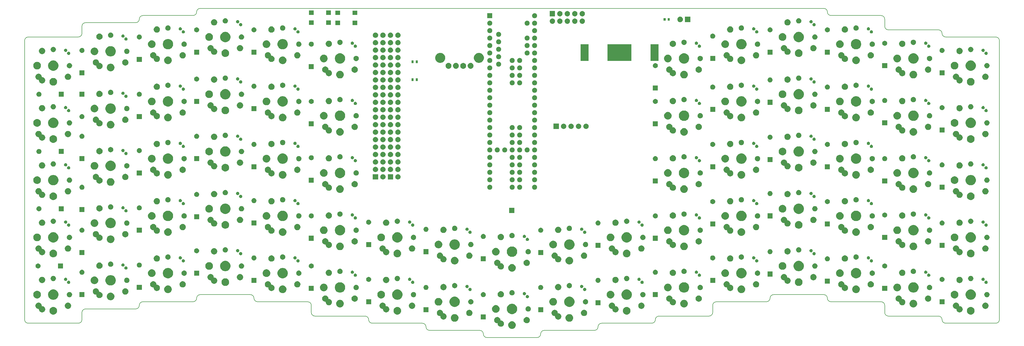
<source format=gbr>
%TF.GenerationSoftware,KiCad,Pcbnew,(5.0.1-3-g963ef8bb5)*%
%TF.CreationDate,2018-12-14T10:53:23-08:00*%
%TF.ProjectId,bb1,6262312E6B696361645F706362000000,rev?*%
%TF.SameCoordinates,Original*%
%TF.FileFunction,Soldermask,Top*%
%TF.FilePolarity,Negative*%
%FSLAX46Y46*%
G04 Gerber Fmt 4.6, Leading zero omitted, Abs format (unit mm)*
G04 Created by KiCad (PCBNEW (5.0.1-3-g963ef8bb5)) date Friday, December 14, 2018 at 10:53:23 AM*
%MOMM*%
%LPD*%
G01*
G04 APERTURE LIST*
%ADD10C,0.150000*%
%ADD11C,0.100000*%
G04 APERTURE END LIST*
D10*
X266906250Y-31687500D02*
X88968750Y-31687500D01*
X283968750Y-31687500D02*
X266906250Y-31687500D01*
X303468750Y-34125000D02*
X286406250Y-34125000D01*
X304687500Y-35343750D02*
X304687500Y-37781250D01*
X343687500Y-137718750D02*
X343687500Y-42656250D01*
X325406250Y-138937500D02*
X342468750Y-138937500D01*
X305906250Y-136500000D02*
X322968750Y-136500000D01*
X304687500Y-132843750D02*
X304687500Y-135281250D01*
X286406250Y-131625000D02*
X303468750Y-131625000D01*
X266906250Y-129187500D02*
X283968750Y-129187500D01*
X247406250Y-131625000D02*
X264468750Y-131625000D01*
X246187500Y-132843750D02*
X246187500Y-135281250D01*
X227906250Y-136500000D02*
X244968750Y-136500000D01*
X208406250Y-138937500D02*
X225468750Y-138937500D01*
X188906250Y-141375000D02*
X205968750Y-141375000D01*
X169406250Y-143812500D02*
X186468750Y-143812500D01*
X149906250Y-141375000D02*
X166968750Y-141375000D01*
X130406250Y-138937500D02*
X147468750Y-138937500D01*
X127968750Y-136500000D02*
G75*
G02X129187500Y-137718750I0J-1218750D01*
G01*
X110906250Y-136500000D02*
X127968750Y-136500000D01*
X109687500Y-132843750D02*
X109687500Y-135281250D01*
X91406250Y-131625000D02*
X108468750Y-131625000D01*
X71906250Y-129187500D02*
X88968750Y-129187500D01*
X52406250Y-131625000D02*
X69468750Y-131625000D01*
X32906250Y-134062500D02*
X49968750Y-134062500D01*
X31687500Y-135281250D02*
X31687500Y-137718750D01*
X13406250Y-138937500D02*
X30468750Y-138937500D01*
X12187500Y-42656250D02*
X12187500Y-137718750D01*
X52406250Y-34125000D02*
X69468750Y-34125000D01*
X32906250Y-36562500D02*
X49968750Y-36562500D01*
X31687500Y-37781250D02*
X31687500Y-40218750D01*
X13406250Y-41437500D02*
X30468750Y-41437500D01*
X12187500Y-42656250D02*
G75*
G02X13406250Y-41437500I1218750J0D01*
G01*
X31687500Y-40218750D02*
G75*
G02X30468750Y-41437500I-1218750J0D01*
G01*
X31687500Y-37781250D02*
G75*
G02X32906250Y-36562500I1218750J0D01*
G01*
X51187500Y-35343750D02*
G75*
G02X49968750Y-36562500I-1218750J0D01*
G01*
X51187500Y-35343750D02*
G75*
G02X52406250Y-34125000I1218750J0D01*
G01*
X70687500Y-32906250D02*
G75*
G02X69468750Y-34125000I-1218750J0D01*
G01*
X70687500Y-32906250D02*
G75*
G02X71906250Y-31687500I1218750J0D01*
G01*
X88968750Y-31687500D02*
X71906250Y-31687500D01*
X343687500Y-137718750D02*
G75*
G02X342468750Y-138937500I-1218750J0D01*
G01*
X325406250Y-138937500D02*
G75*
G02X324187500Y-137718750I0J1218750D01*
G01*
X322968750Y-136500000D02*
G75*
G02X324187500Y-137718750I0J-1218750D01*
G01*
X305906250Y-136500000D02*
G75*
G02X304687500Y-135281250I0J1218750D01*
G01*
X303468750Y-131625000D02*
G75*
G02X304687500Y-132843750I0J-1218750D01*
G01*
X286406250Y-131625000D02*
G75*
G02X285187500Y-130406250I0J1218750D01*
G01*
X283968750Y-129187500D02*
G75*
G02X285187500Y-130406250I0J-1218750D01*
G01*
X265687500Y-130406250D02*
G75*
G02X266906250Y-129187500I1218750J0D01*
G01*
X265687500Y-130406250D02*
G75*
G02X264468750Y-131625000I-1218750J0D01*
G01*
X246187500Y-132843750D02*
G75*
G02X247406250Y-131625000I1218750J0D01*
G01*
X246187500Y-135281250D02*
G75*
G02X244968750Y-136500000I-1218750J0D01*
G01*
X226687500Y-137718750D02*
G75*
G02X227906250Y-136500000I1218750J0D01*
G01*
X226687500Y-137718750D02*
G75*
G02X225468750Y-138937500I-1218750J0D01*
G01*
X207187500Y-140156250D02*
G75*
G02X208406250Y-138937500I1218750J0D01*
G01*
X207187500Y-140156250D02*
G75*
G02X205968750Y-141375000I-1218750J0D01*
G01*
X187687500Y-142593750D02*
G75*
G02X188906250Y-141375000I1218750J0D01*
G01*
X187687500Y-142593750D02*
G75*
G02X186468750Y-143812500I-1218750J0D01*
G01*
X166968750Y-141375000D02*
G75*
G02X168187500Y-142593750I0J-1218750D01*
G01*
X147468750Y-138937500D02*
G75*
G02X148687500Y-140156250I0J-1218750D01*
G01*
X108468750Y-131625000D02*
G75*
G02X109687500Y-132843750I0J-1218750D01*
G01*
X88968750Y-129187500D02*
G75*
G02X90187500Y-130406250I0J-1218750D01*
G01*
X70687500Y-130406250D02*
G75*
G02X71906250Y-129187500I1218750J0D01*
G01*
X51187500Y-132843750D02*
G75*
G02X52406250Y-131625000I1218750J0D01*
G01*
X31687500Y-135281250D02*
G75*
G02X32906250Y-134062500I1218750J0D01*
G01*
X31687500Y-137718750D02*
G75*
G02X30468750Y-138937500I-1218750J0D01*
G01*
X70687500Y-130406250D02*
G75*
G02X69468750Y-131625000I-1218750J0D01*
G01*
X51187500Y-132843750D02*
G75*
G02X49968750Y-134062500I-1218750J0D01*
G01*
X91406250Y-131625000D02*
G75*
G02X90187500Y-130406250I0J1218750D01*
G01*
X110906250Y-136500000D02*
G75*
G02X109687500Y-135281250I0J1218750D01*
G01*
X13406250Y-138937500D02*
G75*
G02X12187500Y-137718750I0J1218750D01*
G01*
X130406250Y-138937500D02*
G75*
G02X129187500Y-137718750I0J1218750D01*
G01*
X149906250Y-141375000D02*
G75*
G02X148687500Y-140156250I0J1218750D01*
G01*
X169406250Y-143812500D02*
G75*
G02X168187500Y-142593750I0J1218750D01*
G01*
X286406250Y-34125000D02*
G75*
G02X285187500Y-32906250I0J1218750D01*
G01*
X305906250Y-39000000D02*
G75*
G02X304687500Y-37781250I0J1218750D01*
G01*
X283968750Y-31687500D02*
G75*
G02X285187500Y-32906250I0J-1218750D01*
G01*
X303468750Y-34125000D02*
G75*
G02X304687500Y-35343750I0J-1218750D01*
G01*
X325406250Y-41437500D02*
G75*
G02X324187500Y-40218750I0J1218750D01*
G01*
X322968750Y-39000000D02*
G75*
G02X324187500Y-40218750I0J-1218750D01*
G01*
X305906250Y-39000000D02*
X322968750Y-39000000D01*
X342468750Y-41437500D02*
G75*
G02X343687500Y-42656250I0J-1218750D01*
G01*
X325406250Y-41437500D02*
X342468750Y-41437500D01*
D11*
G36*
X178316985Y-138311496D02*
X178316987Y-138311497D01*
X178316988Y-138311497D01*
X178453191Y-138367914D01*
X178553755Y-138409569D01*
X178766842Y-138551949D01*
X178948051Y-138733158D01*
X179090431Y-138946245D01*
X179188504Y-139183015D01*
X179238500Y-139434361D01*
X179238500Y-139690639D01*
X179188504Y-139941985D01*
X179090431Y-140178755D01*
X178948051Y-140391842D01*
X178766842Y-140573051D01*
X178766839Y-140573053D01*
X178553755Y-140715431D01*
X178316988Y-140813503D01*
X178316987Y-140813503D01*
X178316985Y-140813504D01*
X178065639Y-140863500D01*
X177809361Y-140863500D01*
X177558015Y-140813504D01*
X177558013Y-140813503D01*
X177558012Y-140813503D01*
X177321245Y-140715431D01*
X177108161Y-140573053D01*
X177108158Y-140573051D01*
X176926949Y-140391842D01*
X176784569Y-140178755D01*
X176686496Y-139941985D01*
X176636500Y-139690639D01*
X176636500Y-139434361D01*
X176686496Y-139183015D01*
X176784569Y-138946245D01*
X176926949Y-138733158D01*
X177108158Y-138551949D01*
X177321245Y-138409569D01*
X177421809Y-138367914D01*
X177558012Y-138311497D01*
X177558013Y-138311497D01*
X177558015Y-138311496D01*
X177809361Y-138261500D01*
X178065639Y-138261500D01*
X178316985Y-138311496D01*
X178316985Y-138311496D01*
G37*
G36*
X173248731Y-136836503D02*
X173442915Y-136916937D01*
X173617676Y-137033709D01*
X173766291Y-137182324D01*
X173883063Y-137357085D01*
X173963497Y-137551269D01*
X174004500Y-137757408D01*
X174004500Y-137870500D01*
X174006902Y-137894886D01*
X174014015Y-137918335D01*
X174025566Y-137939946D01*
X174041112Y-137958888D01*
X174060054Y-137974434D01*
X174081665Y-137985985D01*
X174105114Y-137993098D01*
X174129500Y-137995500D01*
X174242592Y-137995500D01*
X174448731Y-138036503D01*
X174642915Y-138116937D01*
X174817676Y-138233709D01*
X174966291Y-138382324D01*
X175083063Y-138557085D01*
X175163497Y-138751269D01*
X175204500Y-138957408D01*
X175204500Y-139167592D01*
X175163497Y-139373731D01*
X175083063Y-139567915D01*
X174966291Y-139742676D01*
X174817676Y-139891291D01*
X174642915Y-140008063D01*
X174448731Y-140088497D01*
X174242592Y-140129500D01*
X174032408Y-140129500D01*
X173826269Y-140088497D01*
X173632085Y-140008063D01*
X173457324Y-139891291D01*
X173308709Y-139742676D01*
X173191937Y-139567915D01*
X173111503Y-139373731D01*
X173070500Y-139167592D01*
X173070500Y-139054500D01*
X173068098Y-139030114D01*
X173060985Y-139006665D01*
X173049434Y-138985054D01*
X173033888Y-138966112D01*
X173014946Y-138950566D01*
X172993335Y-138939015D01*
X172969886Y-138931902D01*
X172945500Y-138929500D01*
X172832408Y-138929500D01*
X172626269Y-138888497D01*
X172432085Y-138808063D01*
X172257324Y-138691291D01*
X172108709Y-138542676D01*
X171991937Y-138367915D01*
X171911503Y-138173731D01*
X171870500Y-137967592D01*
X171870500Y-137757408D01*
X171911503Y-137551269D01*
X171991937Y-137357085D01*
X172108709Y-137182324D01*
X172257324Y-137033709D01*
X172432085Y-136916937D01*
X172626269Y-136836503D01*
X172832408Y-136795500D01*
X173042592Y-136795500D01*
X173248731Y-136836503D01*
X173248731Y-136836503D01*
G37*
G36*
X183248731Y-136836503D02*
X183442915Y-136916937D01*
X183617676Y-137033709D01*
X183766291Y-137182324D01*
X183883063Y-137357085D01*
X183963497Y-137551269D01*
X184004500Y-137757408D01*
X184004500Y-137967592D01*
X183963497Y-138173731D01*
X183883063Y-138367915D01*
X183766291Y-138542676D01*
X183617676Y-138691291D01*
X183442915Y-138808063D01*
X183248731Y-138888497D01*
X183042592Y-138929500D01*
X182832408Y-138929500D01*
X182626269Y-138888497D01*
X182432085Y-138808063D01*
X182257324Y-138691291D01*
X182108709Y-138542676D01*
X181991937Y-138367915D01*
X181911503Y-138173731D01*
X181870500Y-137967592D01*
X181870500Y-137757408D01*
X181911503Y-137551269D01*
X181991937Y-137357085D01*
X182108709Y-137182324D01*
X182257324Y-137033709D01*
X182432085Y-136916937D01*
X182626269Y-136836503D01*
X182832408Y-136795500D01*
X183042592Y-136795500D01*
X183248731Y-136836503D01*
X183248731Y-136836503D01*
G37*
G36*
X197816985Y-135873996D02*
X197816987Y-135873997D01*
X197816988Y-135873997D01*
X197953191Y-135930414D01*
X198053755Y-135972069D01*
X198266842Y-136114449D01*
X198448051Y-136295658D01*
X198590431Y-136508745D01*
X198688504Y-136745515D01*
X198738500Y-136996861D01*
X198738500Y-137253139D01*
X198688504Y-137504485D01*
X198590431Y-137741255D01*
X198448051Y-137954342D01*
X198266842Y-138135551D01*
X198266839Y-138135553D01*
X198053755Y-138277931D01*
X197816988Y-138376003D01*
X197816987Y-138376003D01*
X197816985Y-138376004D01*
X197565639Y-138426000D01*
X197309361Y-138426000D01*
X197058015Y-138376004D01*
X197058013Y-138376003D01*
X197058012Y-138376003D01*
X196821245Y-138277931D01*
X196608161Y-138135553D01*
X196608158Y-138135551D01*
X196426949Y-137954342D01*
X196284569Y-137741255D01*
X196186496Y-137504485D01*
X196136500Y-137253139D01*
X196136500Y-136996861D01*
X196186496Y-136745515D01*
X196284569Y-136508745D01*
X196426949Y-136295658D01*
X196608158Y-136114449D01*
X196821245Y-135972069D01*
X196921809Y-135930414D01*
X197058012Y-135873997D01*
X197058013Y-135873997D01*
X197058015Y-135873996D01*
X197309361Y-135824000D01*
X197565639Y-135824000D01*
X197816985Y-135873996D01*
X197816985Y-135873996D01*
G37*
G36*
X158816985Y-135873996D02*
X158816987Y-135873997D01*
X158816988Y-135873997D01*
X158953191Y-135930414D01*
X159053755Y-135972069D01*
X159266842Y-136114449D01*
X159448051Y-136295658D01*
X159590431Y-136508745D01*
X159688504Y-136745515D01*
X159738500Y-136996861D01*
X159738500Y-137253139D01*
X159688504Y-137504485D01*
X159590431Y-137741255D01*
X159448051Y-137954342D01*
X159266842Y-138135551D01*
X159266839Y-138135553D01*
X159053755Y-138277931D01*
X158816988Y-138376003D01*
X158816987Y-138376003D01*
X158816985Y-138376004D01*
X158565639Y-138426000D01*
X158309361Y-138426000D01*
X158058015Y-138376004D01*
X158058013Y-138376003D01*
X158058012Y-138376003D01*
X157821245Y-138277931D01*
X157608161Y-138135553D01*
X157608158Y-138135551D01*
X157426949Y-137954342D01*
X157284569Y-137741255D01*
X157186496Y-137504485D01*
X157136500Y-137253139D01*
X157136500Y-136996861D01*
X157186496Y-136745515D01*
X157284569Y-136508745D01*
X157426949Y-136295658D01*
X157608158Y-136114449D01*
X157821245Y-135972069D01*
X157921809Y-135930414D01*
X158058012Y-135873997D01*
X158058013Y-135873997D01*
X158058015Y-135873996D01*
X158309361Y-135824000D01*
X158565639Y-135824000D01*
X158816985Y-135873996D01*
X158816985Y-135873996D01*
G37*
G36*
X153748731Y-134399003D02*
X153942915Y-134479437D01*
X154117676Y-134596209D01*
X154266291Y-134744824D01*
X154383063Y-134919585D01*
X154463497Y-135113769D01*
X154504500Y-135319908D01*
X154504500Y-135433000D01*
X154506902Y-135457386D01*
X154514015Y-135480835D01*
X154525566Y-135502446D01*
X154541112Y-135521388D01*
X154560054Y-135536934D01*
X154581665Y-135548485D01*
X154605114Y-135555598D01*
X154629500Y-135558000D01*
X154742592Y-135558000D01*
X154948731Y-135599003D01*
X155142915Y-135679437D01*
X155317676Y-135796209D01*
X155466291Y-135944824D01*
X155583063Y-136119585D01*
X155663497Y-136313769D01*
X155704500Y-136519908D01*
X155704500Y-136730092D01*
X155663497Y-136936231D01*
X155583063Y-137130415D01*
X155466291Y-137305176D01*
X155317676Y-137453791D01*
X155142915Y-137570563D01*
X154948731Y-137650997D01*
X154742592Y-137692000D01*
X154532408Y-137692000D01*
X154326269Y-137650997D01*
X154132085Y-137570563D01*
X153957324Y-137453791D01*
X153808709Y-137305176D01*
X153691937Y-137130415D01*
X153611503Y-136936231D01*
X153570500Y-136730092D01*
X153570500Y-136617000D01*
X153568098Y-136592614D01*
X153560985Y-136569165D01*
X153549434Y-136547554D01*
X153533888Y-136528612D01*
X153514946Y-136513066D01*
X153493335Y-136501515D01*
X153469886Y-136494402D01*
X153445500Y-136492000D01*
X153332408Y-136492000D01*
X153126269Y-136450997D01*
X152932085Y-136370563D01*
X152757324Y-136253791D01*
X152608709Y-136105176D01*
X152491937Y-135930415D01*
X152411503Y-135736231D01*
X152370500Y-135530092D01*
X152370500Y-135319908D01*
X152411503Y-135113769D01*
X152491937Y-134919585D01*
X152608709Y-134744824D01*
X152757324Y-134596209D01*
X152932085Y-134479437D01*
X153126269Y-134399003D01*
X153332408Y-134358000D01*
X153542592Y-134358000D01*
X153748731Y-134399003D01*
X153748731Y-134399003D01*
G37*
G36*
X192748731Y-134399003D02*
X192942915Y-134479437D01*
X193117676Y-134596209D01*
X193266291Y-134744824D01*
X193383063Y-134919585D01*
X193463497Y-135113769D01*
X193504500Y-135319908D01*
X193504500Y-135433000D01*
X193506902Y-135457386D01*
X193514015Y-135480835D01*
X193525566Y-135502446D01*
X193541112Y-135521388D01*
X193560054Y-135536934D01*
X193581665Y-135548485D01*
X193605114Y-135555598D01*
X193629500Y-135558000D01*
X193742592Y-135558000D01*
X193948731Y-135599003D01*
X194142915Y-135679437D01*
X194317676Y-135796209D01*
X194466291Y-135944824D01*
X194583063Y-136119585D01*
X194663497Y-136313769D01*
X194704500Y-136519908D01*
X194704500Y-136730092D01*
X194663497Y-136936231D01*
X194583063Y-137130415D01*
X194466291Y-137305176D01*
X194317676Y-137453791D01*
X194142915Y-137570563D01*
X193948731Y-137650997D01*
X193742592Y-137692000D01*
X193532408Y-137692000D01*
X193326269Y-137650997D01*
X193132085Y-137570563D01*
X192957324Y-137453791D01*
X192808709Y-137305176D01*
X192691937Y-137130415D01*
X192611503Y-136936231D01*
X192570500Y-136730092D01*
X192570500Y-136617000D01*
X192568098Y-136592614D01*
X192560985Y-136569165D01*
X192549434Y-136547554D01*
X192533888Y-136528612D01*
X192514946Y-136513066D01*
X192493335Y-136501515D01*
X192469886Y-136494402D01*
X192445500Y-136492000D01*
X192332408Y-136492000D01*
X192126269Y-136450997D01*
X191932085Y-136370563D01*
X191757324Y-136253791D01*
X191608709Y-136105176D01*
X191491937Y-135930415D01*
X191411503Y-135736231D01*
X191370500Y-135530092D01*
X191370500Y-135319908D01*
X191411503Y-135113769D01*
X191491937Y-134919585D01*
X191608709Y-134744824D01*
X191757324Y-134596209D01*
X191932085Y-134479437D01*
X192126269Y-134399003D01*
X192332408Y-134358000D01*
X192542592Y-134358000D01*
X192748731Y-134399003D01*
X192748731Y-134399003D01*
G37*
G36*
X169038500Y-137658500D02*
X167336500Y-137658500D01*
X167336500Y-135956500D01*
X169038500Y-135956500D01*
X169038500Y-137658500D01*
X169038500Y-137658500D01*
G37*
G36*
X202748731Y-134399003D02*
X202942915Y-134479437D01*
X203117676Y-134596209D01*
X203266291Y-134744824D01*
X203383063Y-134919585D01*
X203463497Y-135113769D01*
X203504500Y-135319908D01*
X203504500Y-135530092D01*
X203463497Y-135736231D01*
X203383063Y-135930415D01*
X203266291Y-136105176D01*
X203117676Y-136253791D01*
X202942915Y-136370563D01*
X202748731Y-136450997D01*
X202542592Y-136492000D01*
X202332408Y-136492000D01*
X202126269Y-136450997D01*
X201932085Y-136370563D01*
X201757324Y-136253791D01*
X201608709Y-136105176D01*
X201491937Y-135930415D01*
X201411503Y-135736231D01*
X201370500Y-135530092D01*
X201370500Y-135319908D01*
X201411503Y-135113769D01*
X201491937Y-134919585D01*
X201608709Y-134744824D01*
X201757324Y-134596209D01*
X201932085Y-134479437D01*
X202126269Y-134399003D01*
X202332408Y-134358000D01*
X202542592Y-134358000D01*
X202748731Y-134399003D01*
X202748731Y-134399003D01*
G37*
G36*
X163748731Y-134399003D02*
X163942915Y-134479437D01*
X164117676Y-134596209D01*
X164266291Y-134744824D01*
X164383063Y-134919585D01*
X164463497Y-135113769D01*
X164504500Y-135319908D01*
X164504500Y-135530092D01*
X164463497Y-135736231D01*
X164383063Y-135930415D01*
X164266291Y-136105176D01*
X164117676Y-136253791D01*
X163942915Y-136370563D01*
X163748731Y-136450997D01*
X163542592Y-136492000D01*
X163332408Y-136492000D01*
X163126269Y-136450997D01*
X162932085Y-136370563D01*
X162757324Y-136253791D01*
X162608709Y-136105176D01*
X162491937Y-135930415D01*
X162411503Y-135736231D01*
X162370500Y-135530092D01*
X162370500Y-135319908D01*
X162411503Y-135113769D01*
X162491937Y-134919585D01*
X162608709Y-134744824D01*
X162757324Y-134596209D01*
X162932085Y-134479437D01*
X163126269Y-134399003D01*
X163332408Y-134358000D01*
X163542592Y-134358000D01*
X163748731Y-134399003D01*
X163748731Y-134399003D01*
G37*
G36*
X334316985Y-133436496D02*
X334316987Y-133436497D01*
X334316988Y-133436497D01*
X334440287Y-133487569D01*
X334553755Y-133534569D01*
X334766842Y-133676949D01*
X334948051Y-133858158D01*
X334948053Y-133858161D01*
X335090431Y-134071245D01*
X335139886Y-134190639D01*
X335188504Y-134308015D01*
X335238500Y-134559361D01*
X335238500Y-134815639D01*
X335198588Y-135016291D01*
X335188503Y-135066988D01*
X335185991Y-135073053D01*
X335090431Y-135303755D01*
X334948051Y-135516842D01*
X334766842Y-135698051D01*
X334766839Y-135698053D01*
X334553755Y-135840431D01*
X334316988Y-135938503D01*
X334316987Y-135938503D01*
X334316985Y-135938504D01*
X334065639Y-135988500D01*
X333809361Y-135988500D01*
X333558015Y-135938504D01*
X333558013Y-135938503D01*
X333558012Y-135938503D01*
X333321245Y-135840431D01*
X333108161Y-135698053D01*
X333108158Y-135698051D01*
X332926949Y-135516842D01*
X332784569Y-135303755D01*
X332689009Y-135073053D01*
X332686497Y-135066988D01*
X332676413Y-135016291D01*
X332636500Y-134815639D01*
X332636500Y-134559361D01*
X332686496Y-134308015D01*
X332735115Y-134190639D01*
X332784569Y-134071245D01*
X332926947Y-133858161D01*
X332926949Y-133858158D01*
X333108158Y-133676949D01*
X333321245Y-133534569D01*
X333434713Y-133487569D01*
X333558012Y-133436497D01*
X333558013Y-133436497D01*
X333558015Y-133436496D01*
X333809361Y-133386500D01*
X334065639Y-133386500D01*
X334316985Y-133436496D01*
X334316985Y-133436496D01*
G37*
G36*
X217316985Y-133436496D02*
X217316987Y-133436497D01*
X217316988Y-133436497D01*
X217440287Y-133487569D01*
X217553755Y-133534569D01*
X217766842Y-133676949D01*
X217948051Y-133858158D01*
X217948053Y-133858161D01*
X218090431Y-134071245D01*
X218139886Y-134190639D01*
X218188504Y-134308015D01*
X218238500Y-134559361D01*
X218238500Y-134815639D01*
X218198588Y-135016291D01*
X218188503Y-135066988D01*
X218185991Y-135073053D01*
X218090431Y-135303755D01*
X217948051Y-135516842D01*
X217766842Y-135698051D01*
X217766839Y-135698053D01*
X217553755Y-135840431D01*
X217316988Y-135938503D01*
X217316987Y-135938503D01*
X217316985Y-135938504D01*
X217065639Y-135988500D01*
X216809361Y-135988500D01*
X216558015Y-135938504D01*
X216558013Y-135938503D01*
X216558012Y-135938503D01*
X216321245Y-135840431D01*
X216108161Y-135698053D01*
X216108158Y-135698051D01*
X215926949Y-135516842D01*
X215784569Y-135303755D01*
X215689009Y-135073053D01*
X215686497Y-135066988D01*
X215676413Y-135016291D01*
X215636500Y-134815639D01*
X215636500Y-134559361D01*
X215686496Y-134308015D01*
X215735115Y-134190639D01*
X215784569Y-134071245D01*
X215926947Y-133858161D01*
X215926949Y-133858158D01*
X216108158Y-133676949D01*
X216321245Y-133534569D01*
X216434713Y-133487569D01*
X216558012Y-133436497D01*
X216558013Y-133436497D01*
X216558015Y-133436496D01*
X216809361Y-133386500D01*
X217065639Y-133386500D01*
X217316985Y-133436496D01*
X217316985Y-133436496D01*
G37*
G36*
X139316985Y-133436496D02*
X139316987Y-133436497D01*
X139316988Y-133436497D01*
X139440287Y-133487569D01*
X139553755Y-133534569D01*
X139766842Y-133676949D01*
X139948051Y-133858158D01*
X139948053Y-133858161D01*
X140090431Y-134071245D01*
X140139886Y-134190639D01*
X140188504Y-134308015D01*
X140238500Y-134559361D01*
X140238500Y-134815639D01*
X140198588Y-135016291D01*
X140188503Y-135066988D01*
X140185991Y-135073053D01*
X140090431Y-135303755D01*
X139948051Y-135516842D01*
X139766842Y-135698051D01*
X139766839Y-135698053D01*
X139553755Y-135840431D01*
X139316988Y-135938503D01*
X139316987Y-135938503D01*
X139316985Y-135938504D01*
X139065639Y-135988500D01*
X138809361Y-135988500D01*
X138558015Y-135938504D01*
X138558013Y-135938503D01*
X138558012Y-135938503D01*
X138321245Y-135840431D01*
X138108161Y-135698053D01*
X138108158Y-135698051D01*
X137926949Y-135516842D01*
X137784569Y-135303755D01*
X137689009Y-135073053D01*
X137686497Y-135066988D01*
X137676413Y-135016291D01*
X137636500Y-134815639D01*
X137636500Y-134559361D01*
X137686496Y-134308015D01*
X137735115Y-134190639D01*
X137784569Y-134071245D01*
X137926947Y-133858161D01*
X137926949Y-133858158D01*
X138108158Y-133676949D01*
X138321245Y-133534569D01*
X138434713Y-133487569D01*
X138558012Y-133436497D01*
X138558013Y-133436497D01*
X138558015Y-133436496D01*
X138809361Y-133386500D01*
X139065639Y-133386500D01*
X139316985Y-133436496D01*
X139316985Y-133436496D01*
G37*
G36*
X22316985Y-133436496D02*
X22316987Y-133436497D01*
X22316988Y-133436497D01*
X22440287Y-133487569D01*
X22553755Y-133534569D01*
X22766842Y-133676949D01*
X22948051Y-133858158D01*
X22948053Y-133858161D01*
X23090431Y-134071245D01*
X23139886Y-134190639D01*
X23188504Y-134308015D01*
X23238500Y-134559361D01*
X23238500Y-134815639D01*
X23198588Y-135016291D01*
X23188503Y-135066988D01*
X23185991Y-135073053D01*
X23090431Y-135303755D01*
X22948051Y-135516842D01*
X22766842Y-135698051D01*
X22766839Y-135698053D01*
X22553755Y-135840431D01*
X22316988Y-135938503D01*
X22316987Y-135938503D01*
X22316985Y-135938504D01*
X22065639Y-135988500D01*
X21809361Y-135988500D01*
X21558015Y-135938504D01*
X21558013Y-135938503D01*
X21558012Y-135938503D01*
X21321245Y-135840431D01*
X21108161Y-135698053D01*
X21108158Y-135698051D01*
X20926949Y-135516842D01*
X20784569Y-135303755D01*
X20689009Y-135073053D01*
X20686497Y-135066988D01*
X20676413Y-135016291D01*
X20636500Y-134815639D01*
X20636500Y-134559361D01*
X20686496Y-134308015D01*
X20735115Y-134190639D01*
X20784569Y-134071245D01*
X20926947Y-133858161D01*
X20926949Y-133858158D01*
X21108158Y-133676949D01*
X21321245Y-133534569D01*
X21434713Y-133487569D01*
X21558012Y-133436497D01*
X21558013Y-133436497D01*
X21558015Y-133436496D01*
X21809361Y-133386500D01*
X22065639Y-133386500D01*
X22316985Y-133436496D01*
X22316985Y-133436496D01*
G37*
G36*
X178452476Y-132364847D02*
X178773776Y-132497934D01*
X178773778Y-132497935D01*
X179059094Y-132688577D01*
X179062943Y-132691149D01*
X179308851Y-132937057D01*
X179308853Y-132937060D01*
X179477572Y-133189565D01*
X179502066Y-133226224D01*
X179635153Y-133547524D01*
X179703000Y-133888612D01*
X179703000Y-134236388D01*
X179635153Y-134577476D01*
X179517401Y-134861753D01*
X179502065Y-134898778D01*
X179345521Y-135133063D01*
X179308851Y-135187943D01*
X179062943Y-135433851D01*
X179062940Y-135433853D01*
X178773778Y-135627065D01*
X178773777Y-135627066D01*
X178773776Y-135627066D01*
X178452476Y-135760153D01*
X178111388Y-135828000D01*
X177763612Y-135828000D01*
X177422524Y-135760153D01*
X177101224Y-135627066D01*
X177101223Y-135627066D01*
X177101222Y-135627065D01*
X176812060Y-135433853D01*
X176812057Y-135433851D01*
X176566149Y-135187943D01*
X176529479Y-135133063D01*
X176372935Y-134898778D01*
X176357599Y-134861753D01*
X176239847Y-134577476D01*
X176172000Y-134236388D01*
X176172000Y-133888612D01*
X176239847Y-133547524D01*
X176372934Y-133226224D01*
X176397429Y-133189565D01*
X176566147Y-132937060D01*
X176566149Y-132937057D01*
X176812057Y-132691149D01*
X176815906Y-132688577D01*
X177101222Y-132497935D01*
X177101224Y-132497934D01*
X177422524Y-132364847D01*
X177763612Y-132297000D01*
X178111388Y-132297000D01*
X178452476Y-132364847D01*
X178452476Y-132364847D01*
G37*
G36*
X172816985Y-132811496D02*
X172816987Y-132811497D01*
X172816988Y-132811497D01*
X172972719Y-132876003D01*
X173053755Y-132909569D01*
X173266842Y-133051949D01*
X173448051Y-133233158D01*
X173448053Y-133233161D01*
X173590431Y-133446245D01*
X173685992Y-133676949D01*
X173688504Y-133683015D01*
X173738500Y-133934361D01*
X173738500Y-134190639D01*
X173697054Y-134399003D01*
X173688503Y-134441988D01*
X173639885Y-134559363D01*
X173590431Y-134678755D01*
X173448051Y-134891842D01*
X173266842Y-135073051D01*
X173266839Y-135073053D01*
X173053755Y-135215431D01*
X172816988Y-135313503D01*
X172816987Y-135313503D01*
X172816985Y-135313504D01*
X172565639Y-135363500D01*
X172309361Y-135363500D01*
X172058015Y-135313504D01*
X172058013Y-135313503D01*
X172058012Y-135313503D01*
X171821245Y-135215431D01*
X171608161Y-135073053D01*
X171608158Y-135073051D01*
X171426949Y-134891842D01*
X171284569Y-134678755D01*
X171235115Y-134559363D01*
X171186497Y-134441988D01*
X171177947Y-134399003D01*
X171136500Y-134190639D01*
X171136500Y-133934361D01*
X171186496Y-133683015D01*
X171189009Y-133676949D01*
X171284569Y-133446245D01*
X171426947Y-133233161D01*
X171426949Y-133233158D01*
X171608158Y-133051949D01*
X171821245Y-132909569D01*
X171902281Y-132876003D01*
X172058012Y-132811497D01*
X172058013Y-132811497D01*
X172058015Y-132811496D01*
X172309361Y-132761500D01*
X172565639Y-132761500D01*
X172816985Y-132811496D01*
X172816985Y-132811496D01*
G37*
G36*
X134248731Y-131961503D02*
X134442915Y-132041937D01*
X134617676Y-132158709D01*
X134766291Y-132307324D01*
X134883063Y-132482085D01*
X134963497Y-132676269D01*
X135004500Y-132882408D01*
X135004500Y-132995500D01*
X135006902Y-133019886D01*
X135014015Y-133043335D01*
X135025566Y-133064946D01*
X135041112Y-133083888D01*
X135060054Y-133099434D01*
X135081665Y-133110985D01*
X135105114Y-133118098D01*
X135129500Y-133120500D01*
X135242592Y-133120500D01*
X135448731Y-133161503D01*
X135642915Y-133241937D01*
X135817676Y-133358709D01*
X135966291Y-133507324D01*
X136083063Y-133682085D01*
X136163497Y-133876269D01*
X136204500Y-134082408D01*
X136204500Y-134292592D01*
X136163497Y-134498731D01*
X136083063Y-134692915D01*
X135966291Y-134867676D01*
X135817676Y-135016291D01*
X135642915Y-135133063D01*
X135448731Y-135213497D01*
X135242592Y-135254500D01*
X135032408Y-135254500D01*
X134826269Y-135213497D01*
X134632085Y-135133063D01*
X134457324Y-135016291D01*
X134308709Y-134867676D01*
X134191937Y-134692915D01*
X134111503Y-134498731D01*
X134070500Y-134292592D01*
X134070500Y-134179500D01*
X134068098Y-134155114D01*
X134060985Y-134131665D01*
X134049434Y-134110054D01*
X134033888Y-134091112D01*
X134014946Y-134075566D01*
X133993335Y-134064015D01*
X133969886Y-134056902D01*
X133945500Y-134054500D01*
X133832408Y-134054500D01*
X133626269Y-134013497D01*
X133432085Y-133933063D01*
X133257324Y-133816291D01*
X133108709Y-133667676D01*
X132991937Y-133492915D01*
X132911503Y-133298731D01*
X132870500Y-133092592D01*
X132870500Y-132882408D01*
X132911503Y-132676269D01*
X132991937Y-132482085D01*
X133108709Y-132307324D01*
X133257324Y-132158709D01*
X133432085Y-132041937D01*
X133626269Y-131961503D01*
X133832408Y-131920500D01*
X134042592Y-131920500D01*
X134248731Y-131961503D01*
X134248731Y-131961503D01*
G37*
G36*
X17248731Y-131961503D02*
X17442915Y-132041937D01*
X17617676Y-132158709D01*
X17766291Y-132307324D01*
X17883063Y-132482085D01*
X17963497Y-132676269D01*
X18004500Y-132882408D01*
X18004500Y-132995500D01*
X18006902Y-133019886D01*
X18014015Y-133043335D01*
X18025566Y-133064946D01*
X18041112Y-133083888D01*
X18060054Y-133099434D01*
X18081665Y-133110985D01*
X18105114Y-133118098D01*
X18129500Y-133120500D01*
X18242592Y-133120500D01*
X18448731Y-133161503D01*
X18642915Y-133241937D01*
X18817676Y-133358709D01*
X18966291Y-133507324D01*
X19083063Y-133682085D01*
X19163497Y-133876269D01*
X19204500Y-134082408D01*
X19204500Y-134292592D01*
X19163497Y-134498731D01*
X19083063Y-134692915D01*
X18966291Y-134867676D01*
X18817676Y-135016291D01*
X18642915Y-135133063D01*
X18448731Y-135213497D01*
X18242592Y-135254500D01*
X18032408Y-135254500D01*
X17826269Y-135213497D01*
X17632085Y-135133063D01*
X17457324Y-135016291D01*
X17308709Y-134867676D01*
X17191937Y-134692915D01*
X17111503Y-134498731D01*
X17070500Y-134292592D01*
X17070500Y-134179500D01*
X17068098Y-134155114D01*
X17060985Y-134131665D01*
X17049434Y-134110054D01*
X17033888Y-134091112D01*
X17014946Y-134075566D01*
X16993335Y-134064015D01*
X16969886Y-134056902D01*
X16945500Y-134054500D01*
X16832408Y-134054500D01*
X16626269Y-134013497D01*
X16432085Y-133933063D01*
X16257324Y-133816291D01*
X16108709Y-133667676D01*
X15991937Y-133492915D01*
X15911503Y-133298731D01*
X15870500Y-133092592D01*
X15870500Y-132882408D01*
X15911503Y-132676269D01*
X15991937Y-132482085D01*
X16108709Y-132307324D01*
X16257324Y-132158709D01*
X16432085Y-132041937D01*
X16626269Y-131961503D01*
X16832408Y-131920500D01*
X17042592Y-131920500D01*
X17248731Y-131961503D01*
X17248731Y-131961503D01*
G37*
G36*
X212248731Y-131961503D02*
X212442915Y-132041937D01*
X212617676Y-132158709D01*
X212766291Y-132307324D01*
X212883063Y-132482085D01*
X212963497Y-132676269D01*
X213004500Y-132882408D01*
X213004500Y-132995500D01*
X213006902Y-133019886D01*
X213014015Y-133043335D01*
X213025566Y-133064946D01*
X213041112Y-133083888D01*
X213060054Y-133099434D01*
X213081665Y-133110985D01*
X213105114Y-133118098D01*
X213129500Y-133120500D01*
X213242592Y-133120500D01*
X213448731Y-133161503D01*
X213642915Y-133241937D01*
X213817676Y-133358709D01*
X213966291Y-133507324D01*
X214083063Y-133682085D01*
X214163497Y-133876269D01*
X214204500Y-134082408D01*
X214204500Y-134292592D01*
X214163497Y-134498731D01*
X214083063Y-134692915D01*
X213966291Y-134867676D01*
X213817676Y-135016291D01*
X213642915Y-135133063D01*
X213448731Y-135213497D01*
X213242592Y-135254500D01*
X213032408Y-135254500D01*
X212826269Y-135213497D01*
X212632085Y-135133063D01*
X212457324Y-135016291D01*
X212308709Y-134867676D01*
X212191937Y-134692915D01*
X212111503Y-134498731D01*
X212070500Y-134292592D01*
X212070500Y-134179500D01*
X212068098Y-134155114D01*
X212060985Y-134131665D01*
X212049434Y-134110054D01*
X212033888Y-134091112D01*
X212014946Y-134075566D01*
X211993335Y-134064015D01*
X211969886Y-134056902D01*
X211945500Y-134054500D01*
X211832408Y-134054500D01*
X211626269Y-134013497D01*
X211432085Y-133933063D01*
X211257324Y-133816291D01*
X211108709Y-133667676D01*
X210991937Y-133492915D01*
X210911503Y-133298731D01*
X210870500Y-133092592D01*
X210870500Y-132882408D01*
X210911503Y-132676269D01*
X210991937Y-132482085D01*
X211108709Y-132307324D01*
X211257324Y-132158709D01*
X211432085Y-132041937D01*
X211626269Y-131961503D01*
X211832408Y-131920500D01*
X212042592Y-131920500D01*
X212248731Y-131961503D01*
X212248731Y-131961503D01*
G37*
G36*
X329248731Y-131961503D02*
X329442915Y-132041937D01*
X329617676Y-132158709D01*
X329766291Y-132307324D01*
X329883063Y-132482085D01*
X329963497Y-132676269D01*
X330004500Y-132882408D01*
X330004500Y-132995500D01*
X330006902Y-133019886D01*
X330014015Y-133043335D01*
X330025566Y-133064946D01*
X330041112Y-133083888D01*
X330060054Y-133099434D01*
X330081665Y-133110985D01*
X330105114Y-133118098D01*
X330129500Y-133120500D01*
X330242592Y-133120500D01*
X330448731Y-133161503D01*
X330642915Y-133241937D01*
X330817676Y-133358709D01*
X330966291Y-133507324D01*
X331083063Y-133682085D01*
X331163497Y-133876269D01*
X331204500Y-134082408D01*
X331204500Y-134292592D01*
X331163497Y-134498731D01*
X331083063Y-134692915D01*
X330966291Y-134867676D01*
X330817676Y-135016291D01*
X330642915Y-135133063D01*
X330448731Y-135213497D01*
X330242592Y-135254500D01*
X330032408Y-135254500D01*
X329826269Y-135213497D01*
X329632085Y-135133063D01*
X329457324Y-135016291D01*
X329308709Y-134867676D01*
X329191937Y-134692915D01*
X329111503Y-134498731D01*
X329070500Y-134292592D01*
X329070500Y-134179500D01*
X329068098Y-134155114D01*
X329060985Y-134131665D01*
X329049434Y-134110054D01*
X329033888Y-134091112D01*
X329014946Y-134075566D01*
X328993335Y-134064015D01*
X328969886Y-134056902D01*
X328945500Y-134054500D01*
X328832408Y-134054500D01*
X328626269Y-134013497D01*
X328432085Y-133933063D01*
X328257324Y-133816291D01*
X328108709Y-133667676D01*
X327991937Y-133492915D01*
X327911503Y-133298731D01*
X327870500Y-133092592D01*
X327870500Y-132882408D01*
X327911503Y-132676269D01*
X327991937Y-132482085D01*
X328108709Y-132307324D01*
X328257324Y-132158709D01*
X328432085Y-132041937D01*
X328626269Y-131961503D01*
X328832408Y-131920500D01*
X329042592Y-131920500D01*
X329248731Y-131961503D01*
X329248731Y-131961503D01*
G37*
G36*
X149538500Y-135221000D02*
X147836500Y-135221000D01*
X147836500Y-133519000D01*
X149538500Y-133519000D01*
X149538500Y-135221000D01*
X149538500Y-135221000D01*
G37*
G36*
X188538500Y-135221000D02*
X186836500Y-135221000D01*
X186836500Y-133519000D01*
X188538500Y-133519000D01*
X188538500Y-135221000D01*
X188538500Y-135221000D01*
G37*
G36*
X183642493Y-133183706D02*
X183700575Y-133195259D01*
X183748649Y-133215172D01*
X183864710Y-133263246D01*
X184012431Y-133361950D01*
X184138050Y-133487569D01*
X184236754Y-133635290D01*
X184304741Y-133799426D01*
X184339400Y-133973669D01*
X184339400Y-134151331D01*
X184304741Y-134325574D01*
X184236754Y-134489710D01*
X184138050Y-134637431D01*
X184012431Y-134763050D01*
X183864710Y-134861754D01*
X183748649Y-134909828D01*
X183700575Y-134929741D01*
X183642493Y-134941294D01*
X183526331Y-134964400D01*
X183348669Y-134964400D01*
X183232507Y-134941294D01*
X183174425Y-134929741D01*
X183126351Y-134909828D01*
X183010290Y-134861754D01*
X182862569Y-134763050D01*
X182736950Y-134637431D01*
X182638246Y-134489710D01*
X182570259Y-134325574D01*
X182535600Y-134151331D01*
X182535600Y-133973669D01*
X182570259Y-133799426D01*
X182638246Y-133635290D01*
X182736950Y-133487569D01*
X182862569Y-133361950D01*
X183010290Y-133263246D01*
X183126351Y-133215172D01*
X183174425Y-133195259D01*
X183232507Y-133183706D01*
X183348669Y-133160600D01*
X183526331Y-133160600D01*
X183642493Y-133183706D01*
X183642493Y-133183706D01*
G37*
G36*
X27248731Y-131961503D02*
X27442915Y-132041937D01*
X27617676Y-132158709D01*
X27766291Y-132307324D01*
X27883063Y-132482085D01*
X27963497Y-132676269D01*
X28004500Y-132882408D01*
X28004500Y-133092592D01*
X27963497Y-133298731D01*
X27883063Y-133492915D01*
X27766291Y-133667676D01*
X27617676Y-133816291D01*
X27442915Y-133933063D01*
X27248731Y-134013497D01*
X27042592Y-134054500D01*
X26832408Y-134054500D01*
X26626269Y-134013497D01*
X26432085Y-133933063D01*
X26257324Y-133816291D01*
X26108709Y-133667676D01*
X25991937Y-133492915D01*
X25911503Y-133298731D01*
X25870500Y-133092592D01*
X25870500Y-132882408D01*
X25911503Y-132676269D01*
X25991937Y-132482085D01*
X26108709Y-132307324D01*
X26257324Y-132158709D01*
X26432085Y-132041937D01*
X26626269Y-131961503D01*
X26832408Y-131920500D01*
X27042592Y-131920500D01*
X27248731Y-131961503D01*
X27248731Y-131961503D01*
G37*
G36*
X339248731Y-131961503D02*
X339442915Y-132041937D01*
X339617676Y-132158709D01*
X339766291Y-132307324D01*
X339883063Y-132482085D01*
X339963497Y-132676269D01*
X340004500Y-132882408D01*
X340004500Y-133092592D01*
X339963497Y-133298731D01*
X339883063Y-133492915D01*
X339766291Y-133667676D01*
X339617676Y-133816291D01*
X339442915Y-133933063D01*
X339248731Y-134013497D01*
X339042592Y-134054500D01*
X338832408Y-134054500D01*
X338626269Y-134013497D01*
X338432085Y-133933063D01*
X338257324Y-133816291D01*
X338108709Y-133667676D01*
X337991937Y-133492915D01*
X337911503Y-133298731D01*
X337870500Y-133092592D01*
X337870500Y-132882408D01*
X337911503Y-132676269D01*
X337991937Y-132482085D01*
X338108709Y-132307324D01*
X338257324Y-132158709D01*
X338432085Y-132041937D01*
X338626269Y-131961503D01*
X338832408Y-131920500D01*
X339042592Y-131920500D01*
X339248731Y-131961503D01*
X339248731Y-131961503D01*
G37*
G36*
X222248731Y-131961503D02*
X222442915Y-132041937D01*
X222617676Y-132158709D01*
X222766291Y-132307324D01*
X222883063Y-132482085D01*
X222963497Y-132676269D01*
X223004500Y-132882408D01*
X223004500Y-133092592D01*
X222963497Y-133298731D01*
X222883063Y-133492915D01*
X222766291Y-133667676D01*
X222617676Y-133816291D01*
X222442915Y-133933063D01*
X222248731Y-134013497D01*
X222042592Y-134054500D01*
X221832408Y-134054500D01*
X221626269Y-134013497D01*
X221432085Y-133933063D01*
X221257324Y-133816291D01*
X221108709Y-133667676D01*
X220991937Y-133492915D01*
X220911503Y-133298731D01*
X220870500Y-133092592D01*
X220870500Y-132882408D01*
X220911503Y-132676269D01*
X220991937Y-132482085D01*
X221108709Y-132307324D01*
X221257324Y-132158709D01*
X221432085Y-132041937D01*
X221626269Y-131961503D01*
X221832408Y-131920500D01*
X222042592Y-131920500D01*
X222248731Y-131961503D01*
X222248731Y-131961503D01*
G37*
G36*
X144248731Y-131961503D02*
X144442915Y-132041937D01*
X144617676Y-132158709D01*
X144766291Y-132307324D01*
X144883063Y-132482085D01*
X144963497Y-132676269D01*
X145004500Y-132882408D01*
X145004500Y-133092592D01*
X144963497Y-133298731D01*
X144883063Y-133492915D01*
X144766291Y-133667676D01*
X144617676Y-133816291D01*
X144442915Y-133933063D01*
X144248731Y-134013497D01*
X144042592Y-134054500D01*
X143832408Y-134054500D01*
X143626269Y-134013497D01*
X143432085Y-133933063D01*
X143257324Y-133816291D01*
X143108709Y-133667676D01*
X142991937Y-133492915D01*
X142911503Y-133298731D01*
X142870500Y-133092592D01*
X142870500Y-132882408D01*
X142911503Y-132676269D01*
X142991937Y-132482085D01*
X143108709Y-132307324D01*
X143257324Y-132158709D01*
X143432085Y-132041937D01*
X143626269Y-131961503D01*
X143832408Y-131920500D01*
X144042592Y-131920500D01*
X144248731Y-131961503D01*
X144248731Y-131961503D01*
G37*
G36*
X236816985Y-130998996D02*
X236816987Y-130998997D01*
X236816988Y-130998997D01*
X236940287Y-131050069D01*
X237053755Y-131097069D01*
X237266842Y-131239449D01*
X237448051Y-131420658D01*
X237448053Y-131420661D01*
X237590431Y-131633745D01*
X237639886Y-131753139D01*
X237688504Y-131870515D01*
X237738500Y-132121861D01*
X237738500Y-132378139D01*
X237698588Y-132578791D01*
X237688503Y-132629488D01*
X237685991Y-132635553D01*
X237590431Y-132866255D01*
X237448051Y-133079342D01*
X237266842Y-133260551D01*
X237266839Y-133260553D01*
X237053755Y-133402931D01*
X236816988Y-133501003D01*
X236816987Y-133501003D01*
X236816985Y-133501004D01*
X236565639Y-133551000D01*
X236309361Y-133551000D01*
X236058015Y-133501004D01*
X236058013Y-133501003D01*
X236058012Y-133501003D01*
X235821245Y-133402931D01*
X235608161Y-133260553D01*
X235608158Y-133260551D01*
X235426949Y-133079342D01*
X235284569Y-132866255D01*
X235189009Y-132635553D01*
X235186497Y-132629488D01*
X235176413Y-132578791D01*
X235136500Y-132378139D01*
X235136500Y-132121861D01*
X235186496Y-131870515D01*
X235235115Y-131753139D01*
X235284569Y-131633745D01*
X235426947Y-131420661D01*
X235426949Y-131420658D01*
X235608158Y-131239449D01*
X235821245Y-131097069D01*
X235934713Y-131050069D01*
X236058012Y-130998997D01*
X236058013Y-130998997D01*
X236058015Y-130998996D01*
X236309361Y-130949000D01*
X236565639Y-130949000D01*
X236816985Y-130998996D01*
X236816985Y-130998996D01*
G37*
G36*
X314816985Y-130998996D02*
X314816987Y-130998997D01*
X314816988Y-130998997D01*
X314940287Y-131050069D01*
X315053755Y-131097069D01*
X315266842Y-131239449D01*
X315448051Y-131420658D01*
X315448053Y-131420661D01*
X315590431Y-131633745D01*
X315639886Y-131753139D01*
X315688504Y-131870515D01*
X315738500Y-132121861D01*
X315738500Y-132378139D01*
X315698588Y-132578791D01*
X315688503Y-132629488D01*
X315685991Y-132635553D01*
X315590431Y-132866255D01*
X315448051Y-133079342D01*
X315266842Y-133260551D01*
X315266839Y-133260553D01*
X315053755Y-133402931D01*
X314816988Y-133501003D01*
X314816987Y-133501003D01*
X314816985Y-133501004D01*
X314565639Y-133551000D01*
X314309361Y-133551000D01*
X314058015Y-133501004D01*
X314058013Y-133501003D01*
X314058012Y-133501003D01*
X313821245Y-133402931D01*
X313608161Y-133260553D01*
X313608158Y-133260551D01*
X313426949Y-133079342D01*
X313284569Y-132866255D01*
X313189009Y-132635553D01*
X313186497Y-132629488D01*
X313176413Y-132578791D01*
X313136500Y-132378139D01*
X313136500Y-132121861D01*
X313186496Y-131870515D01*
X313235115Y-131753139D01*
X313284569Y-131633745D01*
X313426947Y-131420661D01*
X313426949Y-131420658D01*
X313608158Y-131239449D01*
X313821245Y-131097069D01*
X313934713Y-131050069D01*
X314058012Y-130998997D01*
X314058013Y-130998997D01*
X314058015Y-130998996D01*
X314309361Y-130949000D01*
X314565639Y-130949000D01*
X314816985Y-130998996D01*
X314816985Y-130998996D01*
G37*
G36*
X119816985Y-130998996D02*
X119816987Y-130998997D01*
X119816988Y-130998997D01*
X119940287Y-131050069D01*
X120053755Y-131097069D01*
X120266842Y-131239449D01*
X120448051Y-131420658D01*
X120448053Y-131420661D01*
X120590431Y-131633745D01*
X120639886Y-131753139D01*
X120688504Y-131870515D01*
X120738500Y-132121861D01*
X120738500Y-132378139D01*
X120698588Y-132578791D01*
X120688503Y-132629488D01*
X120685991Y-132635553D01*
X120590431Y-132866255D01*
X120448051Y-133079342D01*
X120266842Y-133260551D01*
X120266839Y-133260553D01*
X120053755Y-133402931D01*
X119816988Y-133501003D01*
X119816987Y-133501003D01*
X119816985Y-133501004D01*
X119565639Y-133551000D01*
X119309361Y-133551000D01*
X119058015Y-133501004D01*
X119058013Y-133501003D01*
X119058012Y-133501003D01*
X118821245Y-133402931D01*
X118608161Y-133260553D01*
X118608158Y-133260551D01*
X118426949Y-133079342D01*
X118284569Y-132866255D01*
X118189009Y-132635553D01*
X118186497Y-132629488D01*
X118176413Y-132578791D01*
X118136500Y-132378139D01*
X118136500Y-132121861D01*
X118186496Y-131870515D01*
X118235115Y-131753139D01*
X118284569Y-131633745D01*
X118426947Y-131420661D01*
X118426949Y-131420658D01*
X118608158Y-131239449D01*
X118821245Y-131097069D01*
X118934713Y-131050069D01*
X119058012Y-130998997D01*
X119058013Y-130998997D01*
X119058015Y-130998996D01*
X119309361Y-130949000D01*
X119565639Y-130949000D01*
X119816985Y-130998996D01*
X119816985Y-130998996D01*
G37*
G36*
X158952476Y-129927347D02*
X159273776Y-130060434D01*
X159273778Y-130060435D01*
X159559094Y-130251077D01*
X159562943Y-130253649D01*
X159808851Y-130499557D01*
X159808853Y-130499560D01*
X159977572Y-130752065D01*
X160002066Y-130788724D01*
X160135153Y-131110024D01*
X160203000Y-131451112D01*
X160203000Y-131798888D01*
X160135153Y-132139976D01*
X160017401Y-132424253D01*
X160002065Y-132461278D01*
X159848471Y-132691147D01*
X159808851Y-132750443D01*
X159562943Y-132996351D01*
X159562940Y-132996353D01*
X159273778Y-133189565D01*
X159273777Y-133189566D01*
X159273776Y-133189566D01*
X158952476Y-133322653D01*
X158611388Y-133390500D01*
X158263612Y-133390500D01*
X157922524Y-133322653D01*
X157601224Y-133189566D01*
X157601223Y-133189566D01*
X157601222Y-133189565D01*
X157312060Y-132996353D01*
X157312057Y-132996351D01*
X157066149Y-132750443D01*
X157026529Y-132691147D01*
X156872935Y-132461278D01*
X156857599Y-132424253D01*
X156739847Y-132139976D01*
X156672000Y-131798888D01*
X156672000Y-131451112D01*
X156739847Y-131110024D01*
X156872934Y-130788724D01*
X156897429Y-130752065D01*
X157066147Y-130499560D01*
X157066149Y-130499557D01*
X157312057Y-130253649D01*
X157315906Y-130251077D01*
X157601222Y-130060435D01*
X157601224Y-130060434D01*
X157922524Y-129927347D01*
X158263612Y-129859500D01*
X158611388Y-129859500D01*
X158952476Y-129927347D01*
X158952476Y-129927347D01*
G37*
G36*
X197952476Y-129927347D02*
X198273776Y-130060434D01*
X198273778Y-130060435D01*
X198559094Y-130251077D01*
X198562943Y-130253649D01*
X198808851Y-130499557D01*
X198808853Y-130499560D01*
X198977572Y-130752065D01*
X199002066Y-130788724D01*
X199135153Y-131110024D01*
X199203000Y-131451112D01*
X199203000Y-131798888D01*
X199135153Y-132139976D01*
X199017401Y-132424253D01*
X199002065Y-132461278D01*
X198848471Y-132691147D01*
X198808851Y-132750443D01*
X198562943Y-132996351D01*
X198562940Y-132996353D01*
X198273778Y-133189565D01*
X198273777Y-133189566D01*
X198273776Y-133189566D01*
X197952476Y-133322653D01*
X197611388Y-133390500D01*
X197263612Y-133390500D01*
X196922524Y-133322653D01*
X196601224Y-133189566D01*
X196601223Y-133189566D01*
X196601222Y-133189565D01*
X196312060Y-132996353D01*
X196312057Y-132996351D01*
X196066149Y-132750443D01*
X196026529Y-132691147D01*
X195872935Y-132461278D01*
X195857599Y-132424253D01*
X195739847Y-132139976D01*
X195672000Y-131798888D01*
X195672000Y-131451112D01*
X195739847Y-131110024D01*
X195872934Y-130788724D01*
X195897429Y-130752065D01*
X196066147Y-130499560D01*
X196066149Y-130499557D01*
X196312057Y-130253649D01*
X196315906Y-130251077D01*
X196601222Y-130060435D01*
X196601224Y-130060434D01*
X196922524Y-129927347D01*
X197263612Y-129859500D01*
X197611388Y-129859500D01*
X197952476Y-129927347D01*
X197952476Y-129927347D01*
G37*
G36*
X192316985Y-130373996D02*
X192316987Y-130373997D01*
X192316988Y-130373997D01*
X192472719Y-130438503D01*
X192553755Y-130472069D01*
X192766842Y-130614449D01*
X192948051Y-130795658D01*
X192948053Y-130795661D01*
X193090431Y-131008745D01*
X193185992Y-131239449D01*
X193188504Y-131245515D01*
X193238500Y-131496861D01*
X193238500Y-131753139D01*
X193197054Y-131961503D01*
X193188503Y-132004488D01*
X193139885Y-132121863D01*
X193090431Y-132241255D01*
X192948051Y-132454342D01*
X192766842Y-132635551D01*
X192766839Y-132635553D01*
X192553755Y-132777931D01*
X192316988Y-132876003D01*
X192316987Y-132876003D01*
X192316985Y-132876004D01*
X192065639Y-132926000D01*
X191809361Y-132926000D01*
X191558015Y-132876004D01*
X191558013Y-132876003D01*
X191558012Y-132876003D01*
X191321245Y-132777931D01*
X191108161Y-132635553D01*
X191108158Y-132635551D01*
X190926949Y-132454342D01*
X190784569Y-132241255D01*
X190735115Y-132121863D01*
X190686497Y-132004488D01*
X190677947Y-131961503D01*
X190636500Y-131753139D01*
X190636500Y-131496861D01*
X190686496Y-131245515D01*
X190689009Y-131239449D01*
X190784569Y-131008745D01*
X190926947Y-130795661D01*
X190926949Y-130795658D01*
X191108158Y-130614449D01*
X191321245Y-130472069D01*
X191402281Y-130438503D01*
X191558012Y-130373997D01*
X191558013Y-130373997D01*
X191558015Y-130373996D01*
X191809361Y-130324000D01*
X192065639Y-130324000D01*
X192316985Y-130373996D01*
X192316985Y-130373996D01*
G37*
G36*
X153316985Y-130373996D02*
X153316987Y-130373997D01*
X153316988Y-130373997D01*
X153472719Y-130438503D01*
X153553755Y-130472069D01*
X153766842Y-130614449D01*
X153948051Y-130795658D01*
X153948053Y-130795661D01*
X154090431Y-131008745D01*
X154185992Y-131239449D01*
X154188504Y-131245515D01*
X154238500Y-131496861D01*
X154238500Y-131753139D01*
X154197054Y-131961503D01*
X154188503Y-132004488D01*
X154139885Y-132121863D01*
X154090431Y-132241255D01*
X153948051Y-132454342D01*
X153766842Y-132635551D01*
X153766839Y-132635553D01*
X153553755Y-132777931D01*
X153316988Y-132876003D01*
X153316987Y-132876003D01*
X153316985Y-132876004D01*
X153065639Y-132926000D01*
X152809361Y-132926000D01*
X152558015Y-132876004D01*
X152558013Y-132876003D01*
X152558012Y-132876003D01*
X152321245Y-132777931D01*
X152108161Y-132635553D01*
X152108158Y-132635551D01*
X151926949Y-132454342D01*
X151784569Y-132241255D01*
X151735115Y-132121863D01*
X151686497Y-132004488D01*
X151677947Y-131961503D01*
X151636500Y-131753139D01*
X151636500Y-131496861D01*
X151686496Y-131245515D01*
X151689009Y-131239449D01*
X151784569Y-131008745D01*
X151926947Y-130795661D01*
X151926949Y-130795658D01*
X152108158Y-130614449D01*
X152321245Y-130472069D01*
X152402281Y-130438503D01*
X152558012Y-130373997D01*
X152558013Y-130373997D01*
X152558015Y-130373996D01*
X152809361Y-130324000D01*
X153065639Y-130324000D01*
X153316985Y-130373996D01*
X153316985Y-130373996D01*
G37*
G36*
X114748731Y-129524003D02*
X114942915Y-129604437D01*
X115117676Y-129721209D01*
X115266291Y-129869824D01*
X115383063Y-130044585D01*
X115463497Y-130238769D01*
X115504500Y-130444908D01*
X115504500Y-130558000D01*
X115506902Y-130582386D01*
X115514015Y-130605835D01*
X115525566Y-130627446D01*
X115541112Y-130646388D01*
X115560054Y-130661934D01*
X115581665Y-130673485D01*
X115605114Y-130680598D01*
X115629500Y-130683000D01*
X115742592Y-130683000D01*
X115948731Y-130724003D01*
X116142915Y-130804437D01*
X116317676Y-130921209D01*
X116466291Y-131069824D01*
X116583063Y-131244585D01*
X116663497Y-131438769D01*
X116704500Y-131644908D01*
X116704500Y-131855092D01*
X116663497Y-132061231D01*
X116583063Y-132255415D01*
X116466291Y-132430176D01*
X116317676Y-132578791D01*
X116142915Y-132695563D01*
X115948731Y-132775997D01*
X115742592Y-132817000D01*
X115532408Y-132817000D01*
X115326269Y-132775997D01*
X115132085Y-132695563D01*
X114957324Y-132578791D01*
X114808709Y-132430176D01*
X114691937Y-132255415D01*
X114611503Y-132061231D01*
X114570500Y-131855092D01*
X114570500Y-131742000D01*
X114568098Y-131717614D01*
X114560985Y-131694165D01*
X114549434Y-131672554D01*
X114533888Y-131653612D01*
X114514946Y-131638066D01*
X114493335Y-131626515D01*
X114469886Y-131619402D01*
X114445500Y-131617000D01*
X114332408Y-131617000D01*
X114126269Y-131575997D01*
X113932085Y-131495563D01*
X113757324Y-131378791D01*
X113608709Y-131230176D01*
X113491937Y-131055415D01*
X113411503Y-130861231D01*
X113370500Y-130655092D01*
X113370500Y-130444908D01*
X113411503Y-130238769D01*
X113491937Y-130044585D01*
X113608709Y-129869824D01*
X113757324Y-129721209D01*
X113932085Y-129604437D01*
X114126269Y-129524003D01*
X114332408Y-129483000D01*
X114542592Y-129483000D01*
X114748731Y-129524003D01*
X114748731Y-129524003D01*
G37*
G36*
X309748731Y-129524003D02*
X309942915Y-129604437D01*
X310117676Y-129721209D01*
X310266291Y-129869824D01*
X310383063Y-130044585D01*
X310463497Y-130238769D01*
X310504500Y-130444908D01*
X310504500Y-130558000D01*
X310506902Y-130582386D01*
X310514015Y-130605835D01*
X310525566Y-130627446D01*
X310541112Y-130646388D01*
X310560054Y-130661934D01*
X310581665Y-130673485D01*
X310605114Y-130680598D01*
X310629500Y-130683000D01*
X310742592Y-130683000D01*
X310948731Y-130724003D01*
X311142915Y-130804437D01*
X311317676Y-130921209D01*
X311466291Y-131069824D01*
X311583063Y-131244585D01*
X311663497Y-131438769D01*
X311704500Y-131644908D01*
X311704500Y-131855092D01*
X311663497Y-132061231D01*
X311583063Y-132255415D01*
X311466291Y-132430176D01*
X311317676Y-132578791D01*
X311142915Y-132695563D01*
X310948731Y-132775997D01*
X310742592Y-132817000D01*
X310532408Y-132817000D01*
X310326269Y-132775997D01*
X310132085Y-132695563D01*
X309957324Y-132578791D01*
X309808709Y-132430176D01*
X309691937Y-132255415D01*
X309611503Y-132061231D01*
X309570500Y-131855092D01*
X309570500Y-131742000D01*
X309568098Y-131717614D01*
X309560985Y-131694165D01*
X309549434Y-131672554D01*
X309533888Y-131653612D01*
X309514946Y-131638066D01*
X309493335Y-131626515D01*
X309469886Y-131619402D01*
X309445500Y-131617000D01*
X309332408Y-131617000D01*
X309126269Y-131575997D01*
X308932085Y-131495563D01*
X308757324Y-131378791D01*
X308608709Y-131230176D01*
X308491937Y-131055415D01*
X308411503Y-130861231D01*
X308370500Y-130655092D01*
X308370500Y-130444908D01*
X308411503Y-130238769D01*
X308491937Y-130044585D01*
X308608709Y-129869824D01*
X308757324Y-129721209D01*
X308932085Y-129604437D01*
X309126269Y-129524003D01*
X309332408Y-129483000D01*
X309542592Y-129483000D01*
X309748731Y-129524003D01*
X309748731Y-129524003D01*
G37*
G36*
X231748731Y-129524003D02*
X231942915Y-129604437D01*
X232117676Y-129721209D01*
X232266291Y-129869824D01*
X232383063Y-130044585D01*
X232463497Y-130238769D01*
X232504500Y-130444908D01*
X232504500Y-130558000D01*
X232506902Y-130582386D01*
X232514015Y-130605835D01*
X232525566Y-130627446D01*
X232541112Y-130646388D01*
X232560054Y-130661934D01*
X232581665Y-130673485D01*
X232605114Y-130680598D01*
X232629500Y-130683000D01*
X232742592Y-130683000D01*
X232948731Y-130724003D01*
X233142915Y-130804437D01*
X233317676Y-130921209D01*
X233466291Y-131069824D01*
X233583063Y-131244585D01*
X233663497Y-131438769D01*
X233704500Y-131644908D01*
X233704500Y-131855092D01*
X233663497Y-132061231D01*
X233583063Y-132255415D01*
X233466291Y-132430176D01*
X233317676Y-132578791D01*
X233142915Y-132695563D01*
X232948731Y-132775997D01*
X232742592Y-132817000D01*
X232532408Y-132817000D01*
X232326269Y-132775997D01*
X232132085Y-132695563D01*
X231957324Y-132578791D01*
X231808709Y-132430176D01*
X231691937Y-132255415D01*
X231611503Y-132061231D01*
X231570500Y-131855092D01*
X231570500Y-131742000D01*
X231568098Y-131717614D01*
X231560985Y-131694165D01*
X231549434Y-131672554D01*
X231533888Y-131653612D01*
X231514946Y-131638066D01*
X231493335Y-131626515D01*
X231469886Y-131619402D01*
X231445500Y-131617000D01*
X231332408Y-131617000D01*
X231126269Y-131575997D01*
X230932085Y-131495563D01*
X230757324Y-131378791D01*
X230608709Y-131230176D01*
X230491937Y-131055415D01*
X230411503Y-130861231D01*
X230370500Y-130655092D01*
X230370500Y-130444908D01*
X230411503Y-130238769D01*
X230491937Y-130044585D01*
X230608709Y-129869824D01*
X230757324Y-129721209D01*
X230932085Y-129604437D01*
X231126269Y-129524003D01*
X231332408Y-129483000D01*
X231542592Y-129483000D01*
X231748731Y-129524003D01*
X231748731Y-129524003D01*
G37*
G36*
X208038500Y-132783500D02*
X206336500Y-132783500D01*
X206336500Y-131081500D01*
X208038500Y-131081500D01*
X208038500Y-132783500D01*
X208038500Y-132783500D01*
G37*
G36*
X203142493Y-130746206D02*
X203200575Y-130757759D01*
X203248649Y-130777672D01*
X203364710Y-130825746D01*
X203512431Y-130924450D01*
X203638050Y-131050069D01*
X203736754Y-131197790D01*
X203804741Y-131361926D01*
X203839400Y-131536169D01*
X203839400Y-131713831D01*
X203804741Y-131888074D01*
X203736754Y-132052210D01*
X203638050Y-132199931D01*
X203512431Y-132325550D01*
X203364710Y-132424254D01*
X203248649Y-132472328D01*
X203200575Y-132492241D01*
X203142493Y-132503794D01*
X203026331Y-132526900D01*
X202848669Y-132526900D01*
X202732507Y-132503794D01*
X202674425Y-132492241D01*
X202626351Y-132472328D01*
X202510290Y-132424254D01*
X202362569Y-132325550D01*
X202236950Y-132199931D01*
X202138246Y-132052210D01*
X202070259Y-131888074D01*
X202035600Y-131713831D01*
X202035600Y-131536169D01*
X202070259Y-131361926D01*
X202138246Y-131197790D01*
X202236950Y-131050069D01*
X202362569Y-130924450D01*
X202510290Y-130825746D01*
X202626351Y-130777672D01*
X202674425Y-130757759D01*
X202732507Y-130746206D01*
X202848669Y-130723100D01*
X203026331Y-130723100D01*
X203142493Y-130746206D01*
X203142493Y-130746206D01*
G37*
G36*
X164142493Y-130746206D02*
X164200575Y-130757759D01*
X164248649Y-130777672D01*
X164364710Y-130825746D01*
X164512431Y-130924450D01*
X164638050Y-131050069D01*
X164736754Y-131197790D01*
X164804741Y-131361926D01*
X164839400Y-131536169D01*
X164839400Y-131713831D01*
X164804741Y-131888074D01*
X164736754Y-132052210D01*
X164638050Y-132199931D01*
X164512431Y-132325550D01*
X164364710Y-132424254D01*
X164248649Y-132472328D01*
X164200575Y-132492241D01*
X164142493Y-132503794D01*
X164026331Y-132526900D01*
X163848669Y-132526900D01*
X163732507Y-132503794D01*
X163674425Y-132492241D01*
X163626351Y-132472328D01*
X163510290Y-132424254D01*
X163362569Y-132325550D01*
X163236950Y-132199931D01*
X163138246Y-132052210D01*
X163070259Y-131888074D01*
X163035600Y-131713831D01*
X163035600Y-131536169D01*
X163070259Y-131361926D01*
X163138246Y-131197790D01*
X163236950Y-131050069D01*
X163362569Y-130924450D01*
X163510290Y-130825746D01*
X163626351Y-130777672D01*
X163674425Y-130757759D01*
X163732507Y-130746206D01*
X163848669Y-130723100D01*
X164026331Y-130723100D01*
X164142493Y-130746206D01*
X164142493Y-130746206D01*
G37*
G36*
X325038500Y-132476000D02*
X323336500Y-132476000D01*
X323336500Y-130774000D01*
X325038500Y-130774000D01*
X325038500Y-132476000D01*
X325038500Y-132476000D01*
G37*
G36*
X130038500Y-132476000D02*
X128336500Y-132476000D01*
X128336500Y-130774000D01*
X130038500Y-130774000D01*
X130038500Y-132476000D01*
X130038500Y-132476000D01*
G37*
G36*
X124748731Y-129524003D02*
X124942915Y-129604437D01*
X125117676Y-129721209D01*
X125266291Y-129869824D01*
X125383063Y-130044585D01*
X125463497Y-130238769D01*
X125504500Y-130444908D01*
X125504500Y-130655092D01*
X125463497Y-130861231D01*
X125383063Y-131055415D01*
X125266291Y-131230176D01*
X125117676Y-131378791D01*
X124942915Y-131495563D01*
X124748731Y-131575997D01*
X124542592Y-131617000D01*
X124332408Y-131617000D01*
X124126269Y-131575997D01*
X123932085Y-131495563D01*
X123757324Y-131378791D01*
X123608709Y-131230176D01*
X123491937Y-131055415D01*
X123411503Y-130861231D01*
X123370500Y-130655092D01*
X123370500Y-130444908D01*
X123411503Y-130238769D01*
X123491937Y-130044585D01*
X123608709Y-129869824D01*
X123757324Y-129721209D01*
X123932085Y-129604437D01*
X124126269Y-129524003D01*
X124332408Y-129483000D01*
X124542592Y-129483000D01*
X124748731Y-129524003D01*
X124748731Y-129524003D01*
G37*
G36*
X319748731Y-129524003D02*
X319942915Y-129604437D01*
X320117676Y-129721209D01*
X320266291Y-129869824D01*
X320383063Y-130044585D01*
X320463497Y-130238769D01*
X320504500Y-130444908D01*
X320504500Y-130655092D01*
X320463497Y-130861231D01*
X320383063Y-131055415D01*
X320266291Y-131230176D01*
X320117676Y-131378791D01*
X319942915Y-131495563D01*
X319748731Y-131575997D01*
X319542592Y-131617000D01*
X319332408Y-131617000D01*
X319126269Y-131575997D01*
X318932085Y-131495563D01*
X318757324Y-131378791D01*
X318608709Y-131230176D01*
X318491937Y-131055415D01*
X318411503Y-130861231D01*
X318370500Y-130655092D01*
X318370500Y-130444908D01*
X318411503Y-130238769D01*
X318491937Y-130044585D01*
X318608709Y-129869824D01*
X318757324Y-129721209D01*
X318932085Y-129604437D01*
X319126269Y-129524003D01*
X319332408Y-129483000D01*
X319542592Y-129483000D01*
X319748731Y-129524003D01*
X319748731Y-129524003D01*
G37*
G36*
X241748731Y-129524003D02*
X241942915Y-129604437D01*
X242117676Y-129721209D01*
X242266291Y-129869824D01*
X242383063Y-130044585D01*
X242463497Y-130238769D01*
X242504500Y-130444908D01*
X242504500Y-130655092D01*
X242463497Y-130861231D01*
X242383063Y-131055415D01*
X242266291Y-131230176D01*
X242117676Y-131378791D01*
X241942915Y-131495563D01*
X241748731Y-131575997D01*
X241542592Y-131617000D01*
X241332408Y-131617000D01*
X241126269Y-131575997D01*
X240932085Y-131495563D01*
X240757324Y-131378791D01*
X240608709Y-131230176D01*
X240491937Y-131055415D01*
X240411503Y-130861231D01*
X240370500Y-130655092D01*
X240370500Y-130444908D01*
X240411503Y-130238769D01*
X240491937Y-130044585D01*
X240608709Y-129869824D01*
X240757324Y-129721209D01*
X240932085Y-129604437D01*
X241126269Y-129524003D01*
X241332408Y-129483000D01*
X241542592Y-129483000D01*
X241748731Y-129524003D01*
X241748731Y-129524003D01*
G37*
G36*
X41816985Y-128561496D02*
X41816987Y-128561497D01*
X41816988Y-128561497D01*
X41868517Y-128582841D01*
X42053755Y-128659569D01*
X42266842Y-128801949D01*
X42448051Y-128983158D01*
X42448053Y-128983161D01*
X42590431Y-129196245D01*
X42665872Y-129378375D01*
X42688504Y-129433015D01*
X42738500Y-129684361D01*
X42738500Y-129940639D01*
X42698588Y-130141291D01*
X42688503Y-130191988D01*
X42685991Y-130198053D01*
X42590431Y-130428755D01*
X42448051Y-130641842D01*
X42266842Y-130823051D01*
X42266839Y-130823053D01*
X42053755Y-130965431D01*
X41816988Y-131063503D01*
X41816987Y-131063503D01*
X41816985Y-131063504D01*
X41565639Y-131113500D01*
X41309361Y-131113500D01*
X41058015Y-131063504D01*
X41058013Y-131063503D01*
X41058012Y-131063503D01*
X40821245Y-130965431D01*
X40608161Y-130823053D01*
X40608158Y-130823051D01*
X40426949Y-130641842D01*
X40284569Y-130428755D01*
X40189009Y-130198053D01*
X40186497Y-130191988D01*
X40176413Y-130141291D01*
X40136500Y-129940639D01*
X40136500Y-129684361D01*
X40186496Y-129433015D01*
X40209129Y-129378375D01*
X40284569Y-129196245D01*
X40426947Y-128983161D01*
X40426949Y-128983158D01*
X40608158Y-128801949D01*
X40821245Y-128659569D01*
X41006483Y-128582841D01*
X41058012Y-128561497D01*
X41058013Y-128561497D01*
X41058015Y-128561496D01*
X41309361Y-128511500D01*
X41565639Y-128511500D01*
X41816985Y-128561496D01*
X41816985Y-128561496D01*
G37*
G36*
X22452476Y-127489847D02*
X22773776Y-127622934D01*
X22773778Y-127622935D01*
X23059094Y-127813577D01*
X23062943Y-127816149D01*
X23308851Y-128062057D01*
X23308853Y-128062060D01*
X23477572Y-128314565D01*
X23502066Y-128351224D01*
X23635153Y-128672524D01*
X23703000Y-129013612D01*
X23703000Y-129361388D01*
X23635153Y-129702476D01*
X23504939Y-130016839D01*
X23502065Y-130023778D01*
X23348471Y-130253647D01*
X23308851Y-130312943D01*
X23062943Y-130558851D01*
X23062940Y-130558853D01*
X22773778Y-130752065D01*
X22773777Y-130752066D01*
X22773776Y-130752066D01*
X22452476Y-130885153D01*
X22111388Y-130953000D01*
X21763612Y-130953000D01*
X21422524Y-130885153D01*
X21101224Y-130752066D01*
X21101223Y-130752066D01*
X21101222Y-130752065D01*
X20812060Y-130558853D01*
X20812057Y-130558851D01*
X20566149Y-130312943D01*
X20526529Y-130253647D01*
X20372935Y-130023778D01*
X20370061Y-130016839D01*
X20239847Y-129702476D01*
X20172000Y-129361388D01*
X20172000Y-129013612D01*
X20239847Y-128672524D01*
X20372934Y-128351224D01*
X20397429Y-128314565D01*
X20566147Y-128062060D01*
X20566149Y-128062057D01*
X20812057Y-127816149D01*
X20815906Y-127813577D01*
X21101222Y-127622935D01*
X21101224Y-127622934D01*
X21422524Y-127489847D01*
X21763612Y-127422000D01*
X22111388Y-127422000D01*
X22452476Y-127489847D01*
X22452476Y-127489847D01*
G37*
G36*
X217452476Y-127489847D02*
X217773776Y-127622934D01*
X217773778Y-127622935D01*
X218059094Y-127813577D01*
X218062943Y-127816149D01*
X218308851Y-128062057D01*
X218308853Y-128062060D01*
X218477572Y-128314565D01*
X218502066Y-128351224D01*
X218635153Y-128672524D01*
X218703000Y-129013612D01*
X218703000Y-129361388D01*
X218635153Y-129702476D01*
X218504939Y-130016839D01*
X218502065Y-130023778D01*
X218348471Y-130253647D01*
X218308851Y-130312943D01*
X218062943Y-130558851D01*
X218062940Y-130558853D01*
X217773778Y-130752065D01*
X217773777Y-130752066D01*
X217773776Y-130752066D01*
X217452476Y-130885153D01*
X217111388Y-130953000D01*
X216763612Y-130953000D01*
X216422524Y-130885153D01*
X216101224Y-130752066D01*
X216101223Y-130752066D01*
X216101222Y-130752065D01*
X215812060Y-130558853D01*
X215812057Y-130558851D01*
X215566149Y-130312943D01*
X215526529Y-130253647D01*
X215372935Y-130023778D01*
X215370061Y-130016839D01*
X215239847Y-129702476D01*
X215172000Y-129361388D01*
X215172000Y-129013612D01*
X215239847Y-128672524D01*
X215372934Y-128351224D01*
X215397429Y-128314565D01*
X215566147Y-128062060D01*
X215566149Y-128062057D01*
X215812057Y-127816149D01*
X215815906Y-127813577D01*
X216101222Y-127622935D01*
X216101224Y-127622934D01*
X216422524Y-127489847D01*
X216763612Y-127422000D01*
X217111388Y-127422000D01*
X217452476Y-127489847D01*
X217452476Y-127489847D01*
G37*
G36*
X139452476Y-127489847D02*
X139773776Y-127622934D01*
X139773778Y-127622935D01*
X140059094Y-127813577D01*
X140062943Y-127816149D01*
X140308851Y-128062057D01*
X140308853Y-128062060D01*
X140477572Y-128314565D01*
X140502066Y-128351224D01*
X140635153Y-128672524D01*
X140703000Y-129013612D01*
X140703000Y-129361388D01*
X140635153Y-129702476D01*
X140504939Y-130016839D01*
X140502065Y-130023778D01*
X140348471Y-130253647D01*
X140308851Y-130312943D01*
X140062943Y-130558851D01*
X140062940Y-130558853D01*
X139773778Y-130752065D01*
X139773777Y-130752066D01*
X139773776Y-130752066D01*
X139452476Y-130885153D01*
X139111388Y-130953000D01*
X138763612Y-130953000D01*
X138422524Y-130885153D01*
X138101224Y-130752066D01*
X138101223Y-130752066D01*
X138101222Y-130752065D01*
X137812060Y-130558853D01*
X137812057Y-130558851D01*
X137566149Y-130312943D01*
X137526529Y-130253647D01*
X137372935Y-130023778D01*
X137370061Y-130016839D01*
X137239847Y-129702476D01*
X137172000Y-129361388D01*
X137172000Y-129013612D01*
X137239847Y-128672524D01*
X137372934Y-128351224D01*
X137397429Y-128314565D01*
X137566147Y-128062060D01*
X137566149Y-128062057D01*
X137812057Y-127816149D01*
X137815906Y-127813577D01*
X138101222Y-127622935D01*
X138101224Y-127622934D01*
X138422524Y-127489847D01*
X138763612Y-127422000D01*
X139111388Y-127422000D01*
X139452476Y-127489847D01*
X139452476Y-127489847D01*
G37*
G36*
X334452476Y-127489847D02*
X334773776Y-127622934D01*
X334773778Y-127622935D01*
X335059094Y-127813577D01*
X335062943Y-127816149D01*
X335308851Y-128062057D01*
X335308853Y-128062060D01*
X335477572Y-128314565D01*
X335502066Y-128351224D01*
X335635153Y-128672524D01*
X335703000Y-129013612D01*
X335703000Y-129361388D01*
X335635153Y-129702476D01*
X335504939Y-130016839D01*
X335502065Y-130023778D01*
X335348471Y-130253647D01*
X335308851Y-130312943D01*
X335062943Y-130558851D01*
X335062940Y-130558853D01*
X334773778Y-130752065D01*
X334773777Y-130752066D01*
X334773776Y-130752066D01*
X334452476Y-130885153D01*
X334111388Y-130953000D01*
X333763612Y-130953000D01*
X333422524Y-130885153D01*
X333101224Y-130752066D01*
X333101223Y-130752066D01*
X333101222Y-130752065D01*
X332812060Y-130558853D01*
X332812057Y-130558851D01*
X332566149Y-130312943D01*
X332526529Y-130253647D01*
X332372935Y-130023778D01*
X332370061Y-130016839D01*
X332239847Y-129702476D01*
X332172000Y-129361388D01*
X332172000Y-129013612D01*
X332239847Y-128672524D01*
X332372934Y-128351224D01*
X332397429Y-128314565D01*
X332566147Y-128062060D01*
X332566149Y-128062057D01*
X332812057Y-127816149D01*
X332815906Y-127813577D01*
X333101222Y-127622935D01*
X333101224Y-127622934D01*
X333422524Y-127489847D01*
X333763612Y-127422000D01*
X334111388Y-127422000D01*
X334452476Y-127489847D01*
X334452476Y-127489847D01*
G37*
G36*
X16816985Y-127936496D02*
X16816987Y-127936497D01*
X16816988Y-127936497D01*
X16959434Y-127995500D01*
X17053755Y-128034569D01*
X17266842Y-128176949D01*
X17448051Y-128358158D01*
X17448053Y-128358161D01*
X17590431Y-128571245D01*
X17685992Y-128801949D01*
X17688504Y-128808015D01*
X17738500Y-129059361D01*
X17738500Y-129315639D01*
X17697054Y-129524003D01*
X17688503Y-129566988D01*
X17639885Y-129684363D01*
X17590431Y-129803755D01*
X17448051Y-130016842D01*
X17266842Y-130198051D01*
X17266839Y-130198053D01*
X17053755Y-130340431D01*
X16816988Y-130438503D01*
X16816987Y-130438503D01*
X16816985Y-130438504D01*
X16565639Y-130488500D01*
X16309361Y-130488500D01*
X16058015Y-130438504D01*
X16058013Y-130438503D01*
X16058012Y-130438503D01*
X15821245Y-130340431D01*
X15608161Y-130198053D01*
X15608158Y-130198051D01*
X15426949Y-130016842D01*
X15284569Y-129803755D01*
X15235115Y-129684363D01*
X15186497Y-129566988D01*
X15177947Y-129524003D01*
X15136500Y-129315639D01*
X15136500Y-129059361D01*
X15186496Y-128808015D01*
X15189009Y-128801949D01*
X15284569Y-128571245D01*
X15426947Y-128358161D01*
X15426949Y-128358158D01*
X15608158Y-128176949D01*
X15821245Y-128034569D01*
X15915566Y-127995500D01*
X16058012Y-127936497D01*
X16058013Y-127936497D01*
X16058015Y-127936496D01*
X16309361Y-127886500D01*
X16565639Y-127886500D01*
X16816985Y-127936496D01*
X16816985Y-127936496D01*
G37*
G36*
X133816985Y-127936496D02*
X133816987Y-127936497D01*
X133816988Y-127936497D01*
X133959434Y-127995500D01*
X134053755Y-128034569D01*
X134266842Y-128176949D01*
X134448051Y-128358158D01*
X134448053Y-128358161D01*
X134590431Y-128571245D01*
X134685992Y-128801949D01*
X134688504Y-128808015D01*
X134738500Y-129059361D01*
X134738500Y-129315639D01*
X134697054Y-129524003D01*
X134688503Y-129566988D01*
X134639885Y-129684363D01*
X134590431Y-129803755D01*
X134448051Y-130016842D01*
X134266842Y-130198051D01*
X134266839Y-130198053D01*
X134053755Y-130340431D01*
X133816988Y-130438503D01*
X133816987Y-130438503D01*
X133816985Y-130438504D01*
X133565639Y-130488500D01*
X133309361Y-130488500D01*
X133058015Y-130438504D01*
X133058013Y-130438503D01*
X133058012Y-130438503D01*
X132821245Y-130340431D01*
X132608161Y-130198053D01*
X132608158Y-130198051D01*
X132426949Y-130016842D01*
X132284569Y-129803755D01*
X132235115Y-129684363D01*
X132186497Y-129566988D01*
X132177947Y-129524003D01*
X132136500Y-129315639D01*
X132136500Y-129059361D01*
X132186496Y-128808015D01*
X132189009Y-128801949D01*
X132284569Y-128571245D01*
X132426947Y-128358161D01*
X132426949Y-128358158D01*
X132608158Y-128176949D01*
X132821245Y-128034569D01*
X132915566Y-127995500D01*
X133058012Y-127936497D01*
X133058013Y-127936497D01*
X133058015Y-127936496D01*
X133309361Y-127886500D01*
X133565639Y-127886500D01*
X133816985Y-127936496D01*
X133816985Y-127936496D01*
G37*
G36*
X328816985Y-127936496D02*
X328816987Y-127936497D01*
X328816988Y-127936497D01*
X328959434Y-127995500D01*
X329053755Y-128034569D01*
X329266842Y-128176949D01*
X329448051Y-128358158D01*
X329448053Y-128358161D01*
X329590431Y-128571245D01*
X329685992Y-128801949D01*
X329688504Y-128808015D01*
X329738500Y-129059361D01*
X329738500Y-129315639D01*
X329697054Y-129524003D01*
X329688503Y-129566988D01*
X329639885Y-129684363D01*
X329590431Y-129803755D01*
X329448051Y-130016842D01*
X329266842Y-130198051D01*
X329266839Y-130198053D01*
X329053755Y-130340431D01*
X328816988Y-130438503D01*
X328816987Y-130438503D01*
X328816985Y-130438504D01*
X328565639Y-130488500D01*
X328309361Y-130488500D01*
X328058015Y-130438504D01*
X328058013Y-130438503D01*
X328058012Y-130438503D01*
X327821245Y-130340431D01*
X327608161Y-130198053D01*
X327608158Y-130198051D01*
X327426949Y-130016842D01*
X327284569Y-129803755D01*
X327235115Y-129684363D01*
X327186497Y-129566988D01*
X327177947Y-129524003D01*
X327136500Y-129315639D01*
X327136500Y-129059361D01*
X327186496Y-128808015D01*
X327189009Y-128801949D01*
X327284569Y-128571245D01*
X327426947Y-128358161D01*
X327426949Y-128358158D01*
X327608158Y-128176949D01*
X327821245Y-128034569D01*
X327915566Y-127995500D01*
X328058012Y-127936497D01*
X328058013Y-127936497D01*
X328058015Y-127936496D01*
X328309361Y-127886500D01*
X328565639Y-127886500D01*
X328816985Y-127936496D01*
X328816985Y-127936496D01*
G37*
G36*
X211816985Y-127936496D02*
X211816987Y-127936497D01*
X211816988Y-127936497D01*
X211959434Y-127995500D01*
X212053755Y-128034569D01*
X212266842Y-128176949D01*
X212448051Y-128358158D01*
X212448053Y-128358161D01*
X212590431Y-128571245D01*
X212685992Y-128801949D01*
X212688504Y-128808015D01*
X212738500Y-129059361D01*
X212738500Y-129315639D01*
X212697054Y-129524003D01*
X212688503Y-129566988D01*
X212639885Y-129684363D01*
X212590431Y-129803755D01*
X212448051Y-130016842D01*
X212266842Y-130198051D01*
X212266839Y-130198053D01*
X212053755Y-130340431D01*
X211816988Y-130438503D01*
X211816987Y-130438503D01*
X211816985Y-130438504D01*
X211565639Y-130488500D01*
X211309361Y-130488500D01*
X211058015Y-130438504D01*
X211058013Y-130438503D01*
X211058012Y-130438503D01*
X210821245Y-130340431D01*
X210608161Y-130198053D01*
X210608158Y-130198051D01*
X210426949Y-130016842D01*
X210284569Y-129803755D01*
X210235115Y-129684363D01*
X210186497Y-129566988D01*
X210177947Y-129524003D01*
X210136500Y-129315639D01*
X210136500Y-129059361D01*
X210186496Y-128808015D01*
X210189009Y-128801949D01*
X210284569Y-128571245D01*
X210426947Y-128358161D01*
X210426949Y-128358158D01*
X210608158Y-128176949D01*
X210821245Y-128034569D01*
X210915566Y-127995500D01*
X211058012Y-127936497D01*
X211058013Y-127936497D01*
X211058015Y-127936496D01*
X211309361Y-127886500D01*
X211565639Y-127886500D01*
X211816985Y-127936496D01*
X211816985Y-127936496D01*
G37*
G36*
X183316850Y-129337194D02*
X183416270Y-129378375D01*
X183505749Y-129438163D01*
X183581837Y-129514251D01*
X183641625Y-129603730D01*
X183682806Y-129703150D01*
X183703800Y-129808694D01*
X183703800Y-129916306D01*
X183682806Y-130021850D01*
X183641625Y-130121270D01*
X183581837Y-130210749D01*
X183505749Y-130286837D01*
X183416270Y-130346625D01*
X183316850Y-130387806D01*
X183211306Y-130408800D01*
X183103694Y-130408800D01*
X182998150Y-130387806D01*
X182898730Y-130346625D01*
X182809251Y-130286837D01*
X182733163Y-130210749D01*
X182673375Y-130121270D01*
X182632194Y-130021850D01*
X182611200Y-129916306D01*
X182611200Y-129808694D01*
X182632194Y-129703150D01*
X182673375Y-129603730D01*
X182733163Y-129514251D01*
X182809251Y-129438163D01*
X182898730Y-129378375D01*
X182998150Y-129337194D01*
X183103694Y-129316200D01*
X183211306Y-129316200D01*
X183316850Y-129337194D01*
X183316850Y-129337194D01*
G37*
G36*
X36748731Y-127086503D02*
X36942915Y-127166937D01*
X37117676Y-127283709D01*
X37266291Y-127432324D01*
X37383063Y-127607085D01*
X37463497Y-127801269D01*
X37504500Y-128007408D01*
X37504500Y-128120500D01*
X37506902Y-128144886D01*
X37514015Y-128168335D01*
X37525566Y-128189946D01*
X37541112Y-128208888D01*
X37560054Y-128224434D01*
X37581665Y-128235985D01*
X37605114Y-128243098D01*
X37629500Y-128245500D01*
X37742592Y-128245500D01*
X37948731Y-128286503D01*
X38142915Y-128366937D01*
X38317676Y-128483709D01*
X38466291Y-128632324D01*
X38583063Y-128807085D01*
X38663497Y-129001269D01*
X38704500Y-129207408D01*
X38704500Y-129417592D01*
X38663497Y-129623731D01*
X38583063Y-129817915D01*
X38466291Y-129992676D01*
X38317676Y-130141291D01*
X38142915Y-130258063D01*
X37948731Y-130338497D01*
X37742592Y-130379500D01*
X37532408Y-130379500D01*
X37326269Y-130338497D01*
X37132085Y-130258063D01*
X36957324Y-130141291D01*
X36808709Y-129992676D01*
X36691937Y-129817915D01*
X36611503Y-129623731D01*
X36570500Y-129417592D01*
X36570500Y-129304500D01*
X36568098Y-129280114D01*
X36560985Y-129256665D01*
X36549434Y-129235054D01*
X36533888Y-129216112D01*
X36514946Y-129200566D01*
X36493335Y-129189015D01*
X36469886Y-129181902D01*
X36445500Y-129179500D01*
X36332408Y-129179500D01*
X36126269Y-129138497D01*
X35932085Y-129058063D01*
X35757324Y-128941291D01*
X35608709Y-128792676D01*
X35491937Y-128617915D01*
X35411503Y-128423731D01*
X35370500Y-128217592D01*
X35370500Y-128007408D01*
X35411503Y-127801269D01*
X35491937Y-127607085D01*
X35608709Y-127432324D01*
X35757324Y-127283709D01*
X35932085Y-127166937D01*
X36126269Y-127086503D01*
X36332408Y-127045500D01*
X36542592Y-127045500D01*
X36748731Y-127086503D01*
X36748731Y-127086503D01*
G37*
G36*
X174448731Y-128036503D02*
X174642915Y-128116937D01*
X174817676Y-128233709D01*
X174966291Y-128382324D01*
X175083063Y-128557085D01*
X175163497Y-128751269D01*
X175204500Y-128957408D01*
X175204500Y-129167592D01*
X175163497Y-129373731D01*
X175083063Y-129567915D01*
X174966291Y-129742676D01*
X174817676Y-129891291D01*
X174642915Y-130008063D01*
X174448731Y-130088497D01*
X174242592Y-130129500D01*
X174032408Y-130129500D01*
X173826269Y-130088497D01*
X173632085Y-130008063D01*
X173457324Y-129891291D01*
X173308709Y-129742676D01*
X173191937Y-129567915D01*
X173111503Y-129373731D01*
X173070500Y-129167592D01*
X173070500Y-128957408D01*
X173111503Y-128751269D01*
X173191937Y-128557085D01*
X173308709Y-128382324D01*
X173457324Y-128233709D01*
X173632085Y-128116937D01*
X173826269Y-128036503D01*
X174032408Y-127995500D01*
X174242592Y-127995500D01*
X174448731Y-128036503D01*
X174448731Y-128036503D01*
G37*
G36*
X339642493Y-128308706D02*
X339700575Y-128320259D01*
X339748649Y-128340172D01*
X339864710Y-128388246D01*
X340012431Y-128486950D01*
X340138050Y-128612569D01*
X340236754Y-128760290D01*
X340278161Y-128860256D01*
X340293094Y-128896306D01*
X340304741Y-128924426D01*
X340339400Y-129098669D01*
X340339400Y-129276331D01*
X340304741Y-129450574D01*
X340236754Y-129614710D01*
X340138050Y-129762431D01*
X340012431Y-129888050D01*
X339864710Y-129986754D01*
X339748649Y-130034828D01*
X339700575Y-130054741D01*
X339642493Y-130066294D01*
X339526331Y-130089400D01*
X339348669Y-130089400D01*
X339232507Y-130066294D01*
X339174425Y-130054741D01*
X339126351Y-130034828D01*
X339010290Y-129986754D01*
X338862569Y-129888050D01*
X338736950Y-129762431D01*
X338638246Y-129614710D01*
X338570259Y-129450574D01*
X338535600Y-129276331D01*
X338535600Y-129098669D01*
X338570259Y-128924426D01*
X338581907Y-128896306D01*
X338596839Y-128860256D01*
X338638246Y-128760290D01*
X338736950Y-128612569D01*
X338862569Y-128486950D01*
X339010290Y-128388246D01*
X339126351Y-128340172D01*
X339174425Y-128320259D01*
X339232507Y-128308706D01*
X339348669Y-128285600D01*
X339526331Y-128285600D01*
X339642493Y-128308706D01*
X339642493Y-128308706D01*
G37*
G36*
X144642493Y-128308706D02*
X144700575Y-128320259D01*
X144748649Y-128340172D01*
X144864710Y-128388246D01*
X145012431Y-128486950D01*
X145138050Y-128612569D01*
X145236754Y-128760290D01*
X145278161Y-128860256D01*
X145293094Y-128896306D01*
X145304741Y-128924426D01*
X145339400Y-129098669D01*
X145339400Y-129276331D01*
X145304741Y-129450574D01*
X145236754Y-129614710D01*
X145138050Y-129762431D01*
X145012431Y-129888050D01*
X144864710Y-129986754D01*
X144748649Y-130034828D01*
X144700575Y-130054741D01*
X144642493Y-130066294D01*
X144526331Y-130089400D01*
X144348669Y-130089400D01*
X144232507Y-130066294D01*
X144174425Y-130054741D01*
X144126351Y-130034828D01*
X144010290Y-129986754D01*
X143862569Y-129888050D01*
X143736950Y-129762431D01*
X143638246Y-129614710D01*
X143570259Y-129450574D01*
X143535600Y-129276331D01*
X143535600Y-129098669D01*
X143570259Y-128924426D01*
X143581907Y-128896306D01*
X143596839Y-128860256D01*
X143638246Y-128760290D01*
X143736950Y-128612569D01*
X143862569Y-128486950D01*
X144010290Y-128388246D01*
X144126351Y-128340172D01*
X144174425Y-128320259D01*
X144232507Y-128308706D01*
X144348669Y-128285600D01*
X144526331Y-128285600D01*
X144642493Y-128308706D01*
X144642493Y-128308706D01*
G37*
G36*
X222642493Y-128308706D02*
X222700575Y-128320259D01*
X222748649Y-128340172D01*
X222864710Y-128388246D01*
X223012431Y-128486950D01*
X223138050Y-128612569D01*
X223236754Y-128760290D01*
X223278161Y-128860256D01*
X223293094Y-128896306D01*
X223304741Y-128924426D01*
X223339400Y-129098669D01*
X223339400Y-129276331D01*
X223304741Y-129450574D01*
X223236754Y-129614710D01*
X223138050Y-129762431D01*
X223012431Y-129888050D01*
X222864710Y-129986754D01*
X222748649Y-130034828D01*
X222700575Y-130054741D01*
X222642493Y-130066294D01*
X222526331Y-130089400D01*
X222348669Y-130089400D01*
X222232507Y-130066294D01*
X222174425Y-130054741D01*
X222126351Y-130034828D01*
X222010290Y-129986754D01*
X221862569Y-129888050D01*
X221736950Y-129762431D01*
X221638246Y-129614710D01*
X221570259Y-129450574D01*
X221535600Y-129276331D01*
X221535600Y-129098669D01*
X221570259Y-128924426D01*
X221581907Y-128896306D01*
X221596839Y-128860256D01*
X221638246Y-128760290D01*
X221736950Y-128612569D01*
X221862569Y-128486950D01*
X222010290Y-128388246D01*
X222126351Y-128340172D01*
X222174425Y-128320259D01*
X222232507Y-128308706D01*
X222348669Y-128285600D01*
X222526331Y-128285600D01*
X222642493Y-128308706D01*
X222642493Y-128308706D01*
G37*
G36*
X27642493Y-128308706D02*
X27700575Y-128320259D01*
X27748649Y-128340172D01*
X27864710Y-128388246D01*
X28012431Y-128486950D01*
X28138050Y-128612569D01*
X28236754Y-128760290D01*
X28278161Y-128860256D01*
X28293094Y-128896306D01*
X28304741Y-128924426D01*
X28339400Y-129098669D01*
X28339400Y-129276331D01*
X28304741Y-129450574D01*
X28236754Y-129614710D01*
X28138050Y-129762431D01*
X28012431Y-129888050D01*
X27864710Y-129986754D01*
X27748649Y-130034828D01*
X27700575Y-130054741D01*
X27642493Y-130066294D01*
X27526331Y-130089400D01*
X27348669Y-130089400D01*
X27232507Y-130066294D01*
X27174425Y-130054741D01*
X27126351Y-130034828D01*
X27010290Y-129986754D01*
X26862569Y-129888050D01*
X26736950Y-129762431D01*
X26638246Y-129614710D01*
X26570259Y-129450574D01*
X26535600Y-129276331D01*
X26535600Y-129098669D01*
X26570259Y-128924426D01*
X26581907Y-128896306D01*
X26596839Y-128860256D01*
X26638246Y-128760290D01*
X26736950Y-128612569D01*
X26862569Y-128486950D01*
X27010290Y-128388246D01*
X27126351Y-128340172D01*
X27174425Y-128320259D01*
X27232507Y-128308706D01*
X27348669Y-128285600D01*
X27526331Y-128285600D01*
X27642493Y-128308706D01*
X27642493Y-128308706D01*
G37*
G36*
X227538500Y-130038500D02*
X225836500Y-130038500D01*
X225836500Y-128336500D01*
X227538500Y-128336500D01*
X227538500Y-130038500D01*
X227538500Y-130038500D01*
G37*
G36*
X32538500Y-130038500D02*
X30836500Y-130038500D01*
X30836500Y-128336500D01*
X32538500Y-128336500D01*
X32538500Y-130038500D01*
X32538500Y-130038500D01*
G37*
G36*
X168354321Y-128348813D02*
X168354324Y-128348814D01*
X168354325Y-128348814D01*
X168514739Y-128397475D01*
X168514741Y-128397476D01*
X168514744Y-128397477D01*
X168662578Y-128476495D01*
X168792159Y-128582841D01*
X168898505Y-128712422D01*
X168977523Y-128860256D01*
X168977524Y-128860259D01*
X168977525Y-128860261D01*
X169024043Y-129013612D01*
X169026187Y-129020679D01*
X169042617Y-129187500D01*
X169026187Y-129354321D01*
X169026186Y-129354324D01*
X169026186Y-129354325D01*
X168987153Y-129483000D01*
X168977523Y-129514744D01*
X168898505Y-129662578D01*
X168792159Y-129792159D01*
X168662578Y-129898505D01*
X168514744Y-129977523D01*
X168514741Y-129977524D01*
X168514739Y-129977525D01*
X168354325Y-130026186D01*
X168354324Y-130026186D01*
X168354321Y-130026187D01*
X168229304Y-130038500D01*
X168145696Y-130038500D01*
X168020679Y-130026187D01*
X168020676Y-130026186D01*
X168020675Y-130026186D01*
X167860261Y-129977525D01*
X167860259Y-129977524D01*
X167860256Y-129977523D01*
X167712422Y-129898505D01*
X167582841Y-129792159D01*
X167476495Y-129662578D01*
X167397477Y-129514744D01*
X167387848Y-129483000D01*
X167348814Y-129354325D01*
X167348814Y-129354324D01*
X167348813Y-129354321D01*
X167332383Y-129187500D01*
X167348813Y-129020679D01*
X167350957Y-129013612D01*
X167397475Y-128860261D01*
X167397476Y-128860259D01*
X167397477Y-128860256D01*
X167476495Y-128712422D01*
X167582841Y-128582841D01*
X167712422Y-128476495D01*
X167860256Y-128397477D01*
X167860259Y-128397476D01*
X167860261Y-128397475D01*
X168020675Y-128348814D01*
X168020676Y-128348814D01*
X168020679Y-128348813D01*
X168145696Y-128336500D01*
X168229304Y-128336500D01*
X168354321Y-128348813D01*
X168354321Y-128348813D01*
G37*
G36*
X178142493Y-127683706D02*
X178200575Y-127695259D01*
X178248649Y-127715172D01*
X178364710Y-127763246D01*
X178512431Y-127861950D01*
X178638050Y-127987569D01*
X178736754Y-128135290D01*
X178770844Y-128217592D01*
X178804741Y-128299425D01*
X178814565Y-128348813D01*
X178839400Y-128473669D01*
X178839400Y-128651331D01*
X178835184Y-128672524D01*
X178808419Y-128807086D01*
X178804741Y-128825574D01*
X178736754Y-128989710D01*
X178638050Y-129137431D01*
X178512431Y-129263050D01*
X178364710Y-129361754D01*
X178248649Y-129409828D01*
X178200575Y-129429741D01*
X178158244Y-129438161D01*
X178026331Y-129464400D01*
X177848669Y-129464400D01*
X177716756Y-129438161D01*
X177674425Y-129429741D01*
X177626351Y-129409828D01*
X177510290Y-129361754D01*
X177362569Y-129263050D01*
X177236950Y-129137431D01*
X177138246Y-128989710D01*
X177070259Y-128825574D01*
X177066582Y-128807086D01*
X177039816Y-128672524D01*
X177035600Y-128651331D01*
X177035600Y-128473669D01*
X177060435Y-128348813D01*
X177070259Y-128299425D01*
X177104156Y-128217592D01*
X177138246Y-128135290D01*
X177236950Y-127987569D01*
X177362569Y-127861950D01*
X177510290Y-127763246D01*
X177626351Y-127715172D01*
X177674425Y-127695259D01*
X177732507Y-127683706D01*
X177848669Y-127660600D01*
X178026331Y-127660600D01*
X178142493Y-127683706D01*
X178142493Y-127683706D01*
G37*
G36*
X182296850Y-128317194D02*
X182396270Y-128358375D01*
X182485749Y-128418163D01*
X182561837Y-128494251D01*
X182621625Y-128583730D01*
X182662806Y-128683150D01*
X182683800Y-128788694D01*
X182683800Y-128896306D01*
X182662806Y-129001850D01*
X182621625Y-129101270D01*
X182561837Y-129190749D01*
X182485749Y-129266837D01*
X182485746Y-129266839D01*
X182396270Y-129326625D01*
X182296850Y-129367806D01*
X182191306Y-129388800D01*
X182083694Y-129388800D01*
X181978150Y-129367806D01*
X181878730Y-129326625D01*
X181789254Y-129266839D01*
X181789251Y-129266837D01*
X181713163Y-129190749D01*
X181653375Y-129101270D01*
X181612194Y-129001850D01*
X181591200Y-128896306D01*
X181591200Y-128788694D01*
X181612194Y-128683150D01*
X181653375Y-128583730D01*
X181713163Y-128494251D01*
X181789251Y-128418163D01*
X181878730Y-128358375D01*
X181978150Y-128317194D01*
X182083694Y-128296200D01*
X182191306Y-128296200D01*
X182296850Y-128317194D01*
X182296850Y-128317194D01*
G37*
G36*
X46748731Y-127086503D02*
X46942915Y-127166937D01*
X47117676Y-127283709D01*
X47266291Y-127432324D01*
X47383063Y-127607085D01*
X47463497Y-127801269D01*
X47504500Y-128007408D01*
X47504500Y-128217592D01*
X47463497Y-128423731D01*
X47383063Y-128617915D01*
X47266291Y-128792676D01*
X47117676Y-128941291D01*
X46942915Y-129058063D01*
X46748731Y-129138497D01*
X46542592Y-129179500D01*
X46332408Y-129179500D01*
X46126269Y-129138497D01*
X45932085Y-129058063D01*
X45757324Y-128941291D01*
X45608709Y-128792676D01*
X45491937Y-128617915D01*
X45411503Y-128423731D01*
X45370500Y-128217592D01*
X45370500Y-128007408D01*
X45411503Y-127801269D01*
X45491937Y-127607085D01*
X45608709Y-127432324D01*
X45757324Y-127283709D01*
X45932085Y-127166937D01*
X46126269Y-127086503D01*
X46332408Y-127045500D01*
X46542592Y-127045500D01*
X46748731Y-127086503D01*
X46748731Y-127086503D01*
G37*
G36*
X256316985Y-126123996D02*
X256316987Y-126123997D01*
X256316988Y-126123997D01*
X256368517Y-126145341D01*
X256553755Y-126222069D01*
X256766842Y-126364449D01*
X256948051Y-126545658D01*
X256948053Y-126545661D01*
X257090431Y-126758745D01*
X257165872Y-126940875D01*
X257188504Y-126995515D01*
X257238500Y-127246861D01*
X257238500Y-127503139D01*
X257198588Y-127703791D01*
X257188503Y-127754488D01*
X257185991Y-127760553D01*
X257090431Y-127991255D01*
X256948051Y-128204342D01*
X256766842Y-128385551D01*
X256766839Y-128385553D01*
X256553755Y-128527931D01*
X256316988Y-128626003D01*
X256316987Y-128626003D01*
X256316985Y-128626004D01*
X256065639Y-128676000D01*
X255809361Y-128676000D01*
X255558015Y-128626004D01*
X255558013Y-128626003D01*
X255558012Y-128626003D01*
X255321245Y-128527931D01*
X255108161Y-128385553D01*
X255108158Y-128385551D01*
X254926949Y-128204342D01*
X254784569Y-127991255D01*
X254689009Y-127760553D01*
X254686497Y-127754488D01*
X254676413Y-127703791D01*
X254636500Y-127503139D01*
X254636500Y-127246861D01*
X254686496Y-126995515D01*
X254709129Y-126940875D01*
X254784569Y-126758745D01*
X254926947Y-126545661D01*
X254926949Y-126545658D01*
X255108158Y-126364449D01*
X255321245Y-126222069D01*
X255506483Y-126145341D01*
X255558012Y-126123997D01*
X255558013Y-126123997D01*
X255558015Y-126123996D01*
X255809361Y-126074000D01*
X256065639Y-126074000D01*
X256316985Y-126123996D01*
X256316985Y-126123996D01*
G37*
G36*
X295316985Y-126123996D02*
X295316987Y-126123997D01*
X295316988Y-126123997D01*
X295368517Y-126145341D01*
X295553755Y-126222069D01*
X295766842Y-126364449D01*
X295948051Y-126545658D01*
X295948053Y-126545661D01*
X296090431Y-126758745D01*
X296165872Y-126940875D01*
X296188504Y-126995515D01*
X296238500Y-127246861D01*
X296238500Y-127503139D01*
X296198588Y-127703791D01*
X296188503Y-127754488D01*
X296185991Y-127760553D01*
X296090431Y-127991255D01*
X295948051Y-128204342D01*
X295766842Y-128385551D01*
X295766839Y-128385553D01*
X295553755Y-128527931D01*
X295316988Y-128626003D01*
X295316987Y-128626003D01*
X295316985Y-128626004D01*
X295065639Y-128676000D01*
X294809361Y-128676000D01*
X294558015Y-128626004D01*
X294558013Y-128626003D01*
X294558012Y-128626003D01*
X294321245Y-128527931D01*
X294108161Y-128385553D01*
X294108158Y-128385551D01*
X293926949Y-128204342D01*
X293784569Y-127991255D01*
X293689009Y-127760553D01*
X293686497Y-127754488D01*
X293676413Y-127703791D01*
X293636500Y-127503139D01*
X293636500Y-127246861D01*
X293686496Y-126995515D01*
X293709129Y-126940875D01*
X293784569Y-126758745D01*
X293926947Y-126545661D01*
X293926949Y-126545658D01*
X294108158Y-126364449D01*
X294321245Y-126222069D01*
X294506483Y-126145341D01*
X294558012Y-126123997D01*
X294558013Y-126123997D01*
X294558015Y-126123996D01*
X294809361Y-126074000D01*
X295065639Y-126074000D01*
X295316985Y-126123996D01*
X295316985Y-126123996D01*
G37*
G36*
X61316985Y-126123996D02*
X61316987Y-126123997D01*
X61316988Y-126123997D01*
X61368517Y-126145341D01*
X61553755Y-126222069D01*
X61766842Y-126364449D01*
X61948051Y-126545658D01*
X61948053Y-126545661D01*
X62090431Y-126758745D01*
X62165872Y-126940875D01*
X62188504Y-126995515D01*
X62238500Y-127246861D01*
X62238500Y-127503139D01*
X62198588Y-127703791D01*
X62188503Y-127754488D01*
X62185991Y-127760553D01*
X62090431Y-127991255D01*
X61948051Y-128204342D01*
X61766842Y-128385551D01*
X61766839Y-128385553D01*
X61553755Y-128527931D01*
X61316988Y-128626003D01*
X61316987Y-128626003D01*
X61316985Y-128626004D01*
X61065639Y-128676000D01*
X60809361Y-128676000D01*
X60558015Y-128626004D01*
X60558013Y-128626003D01*
X60558012Y-128626003D01*
X60321245Y-128527931D01*
X60108161Y-128385553D01*
X60108158Y-128385551D01*
X59926949Y-128204342D01*
X59784569Y-127991255D01*
X59689009Y-127760553D01*
X59686497Y-127754488D01*
X59676413Y-127703791D01*
X59636500Y-127503139D01*
X59636500Y-127246861D01*
X59686496Y-126995515D01*
X59709129Y-126940875D01*
X59784569Y-126758745D01*
X59926947Y-126545661D01*
X59926949Y-126545658D01*
X60108158Y-126364449D01*
X60321245Y-126222069D01*
X60506483Y-126145341D01*
X60558012Y-126123997D01*
X60558013Y-126123997D01*
X60558015Y-126123996D01*
X60809361Y-126074000D01*
X61065639Y-126074000D01*
X61316985Y-126123996D01*
X61316985Y-126123996D01*
G37*
G36*
X100316985Y-126123996D02*
X100316987Y-126123997D01*
X100316988Y-126123997D01*
X100368517Y-126145341D01*
X100553755Y-126222069D01*
X100766842Y-126364449D01*
X100948051Y-126545658D01*
X100948053Y-126545661D01*
X101090431Y-126758745D01*
X101165872Y-126940875D01*
X101188504Y-126995515D01*
X101238500Y-127246861D01*
X101238500Y-127503139D01*
X101198588Y-127703791D01*
X101188503Y-127754488D01*
X101185991Y-127760553D01*
X101090431Y-127991255D01*
X100948051Y-128204342D01*
X100766842Y-128385551D01*
X100766839Y-128385553D01*
X100553755Y-128527931D01*
X100316988Y-128626003D01*
X100316987Y-128626003D01*
X100316985Y-128626004D01*
X100065639Y-128676000D01*
X99809361Y-128676000D01*
X99558015Y-128626004D01*
X99558013Y-128626003D01*
X99558012Y-128626003D01*
X99321245Y-128527931D01*
X99108161Y-128385553D01*
X99108158Y-128385551D01*
X98926949Y-128204342D01*
X98784569Y-127991255D01*
X98689009Y-127760553D01*
X98686497Y-127754488D01*
X98676413Y-127703791D01*
X98636500Y-127503139D01*
X98636500Y-127246861D01*
X98686496Y-126995515D01*
X98709129Y-126940875D01*
X98784569Y-126758745D01*
X98926947Y-126545661D01*
X98926949Y-126545658D01*
X99108158Y-126364449D01*
X99321245Y-126222069D01*
X99506483Y-126145341D01*
X99558012Y-126123997D01*
X99558013Y-126123997D01*
X99558015Y-126123996D01*
X99809361Y-126074000D01*
X100065639Y-126074000D01*
X100316985Y-126123996D01*
X100316985Y-126123996D01*
G37*
G36*
X314952476Y-125052347D02*
X315273776Y-125185434D01*
X315273778Y-125185435D01*
X315559094Y-125376077D01*
X315562943Y-125378649D01*
X315808851Y-125624557D01*
X315808853Y-125624560D01*
X315977572Y-125877065D01*
X316002066Y-125913724D01*
X316135153Y-126235024D01*
X316203000Y-126576112D01*
X316203000Y-126923888D01*
X316135153Y-127264976D01*
X316004939Y-127579339D01*
X316002065Y-127586278D01*
X315848471Y-127816147D01*
X315808851Y-127875443D01*
X315562943Y-128121351D01*
X315562940Y-128121353D01*
X315273778Y-128314565D01*
X315273777Y-128314566D01*
X315273776Y-128314566D01*
X314952476Y-128447653D01*
X314611388Y-128515500D01*
X314263612Y-128515500D01*
X313922524Y-128447653D01*
X313601224Y-128314566D01*
X313601223Y-128314566D01*
X313601222Y-128314565D01*
X313312060Y-128121353D01*
X313312057Y-128121351D01*
X313066149Y-127875443D01*
X313026529Y-127816147D01*
X312872935Y-127586278D01*
X312870061Y-127579339D01*
X312739847Y-127264976D01*
X312672000Y-126923888D01*
X312672000Y-126576112D01*
X312739847Y-126235024D01*
X312872934Y-125913724D01*
X312897429Y-125877065D01*
X313066147Y-125624560D01*
X313066149Y-125624557D01*
X313312057Y-125378649D01*
X313315906Y-125376077D01*
X313601222Y-125185435D01*
X313601224Y-125185434D01*
X313922524Y-125052347D01*
X314263612Y-124984500D01*
X314611388Y-124984500D01*
X314952476Y-125052347D01*
X314952476Y-125052347D01*
G37*
G36*
X236952476Y-125052347D02*
X237273776Y-125185434D01*
X237273778Y-125185435D01*
X237559094Y-125376077D01*
X237562943Y-125378649D01*
X237808851Y-125624557D01*
X237808853Y-125624560D01*
X237977572Y-125877065D01*
X238002066Y-125913724D01*
X238135153Y-126235024D01*
X238203000Y-126576112D01*
X238203000Y-126923888D01*
X238135153Y-127264976D01*
X238004939Y-127579339D01*
X238002065Y-127586278D01*
X237848471Y-127816147D01*
X237808851Y-127875443D01*
X237562943Y-128121351D01*
X237562940Y-128121353D01*
X237273778Y-128314565D01*
X237273777Y-128314566D01*
X237273776Y-128314566D01*
X236952476Y-128447653D01*
X236611388Y-128515500D01*
X236263612Y-128515500D01*
X235922524Y-128447653D01*
X235601224Y-128314566D01*
X235601223Y-128314566D01*
X235601222Y-128314565D01*
X235312060Y-128121353D01*
X235312057Y-128121351D01*
X235066149Y-127875443D01*
X235026529Y-127816147D01*
X234872935Y-127586278D01*
X234870061Y-127579339D01*
X234739847Y-127264976D01*
X234672000Y-126923888D01*
X234672000Y-126576112D01*
X234739847Y-126235024D01*
X234872934Y-125913724D01*
X234897429Y-125877065D01*
X235066147Y-125624560D01*
X235066149Y-125624557D01*
X235312057Y-125378649D01*
X235315906Y-125376077D01*
X235601222Y-125185435D01*
X235601224Y-125185434D01*
X235922524Y-125052347D01*
X236263612Y-124984500D01*
X236611388Y-124984500D01*
X236952476Y-125052347D01*
X236952476Y-125052347D01*
G37*
G36*
X119952476Y-125052347D02*
X120273776Y-125185434D01*
X120273778Y-125185435D01*
X120559094Y-125376077D01*
X120562943Y-125378649D01*
X120808851Y-125624557D01*
X120808853Y-125624560D01*
X120977572Y-125877065D01*
X121002066Y-125913724D01*
X121135153Y-126235024D01*
X121203000Y-126576112D01*
X121203000Y-126923888D01*
X121135153Y-127264976D01*
X121004939Y-127579339D01*
X121002065Y-127586278D01*
X120848471Y-127816147D01*
X120808851Y-127875443D01*
X120562943Y-128121351D01*
X120562940Y-128121353D01*
X120273778Y-128314565D01*
X120273777Y-128314566D01*
X120273776Y-128314566D01*
X119952476Y-128447653D01*
X119611388Y-128515500D01*
X119263612Y-128515500D01*
X118922524Y-128447653D01*
X118601224Y-128314566D01*
X118601223Y-128314566D01*
X118601222Y-128314565D01*
X118312060Y-128121353D01*
X118312057Y-128121351D01*
X118066149Y-127875443D01*
X118026529Y-127816147D01*
X117872935Y-127586278D01*
X117870061Y-127579339D01*
X117739847Y-127264976D01*
X117672000Y-126923888D01*
X117672000Y-126576112D01*
X117739847Y-126235024D01*
X117872934Y-125913724D01*
X117897429Y-125877065D01*
X118066147Y-125624560D01*
X118066149Y-125624557D01*
X118312057Y-125378649D01*
X118315906Y-125376077D01*
X118601222Y-125185435D01*
X118601224Y-125185434D01*
X118922524Y-125052347D01*
X119263612Y-124984500D01*
X119611388Y-124984500D01*
X119952476Y-125052347D01*
X119952476Y-125052347D01*
G37*
G36*
X114316985Y-125498996D02*
X114316987Y-125498997D01*
X114316988Y-125498997D01*
X114459434Y-125558000D01*
X114553755Y-125597069D01*
X114766842Y-125739449D01*
X114948051Y-125920658D01*
X114948053Y-125920661D01*
X115090431Y-126133745D01*
X115185992Y-126364449D01*
X115188504Y-126370515D01*
X115238500Y-126621861D01*
X115238500Y-126878139D01*
X115197054Y-127086503D01*
X115188503Y-127129488D01*
X115139885Y-127246863D01*
X115090431Y-127366255D01*
X114948051Y-127579342D01*
X114766842Y-127760551D01*
X114766839Y-127760553D01*
X114553755Y-127902931D01*
X114316988Y-128001003D01*
X114316987Y-128001003D01*
X114316985Y-128001004D01*
X114065639Y-128051000D01*
X113809361Y-128051000D01*
X113558015Y-128001004D01*
X113558013Y-128001003D01*
X113558012Y-128001003D01*
X113321245Y-127902931D01*
X113108161Y-127760553D01*
X113108158Y-127760551D01*
X112926949Y-127579342D01*
X112784569Y-127366255D01*
X112735115Y-127246863D01*
X112686497Y-127129488D01*
X112677947Y-127086503D01*
X112636500Y-126878139D01*
X112636500Y-126621861D01*
X112686496Y-126370515D01*
X112689009Y-126364449D01*
X112784569Y-126133745D01*
X112926947Y-125920661D01*
X112926949Y-125920658D01*
X113108158Y-125739449D01*
X113321245Y-125597069D01*
X113415566Y-125558000D01*
X113558012Y-125498997D01*
X113558013Y-125498997D01*
X113558015Y-125498996D01*
X113809361Y-125449000D01*
X114065639Y-125449000D01*
X114316985Y-125498996D01*
X114316985Y-125498996D01*
G37*
G36*
X231316985Y-125498996D02*
X231316987Y-125498997D01*
X231316988Y-125498997D01*
X231459434Y-125558000D01*
X231553755Y-125597069D01*
X231766842Y-125739449D01*
X231948051Y-125920658D01*
X231948053Y-125920661D01*
X232090431Y-126133745D01*
X232185992Y-126364449D01*
X232188504Y-126370515D01*
X232238500Y-126621861D01*
X232238500Y-126878139D01*
X232197054Y-127086503D01*
X232188503Y-127129488D01*
X232139885Y-127246863D01*
X232090431Y-127366255D01*
X231948051Y-127579342D01*
X231766842Y-127760551D01*
X231766839Y-127760553D01*
X231553755Y-127902931D01*
X231316988Y-128001003D01*
X231316987Y-128001003D01*
X231316985Y-128001004D01*
X231065639Y-128051000D01*
X230809361Y-128051000D01*
X230558015Y-128001004D01*
X230558013Y-128001003D01*
X230558012Y-128001003D01*
X230321245Y-127902931D01*
X230108161Y-127760553D01*
X230108158Y-127760551D01*
X229926949Y-127579342D01*
X229784569Y-127366255D01*
X229735115Y-127246863D01*
X229686497Y-127129488D01*
X229677947Y-127086503D01*
X229636500Y-126878139D01*
X229636500Y-126621861D01*
X229686496Y-126370515D01*
X229689009Y-126364449D01*
X229784569Y-126133745D01*
X229926947Y-125920661D01*
X229926949Y-125920658D01*
X230108158Y-125739449D01*
X230321245Y-125597069D01*
X230415566Y-125558000D01*
X230558012Y-125498997D01*
X230558013Y-125498997D01*
X230558015Y-125498996D01*
X230809361Y-125449000D01*
X231065639Y-125449000D01*
X231316985Y-125498996D01*
X231316985Y-125498996D01*
G37*
G36*
X309316985Y-125498996D02*
X309316987Y-125498997D01*
X309316988Y-125498997D01*
X309459434Y-125558000D01*
X309553755Y-125597069D01*
X309766842Y-125739449D01*
X309948051Y-125920658D01*
X309948053Y-125920661D01*
X310090431Y-126133745D01*
X310185992Y-126364449D01*
X310188504Y-126370515D01*
X310238500Y-126621861D01*
X310238500Y-126878139D01*
X310197054Y-127086503D01*
X310188503Y-127129488D01*
X310139885Y-127246863D01*
X310090431Y-127366255D01*
X309948051Y-127579342D01*
X309766842Y-127760551D01*
X309766839Y-127760553D01*
X309553755Y-127902931D01*
X309316988Y-128001003D01*
X309316987Y-128001003D01*
X309316985Y-128001004D01*
X309065639Y-128051000D01*
X308809361Y-128051000D01*
X308558015Y-128001004D01*
X308558013Y-128001003D01*
X308558012Y-128001003D01*
X308321245Y-127902931D01*
X308108161Y-127760553D01*
X308108158Y-127760551D01*
X307926949Y-127579342D01*
X307784569Y-127366255D01*
X307735115Y-127246863D01*
X307686497Y-127129488D01*
X307677947Y-127086503D01*
X307636500Y-126878139D01*
X307636500Y-126621861D01*
X307686496Y-126370515D01*
X307689009Y-126364449D01*
X307784569Y-126133745D01*
X307926947Y-125920661D01*
X307926949Y-125920658D01*
X308108158Y-125739449D01*
X308321245Y-125597069D01*
X308415566Y-125558000D01*
X308558012Y-125498997D01*
X308558013Y-125498997D01*
X308558015Y-125498996D01*
X308809361Y-125449000D01*
X309065639Y-125449000D01*
X309316985Y-125498996D01*
X309316985Y-125498996D01*
G37*
G36*
X163816850Y-126899694D02*
X163916270Y-126940875D01*
X164005749Y-127000663D01*
X164081837Y-127076751D01*
X164141625Y-127166230D01*
X164182806Y-127265650D01*
X164203800Y-127371194D01*
X164203800Y-127478806D01*
X164182806Y-127584350D01*
X164141625Y-127683770D01*
X164081837Y-127773249D01*
X164005749Y-127849337D01*
X164005746Y-127849339D01*
X163916270Y-127909125D01*
X163816850Y-127950306D01*
X163711306Y-127971300D01*
X163603694Y-127971300D01*
X163498150Y-127950306D01*
X163398730Y-127909125D01*
X163309254Y-127849339D01*
X163309251Y-127849337D01*
X163233163Y-127773249D01*
X163173375Y-127683770D01*
X163132194Y-127584350D01*
X163111200Y-127478806D01*
X163111200Y-127371194D01*
X163132194Y-127265650D01*
X163173375Y-127166230D01*
X163233163Y-127076751D01*
X163309251Y-127000663D01*
X163398730Y-126940875D01*
X163498150Y-126899694D01*
X163603694Y-126878700D01*
X163711306Y-126878700D01*
X163816850Y-126899694D01*
X163816850Y-126899694D01*
G37*
G36*
X202816850Y-126899694D02*
X202916270Y-126940875D01*
X203005749Y-127000663D01*
X203081837Y-127076751D01*
X203141625Y-127166230D01*
X203182806Y-127265650D01*
X203203800Y-127371194D01*
X203203800Y-127478806D01*
X203182806Y-127584350D01*
X203141625Y-127683770D01*
X203081837Y-127773249D01*
X203005749Y-127849337D01*
X203005746Y-127849339D01*
X202916270Y-127909125D01*
X202816850Y-127950306D01*
X202711306Y-127971300D01*
X202603694Y-127971300D01*
X202498150Y-127950306D01*
X202398730Y-127909125D01*
X202309254Y-127849339D01*
X202309251Y-127849337D01*
X202233163Y-127773249D01*
X202173375Y-127683770D01*
X202132194Y-127584350D01*
X202111200Y-127478806D01*
X202111200Y-127371194D01*
X202132194Y-127265650D01*
X202173375Y-127166230D01*
X202233163Y-127076751D01*
X202309251Y-127000663D01*
X202398730Y-126940875D01*
X202498150Y-126899694D01*
X202603694Y-126878700D01*
X202711306Y-126878700D01*
X202816850Y-126899694D01*
X202816850Y-126899694D01*
G37*
G36*
X56248731Y-124649003D02*
X56442915Y-124729437D01*
X56617676Y-124846209D01*
X56766291Y-124994824D01*
X56883063Y-125169585D01*
X56963497Y-125363769D01*
X57004500Y-125569908D01*
X57004500Y-125683000D01*
X57006902Y-125707386D01*
X57014015Y-125730835D01*
X57025566Y-125752446D01*
X57041112Y-125771388D01*
X57060054Y-125786934D01*
X57081665Y-125798485D01*
X57105114Y-125805598D01*
X57129500Y-125808000D01*
X57242592Y-125808000D01*
X57448731Y-125849003D01*
X57642915Y-125929437D01*
X57817676Y-126046209D01*
X57966291Y-126194824D01*
X58083063Y-126369585D01*
X58163497Y-126563769D01*
X58204500Y-126769908D01*
X58204500Y-126980092D01*
X58163497Y-127186231D01*
X58083063Y-127380415D01*
X57966291Y-127555176D01*
X57817676Y-127703791D01*
X57642915Y-127820563D01*
X57448731Y-127900997D01*
X57242592Y-127942000D01*
X57032408Y-127942000D01*
X56826269Y-127900997D01*
X56632085Y-127820563D01*
X56457324Y-127703791D01*
X56308709Y-127555176D01*
X56191937Y-127380415D01*
X56111503Y-127186231D01*
X56070500Y-126980092D01*
X56070500Y-126867000D01*
X56068098Y-126842614D01*
X56060985Y-126819165D01*
X56049434Y-126797554D01*
X56033888Y-126778612D01*
X56014946Y-126763066D01*
X55993335Y-126751515D01*
X55969886Y-126744402D01*
X55945500Y-126742000D01*
X55832408Y-126742000D01*
X55626269Y-126700997D01*
X55432085Y-126620563D01*
X55257324Y-126503791D01*
X55108709Y-126355176D01*
X54991937Y-126180415D01*
X54911503Y-125986231D01*
X54870500Y-125780092D01*
X54870500Y-125569908D01*
X54911503Y-125363769D01*
X54991937Y-125169585D01*
X55108709Y-124994824D01*
X55257324Y-124846209D01*
X55432085Y-124729437D01*
X55626269Y-124649003D01*
X55832408Y-124608000D01*
X56042592Y-124608000D01*
X56248731Y-124649003D01*
X56248731Y-124649003D01*
G37*
G36*
X95248731Y-124649003D02*
X95442915Y-124729437D01*
X95617676Y-124846209D01*
X95766291Y-124994824D01*
X95883063Y-125169585D01*
X95963497Y-125363769D01*
X96004500Y-125569908D01*
X96004500Y-125683000D01*
X96006902Y-125707386D01*
X96014015Y-125730835D01*
X96025566Y-125752446D01*
X96041112Y-125771388D01*
X96060054Y-125786934D01*
X96081665Y-125798485D01*
X96105114Y-125805598D01*
X96129500Y-125808000D01*
X96242592Y-125808000D01*
X96448731Y-125849003D01*
X96642915Y-125929437D01*
X96817676Y-126046209D01*
X96966291Y-126194824D01*
X97083063Y-126369585D01*
X97163497Y-126563769D01*
X97204500Y-126769908D01*
X97204500Y-126980092D01*
X97163497Y-127186231D01*
X97083063Y-127380415D01*
X96966291Y-127555176D01*
X96817676Y-127703791D01*
X96642915Y-127820563D01*
X96448731Y-127900997D01*
X96242592Y-127942000D01*
X96032408Y-127942000D01*
X95826269Y-127900997D01*
X95632085Y-127820563D01*
X95457324Y-127703791D01*
X95308709Y-127555176D01*
X95191937Y-127380415D01*
X95111503Y-127186231D01*
X95070500Y-126980092D01*
X95070500Y-126867000D01*
X95068098Y-126842614D01*
X95060985Y-126819165D01*
X95049434Y-126797554D01*
X95033888Y-126778612D01*
X95014946Y-126763066D01*
X94993335Y-126751515D01*
X94969886Y-126744402D01*
X94945500Y-126742000D01*
X94832408Y-126742000D01*
X94626269Y-126700997D01*
X94432085Y-126620563D01*
X94257324Y-126503791D01*
X94108709Y-126355176D01*
X93991937Y-126180415D01*
X93911503Y-125986231D01*
X93870500Y-125780092D01*
X93870500Y-125569908D01*
X93911503Y-125363769D01*
X93991937Y-125169585D01*
X94108709Y-124994824D01*
X94257324Y-124846209D01*
X94432085Y-124729437D01*
X94626269Y-124649003D01*
X94832408Y-124608000D01*
X95042592Y-124608000D01*
X95248731Y-124649003D01*
X95248731Y-124649003D01*
G37*
G36*
X251248731Y-124649003D02*
X251442915Y-124729437D01*
X251617676Y-124846209D01*
X251766291Y-124994824D01*
X251883063Y-125169585D01*
X251963497Y-125363769D01*
X252004500Y-125569908D01*
X252004500Y-125683000D01*
X252006902Y-125707386D01*
X252014015Y-125730835D01*
X252025566Y-125752446D01*
X252041112Y-125771388D01*
X252060054Y-125786934D01*
X252081665Y-125798485D01*
X252105114Y-125805598D01*
X252129500Y-125808000D01*
X252242592Y-125808000D01*
X252448731Y-125849003D01*
X252642915Y-125929437D01*
X252817676Y-126046209D01*
X252966291Y-126194824D01*
X253083063Y-126369585D01*
X253163497Y-126563769D01*
X253204500Y-126769908D01*
X253204500Y-126980092D01*
X253163497Y-127186231D01*
X253083063Y-127380415D01*
X252966291Y-127555176D01*
X252817676Y-127703791D01*
X252642915Y-127820563D01*
X252448731Y-127900997D01*
X252242592Y-127942000D01*
X252032408Y-127942000D01*
X251826269Y-127900997D01*
X251632085Y-127820563D01*
X251457324Y-127703791D01*
X251308709Y-127555176D01*
X251191937Y-127380415D01*
X251111503Y-127186231D01*
X251070500Y-126980092D01*
X251070500Y-126867000D01*
X251068098Y-126842614D01*
X251060985Y-126819165D01*
X251049434Y-126797554D01*
X251033888Y-126778612D01*
X251014946Y-126763066D01*
X250993335Y-126751515D01*
X250969886Y-126744402D01*
X250945500Y-126742000D01*
X250832408Y-126742000D01*
X250626269Y-126700997D01*
X250432085Y-126620563D01*
X250257324Y-126503791D01*
X250108709Y-126355176D01*
X249991937Y-126180415D01*
X249911503Y-125986231D01*
X249870500Y-125780092D01*
X249870500Y-125569908D01*
X249911503Y-125363769D01*
X249991937Y-125169585D01*
X250108709Y-124994824D01*
X250257324Y-124846209D01*
X250432085Y-124729437D01*
X250626269Y-124649003D01*
X250832408Y-124608000D01*
X251042592Y-124608000D01*
X251248731Y-124649003D01*
X251248731Y-124649003D01*
G37*
G36*
X290248731Y-124649003D02*
X290442915Y-124729437D01*
X290617676Y-124846209D01*
X290766291Y-124994824D01*
X290883063Y-125169585D01*
X290963497Y-125363769D01*
X291004500Y-125569908D01*
X291004500Y-125683000D01*
X291006902Y-125707386D01*
X291014015Y-125730835D01*
X291025566Y-125752446D01*
X291041112Y-125771388D01*
X291060054Y-125786934D01*
X291081665Y-125798485D01*
X291105114Y-125805598D01*
X291129500Y-125808000D01*
X291242592Y-125808000D01*
X291448731Y-125849003D01*
X291642915Y-125929437D01*
X291817676Y-126046209D01*
X291966291Y-126194824D01*
X292083063Y-126369585D01*
X292163497Y-126563769D01*
X292204500Y-126769908D01*
X292204500Y-126980092D01*
X292163497Y-127186231D01*
X292083063Y-127380415D01*
X291966291Y-127555176D01*
X291817676Y-127703791D01*
X291642915Y-127820563D01*
X291448731Y-127900997D01*
X291242592Y-127942000D01*
X291032408Y-127942000D01*
X290826269Y-127900997D01*
X290632085Y-127820563D01*
X290457324Y-127703791D01*
X290308709Y-127555176D01*
X290191937Y-127380415D01*
X290111503Y-127186231D01*
X290070500Y-126980092D01*
X290070500Y-126867000D01*
X290068098Y-126842614D01*
X290060985Y-126819165D01*
X290049434Y-126797554D01*
X290033888Y-126778612D01*
X290014946Y-126763066D01*
X289993335Y-126751515D01*
X289969886Y-126744402D01*
X289945500Y-126742000D01*
X289832408Y-126742000D01*
X289626269Y-126700997D01*
X289432085Y-126620563D01*
X289257324Y-126503791D01*
X289108709Y-126355176D01*
X288991937Y-126180415D01*
X288911503Y-125986231D01*
X288870500Y-125780092D01*
X288870500Y-125569908D01*
X288911503Y-125363769D01*
X288991937Y-125169585D01*
X289108709Y-124994824D01*
X289257324Y-124846209D01*
X289432085Y-124729437D01*
X289626269Y-124649003D01*
X289832408Y-124608000D01*
X290042592Y-124608000D01*
X290248731Y-124649003D01*
X290248731Y-124649003D01*
G37*
G36*
X110538500Y-127908500D02*
X108836500Y-127908500D01*
X108836500Y-126206500D01*
X110538500Y-126206500D01*
X110538500Y-127908500D01*
X110538500Y-127908500D01*
G37*
G36*
X305538500Y-127908500D02*
X303836500Y-127908500D01*
X303836500Y-126206500D01*
X305538500Y-126206500D01*
X305538500Y-127908500D01*
X305538500Y-127908500D01*
G37*
G36*
X154948731Y-125599003D02*
X155142915Y-125679437D01*
X155317676Y-125796209D01*
X155466291Y-125944824D01*
X155583063Y-126119585D01*
X155663497Y-126313769D01*
X155704500Y-126519908D01*
X155704500Y-126730092D01*
X155663497Y-126936231D01*
X155583063Y-127130415D01*
X155466291Y-127305176D01*
X155317676Y-127453791D01*
X155142915Y-127570563D01*
X154948731Y-127650997D01*
X154742592Y-127692000D01*
X154532408Y-127692000D01*
X154326269Y-127650997D01*
X154132085Y-127570563D01*
X153957324Y-127453791D01*
X153808709Y-127305176D01*
X153691937Y-127130415D01*
X153611503Y-126936231D01*
X153570500Y-126730092D01*
X153570500Y-126519908D01*
X153611503Y-126313769D01*
X153691937Y-126119585D01*
X153808709Y-125944824D01*
X153957324Y-125796209D01*
X154132085Y-125679437D01*
X154326269Y-125599003D01*
X154532408Y-125558000D01*
X154742592Y-125558000D01*
X154948731Y-125599003D01*
X154948731Y-125599003D01*
G37*
G36*
X193948731Y-125599003D02*
X194142915Y-125679437D01*
X194317676Y-125796209D01*
X194466291Y-125944824D01*
X194583063Y-126119585D01*
X194663497Y-126313769D01*
X194704500Y-126519908D01*
X194704500Y-126730092D01*
X194663497Y-126936231D01*
X194583063Y-127130415D01*
X194466291Y-127305176D01*
X194317676Y-127453791D01*
X194142915Y-127570563D01*
X193948731Y-127650997D01*
X193742592Y-127692000D01*
X193532408Y-127692000D01*
X193326269Y-127650997D01*
X193132085Y-127570563D01*
X192957324Y-127453791D01*
X192808709Y-127305176D01*
X192691937Y-127130415D01*
X192611503Y-126936231D01*
X192570500Y-126730092D01*
X192570500Y-126519908D01*
X192611503Y-126313769D01*
X192691937Y-126119585D01*
X192808709Y-125944824D01*
X192957324Y-125796209D01*
X193132085Y-125679437D01*
X193326269Y-125599003D01*
X193532408Y-125558000D01*
X193742592Y-125558000D01*
X193948731Y-125599003D01*
X193948731Y-125599003D01*
G37*
G36*
X125142493Y-125871206D02*
X125200575Y-125882759D01*
X125248649Y-125902672D01*
X125364710Y-125950746D01*
X125512431Y-126049450D01*
X125638050Y-126175069D01*
X125736754Y-126322790D01*
X125778161Y-126422756D01*
X125793094Y-126458806D01*
X125804741Y-126486926D01*
X125839400Y-126661169D01*
X125839400Y-126838831D01*
X125804741Y-127013074D01*
X125736754Y-127177210D01*
X125638050Y-127324931D01*
X125512431Y-127450550D01*
X125364710Y-127549254D01*
X125248649Y-127597328D01*
X125200575Y-127617241D01*
X125142493Y-127628794D01*
X125026331Y-127651900D01*
X124848669Y-127651900D01*
X124732507Y-127628794D01*
X124674425Y-127617241D01*
X124626351Y-127597328D01*
X124510290Y-127549254D01*
X124362569Y-127450550D01*
X124236950Y-127324931D01*
X124138246Y-127177210D01*
X124070259Y-127013074D01*
X124035600Y-126838831D01*
X124035600Y-126661169D01*
X124070259Y-126486926D01*
X124081907Y-126458806D01*
X124096839Y-126422756D01*
X124138246Y-126322790D01*
X124236950Y-126175069D01*
X124362569Y-126049450D01*
X124510290Y-125950746D01*
X124626351Y-125902672D01*
X124674425Y-125882759D01*
X124732507Y-125871206D01*
X124848669Y-125848100D01*
X125026331Y-125848100D01*
X125142493Y-125871206D01*
X125142493Y-125871206D01*
G37*
G36*
X242142493Y-125871206D02*
X242200575Y-125882759D01*
X242248649Y-125902672D01*
X242364710Y-125950746D01*
X242512431Y-126049450D01*
X242638050Y-126175069D01*
X242736754Y-126322790D01*
X242778161Y-126422756D01*
X242793094Y-126458806D01*
X242804741Y-126486926D01*
X242839400Y-126661169D01*
X242839400Y-126838831D01*
X242804741Y-127013074D01*
X242736754Y-127177210D01*
X242638050Y-127324931D01*
X242512431Y-127450550D01*
X242364710Y-127549254D01*
X242248649Y-127597328D01*
X242200575Y-127617241D01*
X242142493Y-127628794D01*
X242026331Y-127651900D01*
X241848669Y-127651900D01*
X241732507Y-127628794D01*
X241674425Y-127617241D01*
X241626351Y-127597328D01*
X241510290Y-127549254D01*
X241362569Y-127450550D01*
X241236950Y-127324931D01*
X241138246Y-127177210D01*
X241070259Y-127013074D01*
X241035600Y-126838831D01*
X241035600Y-126661169D01*
X241070259Y-126486926D01*
X241081907Y-126458806D01*
X241096839Y-126422756D01*
X241138246Y-126322790D01*
X241236950Y-126175069D01*
X241362569Y-126049450D01*
X241510290Y-125950746D01*
X241626351Y-125902672D01*
X241674425Y-125882759D01*
X241732507Y-125871206D01*
X241848669Y-125848100D01*
X242026331Y-125848100D01*
X242142493Y-125871206D01*
X242142493Y-125871206D01*
G37*
G36*
X320142493Y-125871206D02*
X320200575Y-125882759D01*
X320248649Y-125902672D01*
X320364710Y-125950746D01*
X320512431Y-126049450D01*
X320638050Y-126175069D01*
X320736754Y-126322790D01*
X320778161Y-126422756D01*
X320793094Y-126458806D01*
X320804741Y-126486926D01*
X320839400Y-126661169D01*
X320839400Y-126838831D01*
X320804741Y-127013074D01*
X320736754Y-127177210D01*
X320638050Y-127324931D01*
X320512431Y-127450550D01*
X320364710Y-127549254D01*
X320248649Y-127597328D01*
X320200575Y-127617241D01*
X320142493Y-127628794D01*
X320026331Y-127651900D01*
X319848669Y-127651900D01*
X319732507Y-127628794D01*
X319674425Y-127617241D01*
X319626351Y-127597328D01*
X319510290Y-127549254D01*
X319362569Y-127450550D01*
X319236950Y-127324931D01*
X319138246Y-127177210D01*
X319070259Y-127013074D01*
X319035600Y-126838831D01*
X319035600Y-126661169D01*
X319070259Y-126486926D01*
X319081907Y-126458806D01*
X319096839Y-126422756D01*
X319138246Y-126322790D01*
X319236950Y-126175069D01*
X319362569Y-126049450D01*
X319510290Y-125950746D01*
X319626351Y-125902672D01*
X319674425Y-125882759D01*
X319732507Y-125871206D01*
X319848669Y-125848100D01*
X320026331Y-125848100D01*
X320142493Y-125871206D01*
X320142493Y-125871206D01*
G37*
G36*
X52038500Y-127601000D02*
X50336500Y-127601000D01*
X50336500Y-125899000D01*
X52038500Y-125899000D01*
X52038500Y-127601000D01*
X52038500Y-127601000D01*
G37*
G36*
X148854321Y-125911313D02*
X148854324Y-125911314D01*
X148854325Y-125911314D01*
X149014739Y-125959975D01*
X149014741Y-125959976D01*
X149014744Y-125959977D01*
X149162578Y-126038995D01*
X149292159Y-126145341D01*
X149398505Y-126274922D01*
X149477523Y-126422756D01*
X149477524Y-126422759D01*
X149477525Y-126422761D01*
X149524043Y-126576112D01*
X149526187Y-126583179D01*
X149542617Y-126750000D01*
X149526187Y-126916821D01*
X149526186Y-126916824D01*
X149526186Y-126916825D01*
X149487153Y-127045500D01*
X149477523Y-127077244D01*
X149398505Y-127225078D01*
X149292159Y-127354659D01*
X149162578Y-127461005D01*
X149014744Y-127540023D01*
X149014741Y-127540024D01*
X149014739Y-127540025D01*
X148854325Y-127588686D01*
X148854324Y-127588686D01*
X148854321Y-127588687D01*
X148729304Y-127601000D01*
X148645696Y-127601000D01*
X148520679Y-127588687D01*
X148520676Y-127588686D01*
X148520675Y-127588686D01*
X148360261Y-127540025D01*
X148360259Y-127540024D01*
X148360256Y-127540023D01*
X148212422Y-127461005D01*
X148082841Y-127354659D01*
X147976495Y-127225078D01*
X147897477Y-127077244D01*
X147887848Y-127045500D01*
X147848814Y-126916825D01*
X147848814Y-126916824D01*
X147848813Y-126916821D01*
X147832383Y-126750000D01*
X147848813Y-126583179D01*
X147850957Y-126576112D01*
X147897475Y-126422761D01*
X147897476Y-126422759D01*
X147897477Y-126422756D01*
X147976495Y-126274922D01*
X148082841Y-126145341D01*
X148212422Y-126038995D01*
X148360256Y-125959977D01*
X148360259Y-125959976D01*
X148360261Y-125959975D01*
X148520675Y-125911314D01*
X148520676Y-125911314D01*
X148520679Y-125911313D01*
X148645696Y-125899000D01*
X148729304Y-125899000D01*
X148854321Y-125911313D01*
X148854321Y-125911313D01*
G37*
G36*
X187854321Y-125911313D02*
X187854324Y-125911314D01*
X187854325Y-125911314D01*
X188014739Y-125959975D01*
X188014741Y-125959976D01*
X188014744Y-125959977D01*
X188162578Y-126038995D01*
X188292159Y-126145341D01*
X188398505Y-126274922D01*
X188477523Y-126422756D01*
X188477524Y-126422759D01*
X188477525Y-126422761D01*
X188524043Y-126576112D01*
X188526187Y-126583179D01*
X188542617Y-126750000D01*
X188526187Y-126916821D01*
X188526186Y-126916824D01*
X188526186Y-126916825D01*
X188487153Y-127045500D01*
X188477523Y-127077244D01*
X188398505Y-127225078D01*
X188292159Y-127354659D01*
X188162578Y-127461005D01*
X188014744Y-127540023D01*
X188014741Y-127540024D01*
X188014739Y-127540025D01*
X187854325Y-127588686D01*
X187854324Y-127588686D01*
X187854321Y-127588687D01*
X187729304Y-127601000D01*
X187645696Y-127601000D01*
X187520679Y-127588687D01*
X187520676Y-127588686D01*
X187520675Y-127588686D01*
X187360261Y-127540025D01*
X187360259Y-127540024D01*
X187360256Y-127540023D01*
X187212422Y-127461005D01*
X187082841Y-127354659D01*
X186976495Y-127225078D01*
X186897477Y-127077244D01*
X186887848Y-127045500D01*
X186848814Y-126916825D01*
X186848814Y-126916824D01*
X186848813Y-126916821D01*
X186832383Y-126750000D01*
X186848813Y-126583179D01*
X186850957Y-126576112D01*
X186897475Y-126422761D01*
X186897476Y-126422759D01*
X186897477Y-126422756D01*
X186976495Y-126274922D01*
X187082841Y-126145341D01*
X187212422Y-126038995D01*
X187360256Y-125959977D01*
X187360259Y-125959976D01*
X187360261Y-125959975D01*
X187520675Y-125911314D01*
X187520676Y-125911314D01*
X187520679Y-125911313D01*
X187645696Y-125899000D01*
X187729304Y-125899000D01*
X187854321Y-125911313D01*
X187854321Y-125911313D01*
G37*
G36*
X158642493Y-125246206D02*
X158700575Y-125257759D01*
X158748649Y-125277672D01*
X158864710Y-125325746D01*
X159012431Y-125424450D01*
X159138050Y-125550069D01*
X159236754Y-125697790D01*
X159270844Y-125780092D01*
X159304741Y-125861925D01*
X159314565Y-125911313D01*
X159339400Y-126036169D01*
X159339400Y-126213831D01*
X159335184Y-126235024D01*
X159308419Y-126369586D01*
X159304741Y-126388074D01*
X159236754Y-126552210D01*
X159138050Y-126699931D01*
X159012431Y-126825550D01*
X158864710Y-126924254D01*
X158748649Y-126972328D01*
X158700575Y-126992241D01*
X158658244Y-127000661D01*
X158526331Y-127026900D01*
X158348669Y-127026900D01*
X158216756Y-127000661D01*
X158174425Y-126992241D01*
X158126351Y-126972328D01*
X158010290Y-126924254D01*
X157862569Y-126825550D01*
X157736950Y-126699931D01*
X157638246Y-126552210D01*
X157570259Y-126388074D01*
X157566582Y-126369586D01*
X157539816Y-126235024D01*
X157535600Y-126213831D01*
X157535600Y-126036169D01*
X157560435Y-125911313D01*
X157570259Y-125861925D01*
X157604156Y-125780092D01*
X157638246Y-125697790D01*
X157736950Y-125550069D01*
X157862569Y-125424450D01*
X158010290Y-125325746D01*
X158126351Y-125277672D01*
X158174425Y-125257759D01*
X158232507Y-125246206D01*
X158348669Y-125223100D01*
X158526331Y-125223100D01*
X158642493Y-125246206D01*
X158642493Y-125246206D01*
G37*
G36*
X197642493Y-125246206D02*
X197700575Y-125257759D01*
X197748649Y-125277672D01*
X197864710Y-125325746D01*
X198012431Y-125424450D01*
X198138050Y-125550069D01*
X198236754Y-125697790D01*
X198270844Y-125780092D01*
X198304741Y-125861925D01*
X198314565Y-125911313D01*
X198339400Y-126036169D01*
X198339400Y-126213831D01*
X198335184Y-126235024D01*
X198308419Y-126369586D01*
X198304741Y-126388074D01*
X198236754Y-126552210D01*
X198138050Y-126699931D01*
X198012431Y-126825550D01*
X197864710Y-126924254D01*
X197748649Y-126972328D01*
X197700575Y-126992241D01*
X197658244Y-127000661D01*
X197526331Y-127026900D01*
X197348669Y-127026900D01*
X197216756Y-127000661D01*
X197174425Y-126992241D01*
X197126351Y-126972328D01*
X197010290Y-126924254D01*
X196862569Y-126825550D01*
X196736950Y-126699931D01*
X196638246Y-126552210D01*
X196570259Y-126388074D01*
X196566582Y-126369586D01*
X196539816Y-126235024D01*
X196535600Y-126213831D01*
X196535600Y-126036169D01*
X196560435Y-125911313D01*
X196570259Y-125861925D01*
X196604156Y-125780092D01*
X196638246Y-125697790D01*
X196736950Y-125550069D01*
X196862569Y-125424450D01*
X197010290Y-125325746D01*
X197126351Y-125277672D01*
X197174425Y-125257759D01*
X197232507Y-125246206D01*
X197348669Y-125223100D01*
X197526331Y-125223100D01*
X197642493Y-125246206D01*
X197642493Y-125246206D01*
G37*
G36*
X201796850Y-125879694D02*
X201896270Y-125920875D01*
X201985749Y-125980663D01*
X202061837Y-126056751D01*
X202121625Y-126146230D01*
X202162806Y-126245650D01*
X202183800Y-126351194D01*
X202183800Y-126458806D01*
X202162806Y-126564350D01*
X202121625Y-126663770D01*
X202061837Y-126753249D01*
X201985749Y-126829337D01*
X201985746Y-126829339D01*
X201896270Y-126889125D01*
X201796850Y-126930306D01*
X201691306Y-126951300D01*
X201583694Y-126951300D01*
X201478150Y-126930306D01*
X201378730Y-126889125D01*
X201289254Y-126829339D01*
X201289251Y-126829337D01*
X201213163Y-126753249D01*
X201153375Y-126663770D01*
X201112194Y-126564350D01*
X201091200Y-126458806D01*
X201091200Y-126351194D01*
X201112194Y-126245650D01*
X201153375Y-126146230D01*
X201213163Y-126056751D01*
X201289251Y-125980663D01*
X201378730Y-125920875D01*
X201478150Y-125879694D01*
X201583694Y-125858700D01*
X201691306Y-125858700D01*
X201796850Y-125879694D01*
X201796850Y-125879694D01*
G37*
G36*
X162796850Y-125879694D02*
X162896270Y-125920875D01*
X162985749Y-125980663D01*
X163061837Y-126056751D01*
X163121625Y-126146230D01*
X163162806Y-126245650D01*
X163183800Y-126351194D01*
X163183800Y-126458806D01*
X163162806Y-126564350D01*
X163121625Y-126663770D01*
X163061837Y-126753249D01*
X162985749Y-126829337D01*
X162985746Y-126829339D01*
X162896270Y-126889125D01*
X162796850Y-126930306D01*
X162691306Y-126951300D01*
X162583694Y-126951300D01*
X162478150Y-126930306D01*
X162378730Y-126889125D01*
X162289254Y-126829339D01*
X162289251Y-126829337D01*
X162213163Y-126753249D01*
X162153375Y-126663770D01*
X162112194Y-126564350D01*
X162091200Y-126458806D01*
X162091200Y-126351194D01*
X162112194Y-126245650D01*
X162153375Y-126146230D01*
X162213163Y-126056751D01*
X162289251Y-125980663D01*
X162378730Y-125920875D01*
X162478150Y-125879694D01*
X162583694Y-125858700D01*
X162691306Y-125858700D01*
X162796850Y-125879694D01*
X162796850Y-125879694D01*
G37*
G36*
X300248731Y-124649003D02*
X300442915Y-124729437D01*
X300617676Y-124846209D01*
X300766291Y-124994824D01*
X300883063Y-125169585D01*
X300963497Y-125363769D01*
X301004500Y-125569908D01*
X301004500Y-125780092D01*
X300963497Y-125986231D01*
X300883063Y-126180415D01*
X300766291Y-126355176D01*
X300617676Y-126503791D01*
X300442915Y-126620563D01*
X300248731Y-126700997D01*
X300042592Y-126742000D01*
X299832408Y-126742000D01*
X299626269Y-126700997D01*
X299432085Y-126620563D01*
X299257324Y-126503791D01*
X299108709Y-126355176D01*
X298991937Y-126180415D01*
X298911503Y-125986231D01*
X298870500Y-125780092D01*
X298870500Y-125569908D01*
X298911503Y-125363769D01*
X298991937Y-125169585D01*
X299108709Y-124994824D01*
X299257324Y-124846209D01*
X299432085Y-124729437D01*
X299626269Y-124649003D01*
X299832408Y-124608000D01*
X300042592Y-124608000D01*
X300248731Y-124649003D01*
X300248731Y-124649003D01*
G37*
G36*
X261248731Y-124649003D02*
X261442915Y-124729437D01*
X261617676Y-124846209D01*
X261766291Y-124994824D01*
X261883063Y-125169585D01*
X261963497Y-125363769D01*
X262004500Y-125569908D01*
X262004500Y-125780092D01*
X261963497Y-125986231D01*
X261883063Y-126180415D01*
X261766291Y-126355176D01*
X261617676Y-126503791D01*
X261442915Y-126620563D01*
X261248731Y-126700997D01*
X261042592Y-126742000D01*
X260832408Y-126742000D01*
X260626269Y-126700997D01*
X260432085Y-126620563D01*
X260257324Y-126503791D01*
X260108709Y-126355176D01*
X259991937Y-126180415D01*
X259911503Y-125986231D01*
X259870500Y-125780092D01*
X259870500Y-125569908D01*
X259911503Y-125363769D01*
X259991937Y-125169585D01*
X260108709Y-124994824D01*
X260257324Y-124846209D01*
X260432085Y-124729437D01*
X260626269Y-124649003D01*
X260832408Y-124608000D01*
X261042592Y-124608000D01*
X261248731Y-124649003D01*
X261248731Y-124649003D01*
G37*
G36*
X105248731Y-124649003D02*
X105442915Y-124729437D01*
X105617676Y-124846209D01*
X105766291Y-124994824D01*
X105883063Y-125169585D01*
X105963497Y-125363769D01*
X106004500Y-125569908D01*
X106004500Y-125780092D01*
X105963497Y-125986231D01*
X105883063Y-126180415D01*
X105766291Y-126355176D01*
X105617676Y-126503791D01*
X105442915Y-126620563D01*
X105248731Y-126700997D01*
X105042592Y-126742000D01*
X104832408Y-126742000D01*
X104626269Y-126700997D01*
X104432085Y-126620563D01*
X104257324Y-126503791D01*
X104108709Y-126355176D01*
X103991937Y-126180415D01*
X103911503Y-125986231D01*
X103870500Y-125780092D01*
X103870500Y-125569908D01*
X103911503Y-125363769D01*
X103991937Y-125169585D01*
X104108709Y-124994824D01*
X104257324Y-124846209D01*
X104432085Y-124729437D01*
X104626269Y-124649003D01*
X104832408Y-124608000D01*
X105042592Y-124608000D01*
X105248731Y-124649003D01*
X105248731Y-124649003D01*
G37*
G36*
X66248731Y-124649003D02*
X66442915Y-124729437D01*
X66617676Y-124846209D01*
X66766291Y-124994824D01*
X66883063Y-125169585D01*
X66963497Y-125363769D01*
X67004500Y-125569908D01*
X67004500Y-125780092D01*
X66963497Y-125986231D01*
X66883063Y-126180415D01*
X66766291Y-126355176D01*
X66617676Y-126503791D01*
X66442915Y-126620563D01*
X66248731Y-126700997D01*
X66042592Y-126742000D01*
X65832408Y-126742000D01*
X65626269Y-126700997D01*
X65432085Y-126620563D01*
X65257324Y-126503791D01*
X65108709Y-126355176D01*
X64991937Y-126180415D01*
X64911503Y-125986231D01*
X64870500Y-125780092D01*
X64870500Y-125569908D01*
X64911503Y-125363769D01*
X64991937Y-125169585D01*
X65108709Y-124994824D01*
X65257324Y-124846209D01*
X65432085Y-124729437D01*
X65626269Y-124649003D01*
X65832408Y-124608000D01*
X66042592Y-124608000D01*
X66248731Y-124649003D01*
X66248731Y-124649003D01*
G37*
G36*
X80816985Y-123686496D02*
X80816987Y-123686497D01*
X80816988Y-123686497D01*
X80868517Y-123707841D01*
X81053755Y-123784569D01*
X81266842Y-123926949D01*
X81448051Y-124108158D01*
X81448053Y-124108161D01*
X81590431Y-124321245D01*
X81665872Y-124503375D01*
X81688504Y-124558015D01*
X81738500Y-124809361D01*
X81738500Y-125065639D01*
X81698588Y-125266291D01*
X81688503Y-125316988D01*
X81685991Y-125323053D01*
X81590431Y-125553755D01*
X81448051Y-125766842D01*
X81266842Y-125948051D01*
X81266839Y-125948053D01*
X81053755Y-126090431D01*
X80816988Y-126188503D01*
X80816987Y-126188503D01*
X80816985Y-126188504D01*
X80565639Y-126238500D01*
X80309361Y-126238500D01*
X80058015Y-126188504D01*
X80058013Y-126188503D01*
X80058012Y-126188503D01*
X79821245Y-126090431D01*
X79608161Y-125948053D01*
X79608158Y-125948051D01*
X79426949Y-125766842D01*
X79284569Y-125553755D01*
X79189009Y-125323053D01*
X79186497Y-125316988D01*
X79176413Y-125266291D01*
X79136500Y-125065639D01*
X79136500Y-124809361D01*
X79186496Y-124558015D01*
X79209129Y-124503375D01*
X79284569Y-124321245D01*
X79426947Y-124108161D01*
X79426949Y-124108158D01*
X79608158Y-123926949D01*
X79821245Y-123784569D01*
X80006483Y-123707841D01*
X80058012Y-123686497D01*
X80058013Y-123686497D01*
X80058015Y-123686496D01*
X80309361Y-123636500D01*
X80565639Y-123636500D01*
X80816985Y-123686496D01*
X80816985Y-123686496D01*
G37*
G36*
X275816985Y-123686496D02*
X275816987Y-123686497D01*
X275816988Y-123686497D01*
X275868517Y-123707841D01*
X276053755Y-123784569D01*
X276266842Y-123926949D01*
X276448051Y-124108158D01*
X276448053Y-124108161D01*
X276590431Y-124321245D01*
X276665872Y-124503375D01*
X276688504Y-124558015D01*
X276738500Y-124809361D01*
X276738500Y-125065639D01*
X276698588Y-125266291D01*
X276688503Y-125316988D01*
X276685991Y-125323053D01*
X276590431Y-125553755D01*
X276448051Y-125766842D01*
X276266842Y-125948051D01*
X276266839Y-125948053D01*
X276053755Y-126090431D01*
X275816988Y-126188503D01*
X275816987Y-126188503D01*
X275816985Y-126188504D01*
X275565639Y-126238500D01*
X275309361Y-126238500D01*
X275058015Y-126188504D01*
X275058013Y-126188503D01*
X275058012Y-126188503D01*
X274821245Y-126090431D01*
X274608161Y-125948053D01*
X274608158Y-125948051D01*
X274426949Y-125766842D01*
X274284569Y-125553755D01*
X274189009Y-125323053D01*
X274186497Y-125316988D01*
X274176413Y-125266291D01*
X274136500Y-125065639D01*
X274136500Y-124809361D01*
X274186496Y-124558015D01*
X274209129Y-124503375D01*
X274284569Y-124321245D01*
X274426947Y-124108161D01*
X274426949Y-124108158D01*
X274608158Y-123926949D01*
X274821245Y-123784569D01*
X275006483Y-123707841D01*
X275058012Y-123686497D01*
X275058013Y-123686497D01*
X275058015Y-123686496D01*
X275309361Y-123636500D01*
X275565639Y-123636500D01*
X275816985Y-123686496D01*
X275816985Y-123686496D01*
G37*
G36*
X41952476Y-122614847D02*
X42273776Y-122747934D01*
X42273778Y-122747935D01*
X42559094Y-122938577D01*
X42562943Y-122941149D01*
X42808851Y-123187057D01*
X42808853Y-123187060D01*
X42977572Y-123439565D01*
X43002066Y-123476224D01*
X43135153Y-123797524D01*
X43203000Y-124138612D01*
X43203000Y-124486388D01*
X43135153Y-124827476D01*
X43004939Y-125141839D01*
X43002065Y-125148778D01*
X42848471Y-125378647D01*
X42808851Y-125437943D01*
X42562943Y-125683851D01*
X42562940Y-125683853D01*
X42273778Y-125877065D01*
X42273777Y-125877066D01*
X42273776Y-125877066D01*
X41952476Y-126010153D01*
X41611388Y-126078000D01*
X41263612Y-126078000D01*
X40922524Y-126010153D01*
X40601224Y-125877066D01*
X40601223Y-125877066D01*
X40601222Y-125877065D01*
X40312060Y-125683853D01*
X40312057Y-125683851D01*
X40066149Y-125437943D01*
X40026529Y-125378647D01*
X39872935Y-125148778D01*
X39870061Y-125141839D01*
X39739847Y-124827476D01*
X39672000Y-124486388D01*
X39672000Y-124138612D01*
X39739847Y-123797524D01*
X39872934Y-123476224D01*
X39897429Y-123439565D01*
X40066147Y-123187060D01*
X40066149Y-123187057D01*
X40312057Y-122941149D01*
X40315906Y-122938577D01*
X40601222Y-122747935D01*
X40601224Y-122747934D01*
X40922524Y-122614847D01*
X41263612Y-122547000D01*
X41611388Y-122547000D01*
X41952476Y-122614847D01*
X41952476Y-122614847D01*
G37*
G36*
X36316985Y-123061496D02*
X36316987Y-123061497D01*
X36316988Y-123061497D01*
X36401010Y-123096300D01*
X36553755Y-123159569D01*
X36766842Y-123301949D01*
X36948051Y-123483158D01*
X36948053Y-123483161D01*
X37090431Y-123696245D01*
X37185992Y-123926949D01*
X37188504Y-123933015D01*
X37238500Y-124184361D01*
X37238500Y-124440639D01*
X37197054Y-124649003D01*
X37188503Y-124691988D01*
X37139885Y-124809363D01*
X37090431Y-124928755D01*
X36948051Y-125141842D01*
X36766842Y-125323051D01*
X36766839Y-125323053D01*
X36553755Y-125465431D01*
X36316988Y-125563503D01*
X36316987Y-125563503D01*
X36316985Y-125563504D01*
X36065639Y-125613500D01*
X35809361Y-125613500D01*
X35558015Y-125563504D01*
X35558013Y-125563503D01*
X35558012Y-125563503D01*
X35321245Y-125465431D01*
X35108161Y-125323053D01*
X35108158Y-125323051D01*
X34926949Y-125141842D01*
X34784569Y-124928755D01*
X34735115Y-124809363D01*
X34686497Y-124691988D01*
X34677947Y-124649003D01*
X34636500Y-124440639D01*
X34636500Y-124184361D01*
X34686496Y-123933015D01*
X34689009Y-123926949D01*
X34784569Y-123696245D01*
X34926947Y-123483161D01*
X34926949Y-123483158D01*
X35108158Y-123301949D01*
X35321245Y-123159569D01*
X35473990Y-123096300D01*
X35558012Y-123061497D01*
X35558013Y-123061497D01*
X35558015Y-123061496D01*
X35809361Y-123011500D01*
X36065639Y-123011500D01*
X36316985Y-123061496D01*
X36316985Y-123061496D01*
G37*
G36*
X339316850Y-124462194D02*
X339416270Y-124503375D01*
X339505749Y-124563163D01*
X339581837Y-124639251D01*
X339641625Y-124728730D01*
X339682806Y-124828150D01*
X339703800Y-124933694D01*
X339703800Y-125041306D01*
X339682806Y-125146850D01*
X339641625Y-125246270D01*
X339581837Y-125335749D01*
X339505749Y-125411837D01*
X339416270Y-125471625D01*
X339316850Y-125512806D01*
X339211306Y-125533800D01*
X339103694Y-125533800D01*
X338998150Y-125512806D01*
X338898730Y-125471625D01*
X338809251Y-125411837D01*
X338733163Y-125335749D01*
X338673375Y-125246270D01*
X338632194Y-125146850D01*
X338611200Y-125041306D01*
X338611200Y-124933694D01*
X338632194Y-124828150D01*
X338673375Y-124728730D01*
X338733163Y-124639251D01*
X338809251Y-124563163D01*
X338898730Y-124503375D01*
X338998150Y-124462194D01*
X339103694Y-124441200D01*
X339211306Y-124441200D01*
X339316850Y-124462194D01*
X339316850Y-124462194D01*
G37*
G36*
X222316850Y-124462194D02*
X222416270Y-124503375D01*
X222505749Y-124563163D01*
X222581837Y-124639251D01*
X222641625Y-124728730D01*
X222682806Y-124828150D01*
X222703800Y-124933694D01*
X222703800Y-125041306D01*
X222682806Y-125146850D01*
X222641625Y-125246270D01*
X222581837Y-125335749D01*
X222505749Y-125411837D01*
X222416270Y-125471625D01*
X222316850Y-125512806D01*
X222211306Y-125533800D01*
X222103694Y-125533800D01*
X221998150Y-125512806D01*
X221898730Y-125471625D01*
X221809251Y-125411837D01*
X221733163Y-125335749D01*
X221673375Y-125246270D01*
X221632194Y-125146850D01*
X221611200Y-125041306D01*
X221611200Y-124933694D01*
X221632194Y-124828150D01*
X221673375Y-124728730D01*
X221733163Y-124639251D01*
X221809251Y-124563163D01*
X221898730Y-124503375D01*
X221998150Y-124462194D01*
X222103694Y-124441200D01*
X222211306Y-124441200D01*
X222316850Y-124462194D01*
X222316850Y-124462194D01*
G37*
G36*
X144316850Y-124462194D02*
X144416270Y-124503375D01*
X144505749Y-124563163D01*
X144581837Y-124639251D01*
X144641625Y-124728730D01*
X144682806Y-124828150D01*
X144703800Y-124933694D01*
X144703800Y-125041306D01*
X144682806Y-125146850D01*
X144641625Y-125246270D01*
X144581837Y-125335749D01*
X144505749Y-125411837D01*
X144416270Y-125471625D01*
X144316850Y-125512806D01*
X144211306Y-125533800D01*
X144103694Y-125533800D01*
X143998150Y-125512806D01*
X143898730Y-125471625D01*
X143809251Y-125411837D01*
X143733163Y-125335749D01*
X143673375Y-125246270D01*
X143632194Y-125146850D01*
X143611200Y-125041306D01*
X143611200Y-124933694D01*
X143632194Y-124828150D01*
X143673375Y-124728730D01*
X143733163Y-124639251D01*
X143809251Y-124563163D01*
X143898730Y-124503375D01*
X143998150Y-124462194D01*
X144103694Y-124441200D01*
X144211306Y-124441200D01*
X144316850Y-124462194D01*
X144316850Y-124462194D01*
G37*
G36*
X27316850Y-124462194D02*
X27416270Y-124503375D01*
X27505749Y-124563163D01*
X27581837Y-124639251D01*
X27641625Y-124728730D01*
X27682806Y-124828150D01*
X27703800Y-124933694D01*
X27703800Y-125041306D01*
X27682806Y-125146850D01*
X27641625Y-125246270D01*
X27581837Y-125335749D01*
X27505749Y-125411837D01*
X27416270Y-125471625D01*
X27316850Y-125512806D01*
X27211306Y-125533800D01*
X27103694Y-125533800D01*
X26998150Y-125512806D01*
X26898730Y-125471625D01*
X26809251Y-125411837D01*
X26733163Y-125335749D01*
X26673375Y-125246270D01*
X26632194Y-125146850D01*
X26611200Y-125041306D01*
X26611200Y-124933694D01*
X26632194Y-124828150D01*
X26673375Y-124728730D01*
X26733163Y-124639251D01*
X26809251Y-124563163D01*
X26898730Y-124503375D01*
X26998150Y-124462194D01*
X27103694Y-124441200D01*
X27211306Y-124441200D01*
X27316850Y-124462194D01*
X27316850Y-124462194D01*
G37*
G36*
X270748731Y-122211503D02*
X270942915Y-122291937D01*
X271117676Y-122408709D01*
X271266291Y-122557324D01*
X271383063Y-122732085D01*
X271463497Y-122926269D01*
X271504500Y-123132408D01*
X271504500Y-123245500D01*
X271506902Y-123269886D01*
X271514015Y-123293335D01*
X271525566Y-123314946D01*
X271541112Y-123333888D01*
X271560054Y-123349434D01*
X271581665Y-123360985D01*
X271605114Y-123368098D01*
X271629500Y-123370500D01*
X271742592Y-123370500D01*
X271948731Y-123411503D01*
X272142915Y-123491937D01*
X272317676Y-123608709D01*
X272466291Y-123757324D01*
X272583063Y-123932085D01*
X272663497Y-124126269D01*
X272704500Y-124332408D01*
X272704500Y-124542592D01*
X272663497Y-124748731D01*
X272583063Y-124942915D01*
X272466291Y-125117676D01*
X272317676Y-125266291D01*
X272142915Y-125383063D01*
X271948731Y-125463497D01*
X271742592Y-125504500D01*
X271532408Y-125504500D01*
X271326269Y-125463497D01*
X271132085Y-125383063D01*
X270957324Y-125266291D01*
X270808709Y-125117676D01*
X270691937Y-124942915D01*
X270611503Y-124748731D01*
X270570500Y-124542592D01*
X270570500Y-124429500D01*
X270568098Y-124405114D01*
X270560985Y-124381665D01*
X270549434Y-124360054D01*
X270533888Y-124341112D01*
X270514946Y-124325566D01*
X270493335Y-124314015D01*
X270469886Y-124306902D01*
X270445500Y-124304500D01*
X270332408Y-124304500D01*
X270126269Y-124263497D01*
X269932085Y-124183063D01*
X269757324Y-124066291D01*
X269608709Y-123917676D01*
X269491937Y-123742915D01*
X269411503Y-123548731D01*
X269370500Y-123342592D01*
X269370500Y-123132408D01*
X269411503Y-122926269D01*
X269491937Y-122732085D01*
X269608709Y-122557324D01*
X269757324Y-122408709D01*
X269932085Y-122291937D01*
X270126269Y-122211503D01*
X270332408Y-122170500D01*
X270542592Y-122170500D01*
X270748731Y-122211503D01*
X270748731Y-122211503D01*
G37*
G36*
X75748731Y-122211503D02*
X75942915Y-122291937D01*
X76117676Y-122408709D01*
X76266291Y-122557324D01*
X76383063Y-122732085D01*
X76463497Y-122926269D01*
X76504500Y-123132408D01*
X76504500Y-123245500D01*
X76506902Y-123269886D01*
X76514015Y-123293335D01*
X76525566Y-123314946D01*
X76541112Y-123333888D01*
X76560054Y-123349434D01*
X76581665Y-123360985D01*
X76605114Y-123368098D01*
X76629500Y-123370500D01*
X76742592Y-123370500D01*
X76948731Y-123411503D01*
X77142915Y-123491937D01*
X77317676Y-123608709D01*
X77466291Y-123757324D01*
X77583063Y-123932085D01*
X77663497Y-124126269D01*
X77704500Y-124332408D01*
X77704500Y-124542592D01*
X77663497Y-124748731D01*
X77583063Y-124942915D01*
X77466291Y-125117676D01*
X77317676Y-125266291D01*
X77142915Y-125383063D01*
X76948731Y-125463497D01*
X76742592Y-125504500D01*
X76532408Y-125504500D01*
X76326269Y-125463497D01*
X76132085Y-125383063D01*
X75957324Y-125266291D01*
X75808709Y-125117676D01*
X75691937Y-124942915D01*
X75611503Y-124748731D01*
X75570500Y-124542592D01*
X75570500Y-124429500D01*
X75568098Y-124405114D01*
X75560985Y-124381665D01*
X75549434Y-124360054D01*
X75533888Y-124341112D01*
X75514946Y-124325566D01*
X75493335Y-124314015D01*
X75469886Y-124306902D01*
X75445500Y-124304500D01*
X75332408Y-124304500D01*
X75126269Y-124263497D01*
X74932085Y-124183063D01*
X74757324Y-124066291D01*
X74608709Y-123917676D01*
X74491937Y-123742915D01*
X74411503Y-123548731D01*
X74370500Y-123342592D01*
X74370500Y-123132408D01*
X74411503Y-122926269D01*
X74491937Y-122732085D01*
X74608709Y-122557324D01*
X74757324Y-122408709D01*
X74932085Y-122291937D01*
X75126269Y-122211503D01*
X75332408Y-122170500D01*
X75542592Y-122170500D01*
X75748731Y-122211503D01*
X75748731Y-122211503D01*
G37*
G36*
X286038500Y-125471000D02*
X284336500Y-125471000D01*
X284336500Y-123769000D01*
X286038500Y-123769000D01*
X286038500Y-125471000D01*
X286038500Y-125471000D01*
G37*
G36*
X330448731Y-123161503D02*
X330642915Y-123241937D01*
X330817676Y-123358709D01*
X330966291Y-123507324D01*
X331083063Y-123682085D01*
X331163497Y-123876269D01*
X331204500Y-124082408D01*
X331204500Y-124292592D01*
X331163497Y-124498731D01*
X331083063Y-124692915D01*
X330966291Y-124867676D01*
X330817676Y-125016291D01*
X330642915Y-125133063D01*
X330448731Y-125213497D01*
X330242592Y-125254500D01*
X330032408Y-125254500D01*
X329826269Y-125213497D01*
X329632085Y-125133063D01*
X329457324Y-125016291D01*
X329308709Y-124867676D01*
X329191937Y-124692915D01*
X329111503Y-124498731D01*
X329070500Y-124292592D01*
X329070500Y-124082408D01*
X329111503Y-123876269D01*
X329191937Y-123682085D01*
X329308709Y-123507324D01*
X329457324Y-123358709D01*
X329632085Y-123241937D01*
X329826269Y-123161503D01*
X330032408Y-123120500D01*
X330242592Y-123120500D01*
X330448731Y-123161503D01*
X330448731Y-123161503D01*
G37*
G36*
X213448731Y-123161503D02*
X213642915Y-123241937D01*
X213817676Y-123358709D01*
X213966291Y-123507324D01*
X214083063Y-123682085D01*
X214163497Y-123876269D01*
X214204500Y-124082408D01*
X214204500Y-124292592D01*
X214163497Y-124498731D01*
X214083063Y-124692915D01*
X213966291Y-124867676D01*
X213817676Y-125016291D01*
X213642915Y-125133063D01*
X213448731Y-125213497D01*
X213242592Y-125254500D01*
X213032408Y-125254500D01*
X212826269Y-125213497D01*
X212632085Y-125133063D01*
X212457324Y-125016291D01*
X212308709Y-124867676D01*
X212191937Y-124692915D01*
X212111503Y-124498731D01*
X212070500Y-124292592D01*
X212070500Y-124082408D01*
X212111503Y-123876269D01*
X212191937Y-123682085D01*
X212308709Y-123507324D01*
X212457324Y-123358709D01*
X212632085Y-123241937D01*
X212826269Y-123161503D01*
X213032408Y-123120500D01*
X213242592Y-123120500D01*
X213448731Y-123161503D01*
X213448731Y-123161503D01*
G37*
G36*
X135448731Y-123161503D02*
X135642915Y-123241937D01*
X135817676Y-123358709D01*
X135966291Y-123507324D01*
X136083063Y-123682085D01*
X136163497Y-123876269D01*
X136204500Y-124082408D01*
X136204500Y-124292592D01*
X136163497Y-124498731D01*
X136083063Y-124692915D01*
X135966291Y-124867676D01*
X135817676Y-125016291D01*
X135642915Y-125133063D01*
X135448731Y-125213497D01*
X135242592Y-125254500D01*
X135032408Y-125254500D01*
X134826269Y-125213497D01*
X134632085Y-125133063D01*
X134457324Y-125016291D01*
X134308709Y-124867676D01*
X134191937Y-124692915D01*
X134111503Y-124498731D01*
X134070500Y-124292592D01*
X134070500Y-124082408D01*
X134111503Y-123876269D01*
X134191937Y-123682085D01*
X134308709Y-123507324D01*
X134457324Y-123358709D01*
X134632085Y-123241937D01*
X134826269Y-123161503D01*
X135032408Y-123120500D01*
X135242592Y-123120500D01*
X135448731Y-123161503D01*
X135448731Y-123161503D01*
G37*
G36*
X18448731Y-123161503D02*
X18642915Y-123241937D01*
X18817676Y-123358709D01*
X18966291Y-123507324D01*
X19083063Y-123682085D01*
X19163497Y-123876269D01*
X19204500Y-124082408D01*
X19204500Y-124292592D01*
X19163497Y-124498731D01*
X19083063Y-124692915D01*
X18966291Y-124867676D01*
X18817676Y-125016291D01*
X18642915Y-125133063D01*
X18448731Y-125213497D01*
X18242592Y-125254500D01*
X18032408Y-125254500D01*
X17826269Y-125213497D01*
X17632085Y-125133063D01*
X17457324Y-125016291D01*
X17308709Y-124867676D01*
X17191937Y-124692915D01*
X17111503Y-124498731D01*
X17070500Y-124292592D01*
X17070500Y-124082408D01*
X17111503Y-123876269D01*
X17191937Y-123682085D01*
X17308709Y-123507324D01*
X17457324Y-123358709D01*
X17632085Y-123241937D01*
X17826269Y-123161503D01*
X18032408Y-123120500D01*
X18242592Y-123120500D01*
X18448731Y-123161503D01*
X18448731Y-123161503D01*
G37*
G36*
X47142493Y-123433706D02*
X47200575Y-123445259D01*
X47248649Y-123465172D01*
X47364710Y-123513246D01*
X47512431Y-123611950D01*
X47638050Y-123737569D01*
X47736754Y-123885290D01*
X47778161Y-123985256D01*
X47793094Y-124021306D01*
X47804741Y-124049426D01*
X47839400Y-124223669D01*
X47839400Y-124401331D01*
X47804741Y-124575574D01*
X47736754Y-124739710D01*
X47638050Y-124887431D01*
X47512431Y-125013050D01*
X47364710Y-125111754D01*
X47248649Y-125159828D01*
X47200575Y-125179741D01*
X47142493Y-125191294D01*
X47026331Y-125214400D01*
X46848669Y-125214400D01*
X46732507Y-125191294D01*
X46674425Y-125179741D01*
X46626351Y-125159828D01*
X46510290Y-125111754D01*
X46362569Y-125013050D01*
X46236950Y-124887431D01*
X46138246Y-124739710D01*
X46070259Y-124575574D01*
X46035600Y-124401331D01*
X46035600Y-124223669D01*
X46070259Y-124049426D01*
X46081907Y-124021306D01*
X46096839Y-123985256D01*
X46138246Y-123885290D01*
X46236950Y-123737569D01*
X46362569Y-123611950D01*
X46510290Y-123513246D01*
X46626351Y-123465172D01*
X46674425Y-123445259D01*
X46732507Y-123433706D01*
X46848669Y-123410600D01*
X47026331Y-123410600D01*
X47142493Y-123433706D01*
X47142493Y-123433706D01*
G37*
G36*
X247038500Y-125163500D02*
X245336500Y-125163500D01*
X245336500Y-123461500D01*
X247038500Y-123461500D01*
X247038500Y-125163500D01*
X247038500Y-125163500D01*
G37*
G36*
X207354321Y-123473813D02*
X207354324Y-123473814D01*
X207354325Y-123473814D01*
X207514739Y-123522475D01*
X207514741Y-123522476D01*
X207514744Y-123522477D01*
X207662578Y-123601495D01*
X207792159Y-123707841D01*
X207898505Y-123837422D01*
X207977523Y-123985256D01*
X207977524Y-123985259D01*
X207977525Y-123985261D01*
X208024043Y-124138612D01*
X208026187Y-124145679D01*
X208042617Y-124312500D01*
X208026187Y-124479321D01*
X208026186Y-124479324D01*
X208026186Y-124479325D01*
X207986650Y-124609659D01*
X207977523Y-124639744D01*
X207898505Y-124787578D01*
X207792159Y-124917159D01*
X207662578Y-125023505D01*
X207514744Y-125102523D01*
X207514741Y-125102524D01*
X207514739Y-125102525D01*
X207354325Y-125151186D01*
X207354324Y-125151186D01*
X207354321Y-125151187D01*
X207229304Y-125163500D01*
X207145696Y-125163500D01*
X207020679Y-125151187D01*
X207020676Y-125151186D01*
X207020675Y-125151186D01*
X206860261Y-125102525D01*
X206860259Y-125102524D01*
X206860256Y-125102523D01*
X206712422Y-125023505D01*
X206582841Y-124917159D01*
X206476495Y-124787578D01*
X206397477Y-124639744D01*
X206388351Y-124609659D01*
X206348814Y-124479325D01*
X206348814Y-124479324D01*
X206348813Y-124479321D01*
X206332383Y-124312500D01*
X206348813Y-124145679D01*
X206350957Y-124138612D01*
X206397475Y-123985261D01*
X206397476Y-123985259D01*
X206397477Y-123985256D01*
X206476495Y-123837422D01*
X206582841Y-123707841D01*
X206712422Y-123601495D01*
X206860256Y-123522477D01*
X206860259Y-123522476D01*
X206860261Y-123522475D01*
X207020675Y-123473814D01*
X207020676Y-123473814D01*
X207020679Y-123473813D01*
X207145696Y-123461500D01*
X207229304Y-123461500D01*
X207354321Y-123473813D01*
X207354321Y-123473813D01*
G37*
G36*
X91038500Y-125163500D02*
X89336500Y-125163500D01*
X89336500Y-123461500D01*
X91038500Y-123461500D01*
X91038500Y-125163500D01*
X91038500Y-125163500D01*
G37*
G36*
X324354321Y-123166313D02*
X324354324Y-123166314D01*
X324354325Y-123166314D01*
X324514739Y-123214975D01*
X324514741Y-123214976D01*
X324514744Y-123214977D01*
X324662578Y-123293995D01*
X324792159Y-123400341D01*
X324898505Y-123529922D01*
X324977523Y-123677756D01*
X324977524Y-123677759D01*
X324977525Y-123677761D01*
X325026186Y-123838175D01*
X325026187Y-123838179D01*
X325042617Y-124005000D01*
X325026187Y-124171821D01*
X325026186Y-124171824D01*
X325026186Y-124171825D01*
X324983513Y-124312500D01*
X324977523Y-124332244D01*
X324898505Y-124480078D01*
X324792159Y-124609659D01*
X324662578Y-124716005D01*
X324514744Y-124795023D01*
X324514741Y-124795024D01*
X324514739Y-124795025D01*
X324354325Y-124843686D01*
X324354324Y-124843686D01*
X324354321Y-124843687D01*
X324229304Y-124856000D01*
X324145696Y-124856000D01*
X324020679Y-124843687D01*
X324020676Y-124843686D01*
X324020675Y-124843686D01*
X323860261Y-124795025D01*
X323860259Y-124795024D01*
X323860256Y-124795023D01*
X323712422Y-124716005D01*
X323582841Y-124609659D01*
X323476495Y-124480078D01*
X323397477Y-124332244D01*
X323391488Y-124312500D01*
X323348814Y-124171825D01*
X323348814Y-124171824D01*
X323348813Y-124171821D01*
X323332383Y-124005000D01*
X323348813Y-123838179D01*
X323348814Y-123838175D01*
X323397475Y-123677761D01*
X323397476Y-123677759D01*
X323397477Y-123677756D01*
X323476495Y-123529922D01*
X323582841Y-123400341D01*
X323712422Y-123293995D01*
X323860256Y-123214977D01*
X323860259Y-123214976D01*
X323860261Y-123214975D01*
X324020675Y-123166314D01*
X324020676Y-123166314D01*
X324020679Y-123166313D01*
X324145696Y-123154000D01*
X324229304Y-123154000D01*
X324354321Y-123166313D01*
X324354321Y-123166313D01*
G37*
G36*
X129354321Y-123166313D02*
X129354324Y-123166314D01*
X129354325Y-123166314D01*
X129514739Y-123214975D01*
X129514741Y-123214976D01*
X129514744Y-123214977D01*
X129662578Y-123293995D01*
X129792159Y-123400341D01*
X129898505Y-123529922D01*
X129977523Y-123677756D01*
X129977524Y-123677759D01*
X129977525Y-123677761D01*
X130026186Y-123838175D01*
X130026187Y-123838179D01*
X130042617Y-124005000D01*
X130026187Y-124171821D01*
X130026186Y-124171824D01*
X130026186Y-124171825D01*
X129983513Y-124312500D01*
X129977523Y-124332244D01*
X129898505Y-124480078D01*
X129792159Y-124609659D01*
X129662578Y-124716005D01*
X129514744Y-124795023D01*
X129514741Y-124795024D01*
X129514739Y-124795025D01*
X129354325Y-124843686D01*
X129354324Y-124843686D01*
X129354321Y-124843687D01*
X129229304Y-124856000D01*
X129145696Y-124856000D01*
X129020679Y-124843687D01*
X129020676Y-124843686D01*
X129020675Y-124843686D01*
X128860261Y-124795025D01*
X128860259Y-124795024D01*
X128860256Y-124795023D01*
X128712422Y-124716005D01*
X128582841Y-124609659D01*
X128476495Y-124480078D01*
X128397477Y-124332244D01*
X128391488Y-124312500D01*
X128348814Y-124171825D01*
X128348814Y-124171824D01*
X128348813Y-124171821D01*
X128332383Y-124005000D01*
X128348813Y-123838179D01*
X128348814Y-123838175D01*
X128397475Y-123677761D01*
X128397476Y-123677759D01*
X128397477Y-123677756D01*
X128476495Y-123529922D01*
X128582841Y-123400341D01*
X128712422Y-123293995D01*
X128860256Y-123214977D01*
X128860259Y-123214976D01*
X128860261Y-123214975D01*
X129020675Y-123166314D01*
X129020676Y-123166314D01*
X129020679Y-123166313D01*
X129145696Y-123154000D01*
X129229304Y-123154000D01*
X129354321Y-123166313D01*
X129354321Y-123166313D01*
G37*
G36*
X334142493Y-122808706D02*
X334200575Y-122820259D01*
X334248649Y-122840172D01*
X334364710Y-122888246D01*
X334512431Y-122986950D01*
X334638050Y-123112569D01*
X334736754Y-123260290D01*
X334770844Y-123342592D01*
X334804741Y-123424425D01*
X334814565Y-123473813D01*
X334839400Y-123598669D01*
X334839400Y-123776331D01*
X334835184Y-123797524D01*
X334808419Y-123932086D01*
X334804741Y-123950574D01*
X334736754Y-124114710D01*
X334638050Y-124262431D01*
X334512431Y-124388050D01*
X334364710Y-124486754D01*
X334248649Y-124534828D01*
X334200575Y-124554741D01*
X334158244Y-124563161D01*
X334026331Y-124589400D01*
X333848669Y-124589400D01*
X333716756Y-124563161D01*
X333674425Y-124554741D01*
X333626351Y-124534828D01*
X333510290Y-124486754D01*
X333362569Y-124388050D01*
X333236950Y-124262431D01*
X333138246Y-124114710D01*
X333070259Y-123950574D01*
X333066582Y-123932086D01*
X333039816Y-123797524D01*
X333035600Y-123776331D01*
X333035600Y-123598669D01*
X333060435Y-123473813D01*
X333070259Y-123424425D01*
X333104156Y-123342592D01*
X333138246Y-123260290D01*
X333236950Y-123112569D01*
X333362569Y-122986950D01*
X333510290Y-122888246D01*
X333626351Y-122840172D01*
X333674425Y-122820259D01*
X333732507Y-122808706D01*
X333848669Y-122785600D01*
X334026331Y-122785600D01*
X334142493Y-122808706D01*
X334142493Y-122808706D01*
G37*
G36*
X217142493Y-122808706D02*
X217200575Y-122820259D01*
X217248649Y-122840172D01*
X217364710Y-122888246D01*
X217512431Y-122986950D01*
X217638050Y-123112569D01*
X217736754Y-123260290D01*
X217770844Y-123342592D01*
X217804741Y-123424425D01*
X217814565Y-123473813D01*
X217839400Y-123598669D01*
X217839400Y-123776331D01*
X217835184Y-123797524D01*
X217808419Y-123932086D01*
X217804741Y-123950574D01*
X217736754Y-124114710D01*
X217638050Y-124262431D01*
X217512431Y-124388050D01*
X217364710Y-124486754D01*
X217248649Y-124534828D01*
X217200575Y-124554741D01*
X217158244Y-124563161D01*
X217026331Y-124589400D01*
X216848669Y-124589400D01*
X216716756Y-124563161D01*
X216674425Y-124554741D01*
X216626351Y-124534828D01*
X216510290Y-124486754D01*
X216362569Y-124388050D01*
X216236950Y-124262431D01*
X216138246Y-124114710D01*
X216070259Y-123950574D01*
X216066582Y-123932086D01*
X216039816Y-123797524D01*
X216035600Y-123776331D01*
X216035600Y-123598669D01*
X216060435Y-123473813D01*
X216070259Y-123424425D01*
X216104156Y-123342592D01*
X216138246Y-123260290D01*
X216236950Y-123112569D01*
X216362569Y-122986950D01*
X216510290Y-122888246D01*
X216626351Y-122840172D01*
X216674425Y-122820259D01*
X216732507Y-122808706D01*
X216848669Y-122785600D01*
X217026331Y-122785600D01*
X217142493Y-122808706D01*
X217142493Y-122808706D01*
G37*
G36*
X22142493Y-122808706D02*
X22200575Y-122820259D01*
X22248649Y-122840172D01*
X22364710Y-122888246D01*
X22512431Y-122986950D01*
X22638050Y-123112569D01*
X22736754Y-123260290D01*
X22770844Y-123342592D01*
X22804741Y-123424425D01*
X22814565Y-123473813D01*
X22839400Y-123598669D01*
X22839400Y-123776331D01*
X22835184Y-123797524D01*
X22808419Y-123932086D01*
X22804741Y-123950574D01*
X22736754Y-124114710D01*
X22638050Y-124262431D01*
X22512431Y-124388050D01*
X22364710Y-124486754D01*
X22248649Y-124534828D01*
X22200575Y-124554741D01*
X22158244Y-124563161D01*
X22026331Y-124589400D01*
X21848669Y-124589400D01*
X21716756Y-124563161D01*
X21674425Y-124554741D01*
X21626351Y-124534828D01*
X21510290Y-124486754D01*
X21362569Y-124388050D01*
X21236950Y-124262431D01*
X21138246Y-124114710D01*
X21070259Y-123950574D01*
X21066582Y-123932086D01*
X21039816Y-123797524D01*
X21035600Y-123776331D01*
X21035600Y-123598669D01*
X21060435Y-123473813D01*
X21070259Y-123424425D01*
X21104156Y-123342592D01*
X21138246Y-123260290D01*
X21236950Y-123112569D01*
X21362569Y-122986950D01*
X21510290Y-122888246D01*
X21626351Y-122840172D01*
X21674425Y-122820259D01*
X21732507Y-122808706D01*
X21848669Y-122785600D01*
X22026331Y-122785600D01*
X22142493Y-122808706D01*
X22142493Y-122808706D01*
G37*
G36*
X139142493Y-122808706D02*
X139200575Y-122820259D01*
X139248649Y-122840172D01*
X139364710Y-122888246D01*
X139512431Y-122986950D01*
X139638050Y-123112569D01*
X139736754Y-123260290D01*
X139770844Y-123342592D01*
X139804741Y-123424425D01*
X139814565Y-123473813D01*
X139839400Y-123598669D01*
X139839400Y-123776331D01*
X139835184Y-123797524D01*
X139808419Y-123932086D01*
X139804741Y-123950574D01*
X139736754Y-124114710D01*
X139638050Y-124262431D01*
X139512431Y-124388050D01*
X139364710Y-124486754D01*
X139248649Y-124534828D01*
X139200575Y-124554741D01*
X139158244Y-124563161D01*
X139026331Y-124589400D01*
X138848669Y-124589400D01*
X138716756Y-124563161D01*
X138674425Y-124554741D01*
X138626351Y-124534828D01*
X138510290Y-124486754D01*
X138362569Y-124388050D01*
X138236950Y-124262431D01*
X138138246Y-124114710D01*
X138070259Y-123950574D01*
X138066582Y-123932086D01*
X138039816Y-123797524D01*
X138035600Y-123776331D01*
X138035600Y-123598669D01*
X138060435Y-123473813D01*
X138070259Y-123424425D01*
X138104156Y-123342592D01*
X138138246Y-123260290D01*
X138236950Y-123112569D01*
X138362569Y-122986950D01*
X138510290Y-122888246D01*
X138626351Y-122840172D01*
X138674425Y-122820259D01*
X138732507Y-122808706D01*
X138848669Y-122785600D01*
X139026331Y-122785600D01*
X139142493Y-122808706D01*
X139142493Y-122808706D01*
G37*
G36*
X338296850Y-123442194D02*
X338396270Y-123483375D01*
X338485749Y-123543163D01*
X338561837Y-123619251D01*
X338621625Y-123708730D01*
X338662806Y-123808150D01*
X338683800Y-123913694D01*
X338683800Y-124021306D01*
X338662806Y-124126850D01*
X338621625Y-124226270D01*
X338561837Y-124315749D01*
X338485749Y-124391837D01*
X338396270Y-124451625D01*
X338296850Y-124492806D01*
X338191306Y-124513800D01*
X338083694Y-124513800D01*
X337978150Y-124492806D01*
X337878730Y-124451625D01*
X337789251Y-124391837D01*
X337713163Y-124315749D01*
X337653375Y-124226270D01*
X337612194Y-124126850D01*
X337591200Y-124021306D01*
X337591200Y-123913694D01*
X337612194Y-123808150D01*
X337653375Y-123708730D01*
X337713163Y-123619251D01*
X337789251Y-123543163D01*
X337878730Y-123483375D01*
X337978150Y-123442194D01*
X338083694Y-123421200D01*
X338191306Y-123421200D01*
X338296850Y-123442194D01*
X338296850Y-123442194D01*
G37*
G36*
X26296850Y-123442194D02*
X26396270Y-123483375D01*
X26485749Y-123543163D01*
X26561837Y-123619251D01*
X26621625Y-123708730D01*
X26662806Y-123808150D01*
X26683800Y-123913694D01*
X26683800Y-124021306D01*
X26662806Y-124126850D01*
X26621625Y-124226270D01*
X26561837Y-124315749D01*
X26485749Y-124391837D01*
X26485746Y-124391839D01*
X26396270Y-124451625D01*
X26296850Y-124492806D01*
X26191306Y-124513800D01*
X26083694Y-124513800D01*
X25978150Y-124492806D01*
X25878730Y-124451625D01*
X25789254Y-124391839D01*
X25789251Y-124391837D01*
X25713163Y-124315749D01*
X25653375Y-124226270D01*
X25612194Y-124126850D01*
X25591200Y-124021306D01*
X25591200Y-123913694D01*
X25612194Y-123808150D01*
X25653375Y-123708730D01*
X25713163Y-123619251D01*
X25789251Y-123543163D01*
X25878730Y-123483375D01*
X25978150Y-123442194D01*
X26083694Y-123421200D01*
X26191306Y-123421200D01*
X26296850Y-123442194D01*
X26296850Y-123442194D01*
G37*
G36*
X221296850Y-123442194D02*
X221396270Y-123483375D01*
X221485749Y-123543163D01*
X221561837Y-123619251D01*
X221621625Y-123708730D01*
X221662806Y-123808150D01*
X221683800Y-123913694D01*
X221683800Y-124021306D01*
X221662806Y-124126850D01*
X221621625Y-124226270D01*
X221561837Y-124315749D01*
X221485749Y-124391837D01*
X221396270Y-124451625D01*
X221296850Y-124492806D01*
X221191306Y-124513800D01*
X221083694Y-124513800D01*
X220978150Y-124492806D01*
X220878730Y-124451625D01*
X220789251Y-124391837D01*
X220713163Y-124315749D01*
X220653375Y-124226270D01*
X220612194Y-124126850D01*
X220591200Y-124021306D01*
X220591200Y-123913694D01*
X220612194Y-123808150D01*
X220653375Y-123708730D01*
X220713163Y-123619251D01*
X220789251Y-123543163D01*
X220878730Y-123483375D01*
X220978150Y-123442194D01*
X221083694Y-123421200D01*
X221191306Y-123421200D01*
X221296850Y-123442194D01*
X221296850Y-123442194D01*
G37*
G36*
X143296850Y-123442194D02*
X143396270Y-123483375D01*
X143485749Y-123543163D01*
X143561837Y-123619251D01*
X143621625Y-123708730D01*
X143662806Y-123808150D01*
X143683800Y-123913694D01*
X143683800Y-124021306D01*
X143662806Y-124126850D01*
X143621625Y-124226270D01*
X143561837Y-124315749D01*
X143485749Y-124391837D01*
X143396270Y-124451625D01*
X143296850Y-124492806D01*
X143191306Y-124513800D01*
X143083694Y-124513800D01*
X142978150Y-124492806D01*
X142878730Y-124451625D01*
X142789251Y-124391837D01*
X142713163Y-124315749D01*
X142653375Y-124226270D01*
X142612194Y-124126850D01*
X142591200Y-124021306D01*
X142591200Y-123913694D01*
X142612194Y-123808150D01*
X142653375Y-123708730D01*
X142713163Y-123619251D01*
X142789251Y-123543163D01*
X142878730Y-123483375D01*
X142978150Y-123442194D01*
X143083694Y-123421200D01*
X143191306Y-123421200D01*
X143296850Y-123442194D01*
X143296850Y-123442194D01*
G37*
G36*
X280748731Y-122211503D02*
X280942915Y-122291937D01*
X281117676Y-122408709D01*
X281266291Y-122557324D01*
X281383063Y-122732085D01*
X281463497Y-122926269D01*
X281504500Y-123132408D01*
X281504500Y-123342592D01*
X281463497Y-123548731D01*
X281383063Y-123742915D01*
X281266291Y-123917676D01*
X281117676Y-124066291D01*
X280942915Y-124183063D01*
X280748731Y-124263497D01*
X280542592Y-124304500D01*
X280332408Y-124304500D01*
X280126269Y-124263497D01*
X279932085Y-124183063D01*
X279757324Y-124066291D01*
X279608709Y-123917676D01*
X279491937Y-123742915D01*
X279411503Y-123548731D01*
X279370500Y-123342592D01*
X279370500Y-123132408D01*
X279411503Y-122926269D01*
X279491937Y-122732085D01*
X279608709Y-122557324D01*
X279757324Y-122408709D01*
X279932085Y-122291937D01*
X280126269Y-122211503D01*
X280332408Y-122170500D01*
X280542592Y-122170500D01*
X280748731Y-122211503D01*
X280748731Y-122211503D01*
G37*
G36*
X85748731Y-122211503D02*
X85942915Y-122291937D01*
X86117676Y-122408709D01*
X86266291Y-122557324D01*
X86383063Y-122732085D01*
X86463497Y-122926269D01*
X86504500Y-123132408D01*
X86504500Y-123342592D01*
X86463497Y-123548731D01*
X86383063Y-123742915D01*
X86266291Y-123917676D01*
X86117676Y-124066291D01*
X85942915Y-124183063D01*
X85748731Y-124263497D01*
X85542592Y-124304500D01*
X85332408Y-124304500D01*
X85126269Y-124263497D01*
X84932085Y-124183063D01*
X84757324Y-124066291D01*
X84608709Y-123917676D01*
X84491937Y-123742915D01*
X84411503Y-123548731D01*
X84370500Y-123342592D01*
X84370500Y-123132408D01*
X84411503Y-122926269D01*
X84491937Y-122732085D01*
X84608709Y-122557324D01*
X84757324Y-122408709D01*
X84932085Y-122291937D01*
X85126269Y-122211503D01*
X85332408Y-122170500D01*
X85542592Y-122170500D01*
X85748731Y-122211503D01*
X85748731Y-122211503D01*
G37*
G36*
X256452476Y-120177347D02*
X256773776Y-120310434D01*
X256773778Y-120310435D01*
X256998734Y-120460746D01*
X257062943Y-120503649D01*
X257308851Y-120749557D01*
X257308853Y-120749560D01*
X257477572Y-121002065D01*
X257502066Y-121038724D01*
X257635153Y-121360024D01*
X257703000Y-121701112D01*
X257703000Y-122048888D01*
X257635153Y-122389976D01*
X257504939Y-122704339D01*
X257502065Y-122711278D01*
X257348471Y-122941147D01*
X257308851Y-123000443D01*
X257062943Y-123246351D01*
X257062940Y-123246353D01*
X256773778Y-123439565D01*
X256773777Y-123439566D01*
X256773776Y-123439566D01*
X256452476Y-123572653D01*
X256111388Y-123640500D01*
X255763612Y-123640500D01*
X255422524Y-123572653D01*
X255101224Y-123439566D01*
X255101223Y-123439566D01*
X255101222Y-123439565D01*
X254812060Y-123246353D01*
X254812057Y-123246351D01*
X254566149Y-123000443D01*
X254526529Y-122941147D01*
X254372935Y-122711278D01*
X254370061Y-122704339D01*
X254239847Y-122389976D01*
X254172000Y-122048888D01*
X254172000Y-121701112D01*
X254239847Y-121360024D01*
X254372934Y-121038724D01*
X254397429Y-121002065D01*
X254566147Y-120749560D01*
X254566149Y-120749557D01*
X254812057Y-120503649D01*
X254876266Y-120460746D01*
X255101222Y-120310435D01*
X255101224Y-120310434D01*
X255422524Y-120177347D01*
X255763612Y-120109500D01*
X256111388Y-120109500D01*
X256452476Y-120177347D01*
X256452476Y-120177347D01*
G37*
G36*
X61452476Y-120177347D02*
X61773776Y-120310434D01*
X61773778Y-120310435D01*
X61998734Y-120460746D01*
X62062943Y-120503649D01*
X62308851Y-120749557D01*
X62308853Y-120749560D01*
X62477572Y-121002065D01*
X62502066Y-121038724D01*
X62635153Y-121360024D01*
X62703000Y-121701112D01*
X62703000Y-122048888D01*
X62635153Y-122389976D01*
X62504939Y-122704339D01*
X62502065Y-122711278D01*
X62348471Y-122941147D01*
X62308851Y-123000443D01*
X62062943Y-123246351D01*
X62062940Y-123246353D01*
X61773778Y-123439565D01*
X61773777Y-123439566D01*
X61773776Y-123439566D01*
X61452476Y-123572653D01*
X61111388Y-123640500D01*
X60763612Y-123640500D01*
X60422524Y-123572653D01*
X60101224Y-123439566D01*
X60101223Y-123439566D01*
X60101222Y-123439565D01*
X59812060Y-123246353D01*
X59812057Y-123246351D01*
X59566149Y-123000443D01*
X59526529Y-122941147D01*
X59372935Y-122711278D01*
X59370061Y-122704339D01*
X59239847Y-122389976D01*
X59172000Y-122048888D01*
X59172000Y-121701112D01*
X59239847Y-121360024D01*
X59372934Y-121038724D01*
X59397429Y-121002065D01*
X59566147Y-120749560D01*
X59566149Y-120749557D01*
X59812057Y-120503649D01*
X59876266Y-120460746D01*
X60101222Y-120310435D01*
X60101224Y-120310434D01*
X60422524Y-120177347D01*
X60763612Y-120109500D01*
X61111388Y-120109500D01*
X61452476Y-120177347D01*
X61452476Y-120177347D01*
G37*
G36*
X100452476Y-120177347D02*
X100773776Y-120310434D01*
X100773778Y-120310435D01*
X100998734Y-120460746D01*
X101062943Y-120503649D01*
X101308851Y-120749557D01*
X101308853Y-120749560D01*
X101477572Y-121002065D01*
X101502066Y-121038724D01*
X101635153Y-121360024D01*
X101703000Y-121701112D01*
X101703000Y-122048888D01*
X101635153Y-122389976D01*
X101504939Y-122704339D01*
X101502065Y-122711278D01*
X101348471Y-122941147D01*
X101308851Y-123000443D01*
X101062943Y-123246351D01*
X101062940Y-123246353D01*
X100773778Y-123439565D01*
X100773777Y-123439566D01*
X100773776Y-123439566D01*
X100452476Y-123572653D01*
X100111388Y-123640500D01*
X99763612Y-123640500D01*
X99422524Y-123572653D01*
X99101224Y-123439566D01*
X99101223Y-123439566D01*
X99101222Y-123439565D01*
X98812060Y-123246353D01*
X98812057Y-123246351D01*
X98566149Y-123000443D01*
X98526529Y-122941147D01*
X98372935Y-122711278D01*
X98370061Y-122704339D01*
X98239847Y-122389976D01*
X98172000Y-122048888D01*
X98172000Y-121701112D01*
X98239847Y-121360024D01*
X98372934Y-121038724D01*
X98397429Y-121002065D01*
X98566147Y-120749560D01*
X98566149Y-120749557D01*
X98812057Y-120503649D01*
X98876266Y-120460746D01*
X99101222Y-120310435D01*
X99101224Y-120310434D01*
X99422524Y-120177347D01*
X99763612Y-120109500D01*
X100111388Y-120109500D01*
X100452476Y-120177347D01*
X100452476Y-120177347D01*
G37*
G36*
X295452476Y-120177347D02*
X295773776Y-120310434D01*
X295773778Y-120310435D01*
X295998734Y-120460746D01*
X296062943Y-120503649D01*
X296308851Y-120749557D01*
X296308853Y-120749560D01*
X296477572Y-121002065D01*
X296502066Y-121038724D01*
X296635153Y-121360024D01*
X296703000Y-121701112D01*
X296703000Y-122048888D01*
X296635153Y-122389976D01*
X296504939Y-122704339D01*
X296502065Y-122711278D01*
X296348471Y-122941147D01*
X296308851Y-123000443D01*
X296062943Y-123246351D01*
X296062940Y-123246353D01*
X295773778Y-123439565D01*
X295773777Y-123439566D01*
X295773776Y-123439566D01*
X295452476Y-123572653D01*
X295111388Y-123640500D01*
X294763612Y-123640500D01*
X294422524Y-123572653D01*
X294101224Y-123439566D01*
X294101223Y-123439566D01*
X294101222Y-123439565D01*
X293812060Y-123246353D01*
X293812057Y-123246351D01*
X293566149Y-123000443D01*
X293526529Y-122941147D01*
X293372935Y-122711278D01*
X293370061Y-122704339D01*
X293239847Y-122389976D01*
X293172000Y-122048888D01*
X293172000Y-121701112D01*
X293239847Y-121360024D01*
X293372934Y-121038724D01*
X293397429Y-121002065D01*
X293566147Y-120749560D01*
X293566149Y-120749557D01*
X293812057Y-120503649D01*
X293876266Y-120460746D01*
X294101222Y-120310435D01*
X294101224Y-120310434D01*
X294422524Y-120177347D01*
X294763612Y-120109500D01*
X295111388Y-120109500D01*
X295452476Y-120177347D01*
X295452476Y-120177347D01*
G37*
G36*
X250816985Y-120623996D02*
X250816987Y-120623997D01*
X250816988Y-120623997D01*
X250959434Y-120683000D01*
X251053755Y-120722069D01*
X251266842Y-120864449D01*
X251448051Y-121045658D01*
X251448053Y-121045661D01*
X251590431Y-121258745D01*
X251636784Y-121370650D01*
X251688504Y-121495515D01*
X251738500Y-121746861D01*
X251738500Y-122003139D01*
X251697054Y-122211503D01*
X251688503Y-122254488D01*
X251645824Y-122357525D01*
X251590431Y-122491255D01*
X251448051Y-122704342D01*
X251266842Y-122885551D01*
X251266839Y-122885553D01*
X251053755Y-123027931D01*
X250816988Y-123126003D01*
X250816987Y-123126003D01*
X250816985Y-123126004D01*
X250565639Y-123176000D01*
X250309361Y-123176000D01*
X250058015Y-123126004D01*
X250058013Y-123126003D01*
X250058012Y-123126003D01*
X249821245Y-123027931D01*
X249608161Y-122885553D01*
X249608158Y-122885551D01*
X249426949Y-122704342D01*
X249284569Y-122491255D01*
X249229176Y-122357525D01*
X249186497Y-122254488D01*
X249177947Y-122211503D01*
X249136500Y-122003139D01*
X249136500Y-121746861D01*
X249186496Y-121495515D01*
X249238217Y-121370650D01*
X249284569Y-121258745D01*
X249426947Y-121045661D01*
X249426949Y-121045658D01*
X249608158Y-120864449D01*
X249821245Y-120722069D01*
X249915566Y-120683000D01*
X250058012Y-120623997D01*
X250058013Y-120623997D01*
X250058015Y-120623996D01*
X250309361Y-120574000D01*
X250565639Y-120574000D01*
X250816985Y-120623996D01*
X250816985Y-120623996D01*
G37*
G36*
X289816985Y-120623996D02*
X289816987Y-120623997D01*
X289816988Y-120623997D01*
X289959434Y-120683000D01*
X290053755Y-120722069D01*
X290266842Y-120864449D01*
X290448051Y-121045658D01*
X290448053Y-121045661D01*
X290590431Y-121258745D01*
X290636784Y-121370650D01*
X290688504Y-121495515D01*
X290738500Y-121746861D01*
X290738500Y-122003139D01*
X290697054Y-122211503D01*
X290688503Y-122254488D01*
X290645824Y-122357525D01*
X290590431Y-122491255D01*
X290448051Y-122704342D01*
X290266842Y-122885551D01*
X290266839Y-122885553D01*
X290053755Y-123027931D01*
X289816988Y-123126003D01*
X289816987Y-123126003D01*
X289816985Y-123126004D01*
X289565639Y-123176000D01*
X289309361Y-123176000D01*
X289058015Y-123126004D01*
X289058013Y-123126003D01*
X289058012Y-123126003D01*
X288821245Y-123027931D01*
X288608161Y-122885553D01*
X288608158Y-122885551D01*
X288426949Y-122704342D01*
X288284569Y-122491255D01*
X288229176Y-122357525D01*
X288186497Y-122254488D01*
X288177947Y-122211503D01*
X288136500Y-122003139D01*
X288136500Y-121746861D01*
X288186496Y-121495515D01*
X288238217Y-121370650D01*
X288284569Y-121258745D01*
X288426947Y-121045661D01*
X288426949Y-121045658D01*
X288608158Y-120864449D01*
X288821245Y-120722069D01*
X288915566Y-120683000D01*
X289058012Y-120623997D01*
X289058013Y-120623997D01*
X289058015Y-120623996D01*
X289309361Y-120574000D01*
X289565639Y-120574000D01*
X289816985Y-120623996D01*
X289816985Y-120623996D01*
G37*
G36*
X55816985Y-120623996D02*
X55816987Y-120623997D01*
X55816988Y-120623997D01*
X55959434Y-120683000D01*
X56053755Y-120722069D01*
X56266842Y-120864449D01*
X56448051Y-121045658D01*
X56448053Y-121045661D01*
X56590431Y-121258745D01*
X56636784Y-121370650D01*
X56688504Y-121495515D01*
X56738500Y-121746861D01*
X56738500Y-122003139D01*
X56697054Y-122211503D01*
X56688503Y-122254488D01*
X56645824Y-122357525D01*
X56590431Y-122491255D01*
X56448051Y-122704342D01*
X56266842Y-122885551D01*
X56266839Y-122885553D01*
X56053755Y-123027931D01*
X55816988Y-123126003D01*
X55816987Y-123126003D01*
X55816985Y-123126004D01*
X55565639Y-123176000D01*
X55309361Y-123176000D01*
X55058015Y-123126004D01*
X55058013Y-123126003D01*
X55058012Y-123126003D01*
X54821245Y-123027931D01*
X54608161Y-122885553D01*
X54608158Y-122885551D01*
X54426949Y-122704342D01*
X54284569Y-122491255D01*
X54229176Y-122357525D01*
X54186497Y-122254488D01*
X54177947Y-122211503D01*
X54136500Y-122003139D01*
X54136500Y-121746861D01*
X54186496Y-121495515D01*
X54238217Y-121370650D01*
X54284569Y-121258745D01*
X54426947Y-121045661D01*
X54426949Y-121045658D01*
X54608158Y-120864449D01*
X54821245Y-120722069D01*
X54915566Y-120683000D01*
X55058012Y-120623997D01*
X55058013Y-120623997D01*
X55058015Y-120623996D01*
X55309361Y-120574000D01*
X55565639Y-120574000D01*
X55816985Y-120623996D01*
X55816985Y-120623996D01*
G37*
G36*
X94816985Y-120623996D02*
X94816987Y-120623997D01*
X94816988Y-120623997D01*
X94959434Y-120683000D01*
X95053755Y-120722069D01*
X95266842Y-120864449D01*
X95448051Y-121045658D01*
X95448053Y-121045661D01*
X95590431Y-121258745D01*
X95636784Y-121370650D01*
X95688504Y-121495515D01*
X95738500Y-121746861D01*
X95738500Y-122003139D01*
X95697054Y-122211503D01*
X95688503Y-122254488D01*
X95645824Y-122357525D01*
X95590431Y-122491255D01*
X95448051Y-122704342D01*
X95266842Y-122885551D01*
X95266839Y-122885553D01*
X95053755Y-123027931D01*
X94816988Y-123126003D01*
X94816987Y-123126003D01*
X94816985Y-123126004D01*
X94565639Y-123176000D01*
X94309361Y-123176000D01*
X94058015Y-123126004D01*
X94058013Y-123126003D01*
X94058012Y-123126003D01*
X93821245Y-123027931D01*
X93608161Y-122885553D01*
X93608158Y-122885551D01*
X93426949Y-122704342D01*
X93284569Y-122491255D01*
X93229176Y-122357525D01*
X93186497Y-122254488D01*
X93177947Y-122211503D01*
X93136500Y-122003139D01*
X93136500Y-121746861D01*
X93186496Y-121495515D01*
X93238217Y-121370650D01*
X93284569Y-121258745D01*
X93426947Y-121045661D01*
X93426949Y-121045658D01*
X93608158Y-120864449D01*
X93821245Y-120722069D01*
X93915566Y-120683000D01*
X94058012Y-120623997D01*
X94058013Y-120623997D01*
X94058015Y-120623996D01*
X94309361Y-120574000D01*
X94565639Y-120574000D01*
X94816985Y-120623996D01*
X94816985Y-120623996D01*
G37*
G36*
X241816850Y-122024694D02*
X241916270Y-122065875D01*
X242005749Y-122125663D01*
X242081837Y-122201751D01*
X242141625Y-122291230D01*
X242182806Y-122390650D01*
X242203800Y-122496194D01*
X242203800Y-122603806D01*
X242182806Y-122709350D01*
X242141625Y-122808770D01*
X242081837Y-122898249D01*
X242005749Y-122974337D01*
X242005746Y-122974339D01*
X241916270Y-123034125D01*
X241816850Y-123075306D01*
X241711306Y-123096300D01*
X241603694Y-123096300D01*
X241498150Y-123075306D01*
X241398730Y-123034125D01*
X241309254Y-122974339D01*
X241309251Y-122974337D01*
X241233163Y-122898249D01*
X241173375Y-122808770D01*
X241132194Y-122709350D01*
X241111200Y-122603806D01*
X241111200Y-122496194D01*
X241132194Y-122390650D01*
X241173375Y-122291230D01*
X241233163Y-122201751D01*
X241309251Y-122125663D01*
X241398730Y-122065875D01*
X241498150Y-122024694D01*
X241603694Y-122003700D01*
X241711306Y-122003700D01*
X241816850Y-122024694D01*
X241816850Y-122024694D01*
G37*
G36*
X319816850Y-122024694D02*
X319916270Y-122065875D01*
X320005749Y-122125663D01*
X320081837Y-122201751D01*
X320141625Y-122291230D01*
X320182806Y-122390650D01*
X320203800Y-122496194D01*
X320203800Y-122603806D01*
X320182806Y-122709350D01*
X320141625Y-122808770D01*
X320081837Y-122898249D01*
X320005749Y-122974337D01*
X320005746Y-122974339D01*
X319916270Y-123034125D01*
X319816850Y-123075306D01*
X319711306Y-123096300D01*
X319603694Y-123096300D01*
X319498150Y-123075306D01*
X319398730Y-123034125D01*
X319309254Y-122974339D01*
X319309251Y-122974337D01*
X319233163Y-122898249D01*
X319173375Y-122808770D01*
X319132194Y-122709350D01*
X319111200Y-122603806D01*
X319111200Y-122496194D01*
X319132194Y-122390650D01*
X319173375Y-122291230D01*
X319233163Y-122201751D01*
X319309251Y-122125663D01*
X319398730Y-122065875D01*
X319498150Y-122024694D01*
X319603694Y-122003700D01*
X319711306Y-122003700D01*
X319816850Y-122024694D01*
X319816850Y-122024694D01*
G37*
G36*
X124816850Y-122024694D02*
X124916270Y-122065875D01*
X125005749Y-122125663D01*
X125081837Y-122201751D01*
X125141625Y-122291230D01*
X125182806Y-122390650D01*
X125203800Y-122496194D01*
X125203800Y-122603806D01*
X125182806Y-122709350D01*
X125141625Y-122808770D01*
X125081837Y-122898249D01*
X125005749Y-122974337D01*
X125005746Y-122974339D01*
X124916270Y-123034125D01*
X124816850Y-123075306D01*
X124711306Y-123096300D01*
X124603694Y-123096300D01*
X124498150Y-123075306D01*
X124398730Y-123034125D01*
X124309254Y-122974339D01*
X124309251Y-122974337D01*
X124233163Y-122898249D01*
X124173375Y-122808770D01*
X124132194Y-122709350D01*
X124111200Y-122603806D01*
X124111200Y-122496194D01*
X124132194Y-122390650D01*
X124173375Y-122291230D01*
X124233163Y-122201751D01*
X124309251Y-122125663D01*
X124398730Y-122065875D01*
X124498150Y-122024694D01*
X124603694Y-122003700D01*
X124711306Y-122003700D01*
X124816850Y-122024694D01*
X124816850Y-122024694D01*
G37*
G36*
X266538500Y-123033500D02*
X264836500Y-123033500D01*
X264836500Y-121331500D01*
X266538500Y-121331500D01*
X266538500Y-123033500D01*
X266538500Y-123033500D01*
G37*
G36*
X232948731Y-120724003D02*
X233142915Y-120804437D01*
X233317676Y-120921209D01*
X233466291Y-121069824D01*
X233583063Y-121244585D01*
X233663497Y-121438769D01*
X233704500Y-121644908D01*
X233704500Y-121855092D01*
X233663497Y-122061231D01*
X233583063Y-122255415D01*
X233466291Y-122430176D01*
X233317676Y-122578791D01*
X233142915Y-122695563D01*
X232948731Y-122775997D01*
X232742592Y-122817000D01*
X232532408Y-122817000D01*
X232326269Y-122775997D01*
X232132085Y-122695563D01*
X231957324Y-122578791D01*
X231808709Y-122430176D01*
X231691937Y-122255415D01*
X231611503Y-122061231D01*
X231570500Y-121855092D01*
X231570500Y-121644908D01*
X231611503Y-121438769D01*
X231691937Y-121244585D01*
X231808709Y-121069824D01*
X231957324Y-120921209D01*
X232132085Y-120804437D01*
X232326269Y-120724003D01*
X232532408Y-120683000D01*
X232742592Y-120683000D01*
X232948731Y-120724003D01*
X232948731Y-120724003D01*
G37*
G36*
X115948731Y-120724003D02*
X116142915Y-120804437D01*
X116317676Y-120921209D01*
X116466291Y-121069824D01*
X116583063Y-121244585D01*
X116663497Y-121438769D01*
X116704500Y-121644908D01*
X116704500Y-121855092D01*
X116663497Y-122061231D01*
X116583063Y-122255415D01*
X116466291Y-122430176D01*
X116317676Y-122578791D01*
X116142915Y-122695563D01*
X115948731Y-122775997D01*
X115742592Y-122817000D01*
X115532408Y-122817000D01*
X115326269Y-122775997D01*
X115132085Y-122695563D01*
X114957324Y-122578791D01*
X114808709Y-122430176D01*
X114691937Y-122255415D01*
X114611503Y-122061231D01*
X114570500Y-121855092D01*
X114570500Y-121644908D01*
X114611503Y-121438769D01*
X114691937Y-121244585D01*
X114808709Y-121069824D01*
X114957324Y-120921209D01*
X115132085Y-120804437D01*
X115326269Y-120724003D01*
X115532408Y-120683000D01*
X115742592Y-120683000D01*
X115948731Y-120724003D01*
X115948731Y-120724003D01*
G37*
G36*
X310948731Y-120724003D02*
X311142915Y-120804437D01*
X311317676Y-120921209D01*
X311466291Y-121069824D01*
X311583063Y-121244585D01*
X311663497Y-121438769D01*
X311704500Y-121644908D01*
X311704500Y-121855092D01*
X311663497Y-122061231D01*
X311583063Y-122255415D01*
X311466291Y-122430176D01*
X311317676Y-122578791D01*
X311142915Y-122695563D01*
X310948731Y-122775997D01*
X310742592Y-122817000D01*
X310532408Y-122817000D01*
X310326269Y-122775997D01*
X310132085Y-122695563D01*
X309957324Y-122578791D01*
X309808709Y-122430176D01*
X309691937Y-122255415D01*
X309611503Y-122061231D01*
X309570500Y-121855092D01*
X309570500Y-121644908D01*
X309611503Y-121438769D01*
X309691937Y-121244585D01*
X309808709Y-121069824D01*
X309957324Y-120921209D01*
X310132085Y-120804437D01*
X310326269Y-120724003D01*
X310532408Y-120683000D01*
X310742592Y-120683000D01*
X310948731Y-120724003D01*
X310948731Y-120724003D01*
G37*
G36*
X105642493Y-120996206D02*
X105700575Y-121007759D01*
X105748649Y-121027672D01*
X105864710Y-121075746D01*
X106012431Y-121174450D01*
X106138050Y-121300069D01*
X106236754Y-121447790D01*
X106284828Y-121563851D01*
X106293094Y-121583806D01*
X106304741Y-121611926D01*
X106339400Y-121786169D01*
X106339400Y-121963831D01*
X106304741Y-122138074D01*
X106236754Y-122302210D01*
X106138050Y-122449931D01*
X106012431Y-122575550D01*
X105864710Y-122674254D01*
X105748649Y-122722328D01*
X105700575Y-122742241D01*
X105642493Y-122753794D01*
X105526331Y-122776900D01*
X105348669Y-122776900D01*
X105232507Y-122753794D01*
X105174425Y-122742241D01*
X105126351Y-122722328D01*
X105010290Y-122674254D01*
X104862569Y-122575550D01*
X104736950Y-122449931D01*
X104638246Y-122302210D01*
X104570259Y-122138074D01*
X104535600Y-121963831D01*
X104535600Y-121786169D01*
X104570259Y-121611926D01*
X104581907Y-121583806D01*
X104590172Y-121563851D01*
X104638246Y-121447790D01*
X104736950Y-121300069D01*
X104862569Y-121174450D01*
X105010290Y-121075746D01*
X105126351Y-121027672D01*
X105174425Y-121007759D01*
X105232507Y-120996206D01*
X105348669Y-120973100D01*
X105526331Y-120973100D01*
X105642493Y-120996206D01*
X105642493Y-120996206D01*
G37*
G36*
X300642493Y-120996206D02*
X300700575Y-121007759D01*
X300748649Y-121027672D01*
X300864710Y-121075746D01*
X301012431Y-121174450D01*
X301138050Y-121300069D01*
X301236754Y-121447790D01*
X301284828Y-121563851D01*
X301293094Y-121583806D01*
X301304741Y-121611926D01*
X301339400Y-121786169D01*
X301339400Y-121963831D01*
X301304741Y-122138074D01*
X301236754Y-122302210D01*
X301138050Y-122449931D01*
X301012431Y-122575550D01*
X300864710Y-122674254D01*
X300748649Y-122722328D01*
X300700575Y-122742241D01*
X300642493Y-122753794D01*
X300526331Y-122776900D01*
X300348669Y-122776900D01*
X300232507Y-122753794D01*
X300174425Y-122742241D01*
X300126351Y-122722328D01*
X300010290Y-122674254D01*
X299862569Y-122575550D01*
X299736950Y-122449931D01*
X299638246Y-122302210D01*
X299570259Y-122138074D01*
X299535600Y-121963831D01*
X299535600Y-121786169D01*
X299570259Y-121611926D01*
X299581907Y-121583806D01*
X299590172Y-121563851D01*
X299638246Y-121447790D01*
X299736950Y-121300069D01*
X299862569Y-121174450D01*
X300010290Y-121075746D01*
X300126351Y-121027672D01*
X300174425Y-121007759D01*
X300232507Y-120996206D01*
X300348669Y-120973100D01*
X300526331Y-120973100D01*
X300642493Y-120996206D01*
X300642493Y-120996206D01*
G37*
G36*
X261642493Y-120996206D02*
X261700575Y-121007759D01*
X261748649Y-121027672D01*
X261864710Y-121075746D01*
X262012431Y-121174450D01*
X262138050Y-121300069D01*
X262236754Y-121447790D01*
X262284828Y-121563851D01*
X262293094Y-121583806D01*
X262304741Y-121611926D01*
X262339400Y-121786169D01*
X262339400Y-121963831D01*
X262304741Y-122138074D01*
X262236754Y-122302210D01*
X262138050Y-122449931D01*
X262012431Y-122575550D01*
X261864710Y-122674254D01*
X261748649Y-122722328D01*
X261700575Y-122742241D01*
X261642493Y-122753794D01*
X261526331Y-122776900D01*
X261348669Y-122776900D01*
X261232507Y-122753794D01*
X261174425Y-122742241D01*
X261126351Y-122722328D01*
X261010290Y-122674254D01*
X260862569Y-122575550D01*
X260736950Y-122449931D01*
X260638246Y-122302210D01*
X260570259Y-122138074D01*
X260535600Y-121963831D01*
X260535600Y-121786169D01*
X260570259Y-121611926D01*
X260581907Y-121583806D01*
X260590172Y-121563851D01*
X260638246Y-121447790D01*
X260736950Y-121300069D01*
X260862569Y-121174450D01*
X261010290Y-121075746D01*
X261126351Y-121027672D01*
X261174425Y-121007759D01*
X261232507Y-120996206D01*
X261348669Y-120973100D01*
X261526331Y-120973100D01*
X261642493Y-120996206D01*
X261642493Y-120996206D01*
G37*
G36*
X66642493Y-120996206D02*
X66700575Y-121007759D01*
X66748649Y-121027672D01*
X66864710Y-121075746D01*
X67012431Y-121174450D01*
X67138050Y-121300069D01*
X67236754Y-121447790D01*
X67284828Y-121563851D01*
X67293094Y-121583806D01*
X67304741Y-121611926D01*
X67339400Y-121786169D01*
X67339400Y-121963831D01*
X67304741Y-122138074D01*
X67236754Y-122302210D01*
X67138050Y-122449931D01*
X67012431Y-122575550D01*
X66864710Y-122674254D01*
X66748649Y-122722328D01*
X66700575Y-122742241D01*
X66642493Y-122753794D01*
X66526331Y-122776900D01*
X66348669Y-122776900D01*
X66232507Y-122753794D01*
X66174425Y-122742241D01*
X66126351Y-122722328D01*
X66010290Y-122674254D01*
X65862569Y-122575550D01*
X65736950Y-122449931D01*
X65638246Y-122302210D01*
X65570259Y-122138074D01*
X65535600Y-121963831D01*
X65535600Y-121786169D01*
X65570259Y-121611926D01*
X65581907Y-121583806D01*
X65590172Y-121563851D01*
X65638246Y-121447790D01*
X65736950Y-121300069D01*
X65862569Y-121174450D01*
X66010290Y-121075746D01*
X66126351Y-121027672D01*
X66174425Y-121007759D01*
X66232507Y-120996206D01*
X66348669Y-120973100D01*
X66526331Y-120973100D01*
X66642493Y-120996206D01*
X66642493Y-120996206D01*
G37*
G36*
X71538500Y-122726000D02*
X69836500Y-122726000D01*
X69836500Y-121024000D01*
X71538500Y-121024000D01*
X71538500Y-122726000D01*
X71538500Y-122726000D01*
G37*
G36*
X226854321Y-120728813D02*
X226854324Y-120728814D01*
X226854325Y-120728814D01*
X227014739Y-120777475D01*
X227014741Y-120777476D01*
X227014744Y-120777477D01*
X227162578Y-120856495D01*
X227292159Y-120962841D01*
X227398505Y-121092422D01*
X227477523Y-121240256D01*
X227477524Y-121240259D01*
X227477525Y-121240261D01*
X227514909Y-121363500D01*
X227526187Y-121400679D01*
X227542617Y-121567500D01*
X227526187Y-121734321D01*
X227526186Y-121734324D01*
X227526186Y-121734325D01*
X227489552Y-121855092D01*
X227477523Y-121894744D01*
X227398505Y-122042578D01*
X227292159Y-122172159D01*
X227162578Y-122278505D01*
X227014744Y-122357523D01*
X227014741Y-122357524D01*
X227014739Y-122357525D01*
X226854325Y-122406186D01*
X226854324Y-122406186D01*
X226854321Y-122406187D01*
X226729304Y-122418500D01*
X226645696Y-122418500D01*
X226520679Y-122406187D01*
X226520676Y-122406186D01*
X226520675Y-122406186D01*
X226360261Y-122357525D01*
X226360259Y-122357524D01*
X226360256Y-122357523D01*
X226212422Y-122278505D01*
X226082841Y-122172159D01*
X225976495Y-122042578D01*
X225897477Y-121894744D01*
X225885449Y-121855092D01*
X225848814Y-121734325D01*
X225848814Y-121734324D01*
X225848813Y-121734321D01*
X225832383Y-121567500D01*
X225848813Y-121400679D01*
X225860091Y-121363500D01*
X225897475Y-121240261D01*
X225897476Y-121240259D01*
X225897477Y-121240256D01*
X225976495Y-121092422D01*
X226082841Y-120962841D01*
X226212422Y-120856495D01*
X226360256Y-120777477D01*
X226360259Y-120777476D01*
X226360261Y-120777475D01*
X226520675Y-120728814D01*
X226520676Y-120728814D01*
X226520679Y-120728813D01*
X226645696Y-120716500D01*
X226729304Y-120716500D01*
X226854321Y-120728813D01*
X226854321Y-120728813D01*
G37*
G36*
X31854321Y-120728813D02*
X31854324Y-120728814D01*
X31854325Y-120728814D01*
X32014739Y-120777475D01*
X32014741Y-120777476D01*
X32014744Y-120777477D01*
X32162578Y-120856495D01*
X32292159Y-120962841D01*
X32398505Y-121092422D01*
X32477523Y-121240256D01*
X32477524Y-121240259D01*
X32477525Y-121240261D01*
X32514909Y-121363500D01*
X32526187Y-121400679D01*
X32542617Y-121567500D01*
X32526187Y-121734321D01*
X32526186Y-121734324D01*
X32526186Y-121734325D01*
X32489552Y-121855092D01*
X32477523Y-121894744D01*
X32398505Y-122042578D01*
X32292159Y-122172159D01*
X32162578Y-122278505D01*
X32014744Y-122357523D01*
X32014741Y-122357524D01*
X32014739Y-122357525D01*
X31854325Y-122406186D01*
X31854324Y-122406186D01*
X31854321Y-122406187D01*
X31729304Y-122418500D01*
X31645696Y-122418500D01*
X31520679Y-122406187D01*
X31520676Y-122406186D01*
X31520675Y-122406186D01*
X31360261Y-122357525D01*
X31360259Y-122357524D01*
X31360256Y-122357523D01*
X31212422Y-122278505D01*
X31082841Y-122172159D01*
X30976495Y-122042578D01*
X30897477Y-121894744D01*
X30885449Y-121855092D01*
X30848814Y-121734325D01*
X30848814Y-121734324D01*
X30848813Y-121734321D01*
X30832383Y-121567500D01*
X30848813Y-121400679D01*
X30860091Y-121363500D01*
X30897475Y-121240261D01*
X30897476Y-121240259D01*
X30897477Y-121240256D01*
X30976495Y-121092422D01*
X31082841Y-120962841D01*
X31212422Y-120856495D01*
X31360256Y-120777477D01*
X31360259Y-120777476D01*
X31360261Y-120777475D01*
X31520675Y-120728814D01*
X31520676Y-120728814D01*
X31520679Y-120728813D01*
X31645696Y-120716500D01*
X31729304Y-120716500D01*
X31854321Y-120728813D01*
X31854321Y-120728813D01*
G37*
G36*
X119642493Y-120371206D02*
X119700575Y-120382759D01*
X119748649Y-120402672D01*
X119864710Y-120450746D01*
X120012431Y-120549450D01*
X120138050Y-120675069D01*
X120236754Y-120822790D01*
X120265356Y-120891842D01*
X120304741Y-120986925D01*
X120315044Y-121038722D01*
X120339400Y-121161169D01*
X120339400Y-121338831D01*
X120304741Y-121513074D01*
X120236754Y-121677210D01*
X120138050Y-121824931D01*
X120012431Y-121950550D01*
X119864710Y-122049254D01*
X119748649Y-122097328D01*
X119700575Y-122117241D01*
X119658244Y-122125661D01*
X119526331Y-122151900D01*
X119348669Y-122151900D01*
X119216756Y-122125661D01*
X119174425Y-122117241D01*
X119126351Y-122097328D01*
X119010290Y-122049254D01*
X118862569Y-121950550D01*
X118736950Y-121824931D01*
X118638246Y-121677210D01*
X118570259Y-121513074D01*
X118535600Y-121338831D01*
X118535600Y-121161169D01*
X118559956Y-121038722D01*
X118570259Y-120986925D01*
X118609644Y-120891842D01*
X118638246Y-120822790D01*
X118736950Y-120675069D01*
X118862569Y-120549450D01*
X119010290Y-120450746D01*
X119126351Y-120402672D01*
X119174425Y-120382759D01*
X119232507Y-120371206D01*
X119348669Y-120348100D01*
X119526331Y-120348100D01*
X119642493Y-120371206D01*
X119642493Y-120371206D01*
G37*
G36*
X236642493Y-120371206D02*
X236700575Y-120382759D01*
X236748649Y-120402672D01*
X236864710Y-120450746D01*
X237012431Y-120549450D01*
X237138050Y-120675069D01*
X237236754Y-120822790D01*
X237265356Y-120891842D01*
X237304741Y-120986925D01*
X237315044Y-121038722D01*
X237339400Y-121161169D01*
X237339400Y-121338831D01*
X237304741Y-121513074D01*
X237236754Y-121677210D01*
X237138050Y-121824931D01*
X237012431Y-121950550D01*
X236864710Y-122049254D01*
X236748649Y-122097328D01*
X236700575Y-122117241D01*
X236658244Y-122125661D01*
X236526331Y-122151900D01*
X236348669Y-122151900D01*
X236216756Y-122125661D01*
X236174425Y-122117241D01*
X236126351Y-122097328D01*
X236010290Y-122049254D01*
X235862569Y-121950550D01*
X235736950Y-121824931D01*
X235638246Y-121677210D01*
X235570259Y-121513074D01*
X235535600Y-121338831D01*
X235535600Y-121161169D01*
X235559956Y-121038722D01*
X235570259Y-120986925D01*
X235609644Y-120891842D01*
X235638246Y-120822790D01*
X235736950Y-120675069D01*
X235862569Y-120549450D01*
X236010290Y-120450746D01*
X236126351Y-120402672D01*
X236174425Y-120382759D01*
X236232507Y-120371206D01*
X236348669Y-120348100D01*
X236526331Y-120348100D01*
X236642493Y-120371206D01*
X236642493Y-120371206D01*
G37*
G36*
X314642493Y-120371206D02*
X314700575Y-120382759D01*
X314748649Y-120402672D01*
X314864710Y-120450746D01*
X315012431Y-120549450D01*
X315138050Y-120675069D01*
X315236754Y-120822790D01*
X315265356Y-120891842D01*
X315304741Y-120986925D01*
X315315044Y-121038722D01*
X315339400Y-121161169D01*
X315339400Y-121338831D01*
X315304741Y-121513074D01*
X315236754Y-121677210D01*
X315138050Y-121824931D01*
X315012431Y-121950550D01*
X314864710Y-122049254D01*
X314748649Y-122097328D01*
X314700575Y-122117241D01*
X314658244Y-122125661D01*
X314526331Y-122151900D01*
X314348669Y-122151900D01*
X314216756Y-122125661D01*
X314174425Y-122117241D01*
X314126351Y-122097328D01*
X314010290Y-122049254D01*
X313862569Y-121950550D01*
X313736950Y-121824931D01*
X313638246Y-121677210D01*
X313570259Y-121513074D01*
X313535600Y-121338831D01*
X313535600Y-121161169D01*
X313559956Y-121038722D01*
X313570259Y-120986925D01*
X313609644Y-120891842D01*
X313638246Y-120822790D01*
X313736950Y-120675069D01*
X313862569Y-120549450D01*
X314010290Y-120450746D01*
X314126351Y-120402672D01*
X314174425Y-120382759D01*
X314232507Y-120371206D01*
X314348669Y-120348100D01*
X314526331Y-120348100D01*
X314642493Y-120371206D01*
X314642493Y-120371206D01*
G37*
G36*
X318796850Y-121004694D02*
X318896270Y-121045875D01*
X318985749Y-121105663D01*
X319061837Y-121181751D01*
X319121625Y-121271230D01*
X319162806Y-121370650D01*
X319183800Y-121476194D01*
X319183800Y-121583806D01*
X319162806Y-121689350D01*
X319121625Y-121788770D01*
X319061837Y-121878249D01*
X318985749Y-121954337D01*
X318896270Y-122014125D01*
X318796850Y-122055306D01*
X318691306Y-122076300D01*
X318583694Y-122076300D01*
X318478150Y-122055306D01*
X318378730Y-122014125D01*
X318289251Y-121954337D01*
X318213163Y-121878249D01*
X318153375Y-121788770D01*
X318112194Y-121689350D01*
X318091200Y-121583806D01*
X318091200Y-121476194D01*
X318112194Y-121370650D01*
X318153375Y-121271230D01*
X318213163Y-121181751D01*
X318289251Y-121105663D01*
X318378730Y-121045875D01*
X318478150Y-121004694D01*
X318583694Y-120983700D01*
X318691306Y-120983700D01*
X318796850Y-121004694D01*
X318796850Y-121004694D01*
G37*
G36*
X240796850Y-121004694D02*
X240896270Y-121045875D01*
X240985749Y-121105663D01*
X241061837Y-121181751D01*
X241121625Y-121271230D01*
X241162806Y-121370650D01*
X241183800Y-121476194D01*
X241183800Y-121583806D01*
X241162806Y-121689350D01*
X241121625Y-121788770D01*
X241061837Y-121878249D01*
X240985749Y-121954337D01*
X240896270Y-122014125D01*
X240796850Y-122055306D01*
X240691306Y-122076300D01*
X240583694Y-122076300D01*
X240478150Y-122055306D01*
X240378730Y-122014125D01*
X240289251Y-121954337D01*
X240213163Y-121878249D01*
X240153375Y-121788770D01*
X240112194Y-121689350D01*
X240091200Y-121583806D01*
X240091200Y-121476194D01*
X240112194Y-121370650D01*
X240153375Y-121271230D01*
X240213163Y-121181751D01*
X240289251Y-121105663D01*
X240378730Y-121045875D01*
X240478150Y-121004694D01*
X240583694Y-120983700D01*
X240691306Y-120983700D01*
X240796850Y-121004694D01*
X240796850Y-121004694D01*
G37*
G36*
X123796850Y-121004694D02*
X123896270Y-121045875D01*
X123985749Y-121105663D01*
X124061837Y-121181751D01*
X124121625Y-121271230D01*
X124162806Y-121370650D01*
X124183800Y-121476194D01*
X124183800Y-121583806D01*
X124162806Y-121689350D01*
X124121625Y-121788770D01*
X124061837Y-121878249D01*
X123985749Y-121954337D01*
X123896270Y-122014125D01*
X123796850Y-122055306D01*
X123691306Y-122076300D01*
X123583694Y-122076300D01*
X123478150Y-122055306D01*
X123378730Y-122014125D01*
X123289251Y-121954337D01*
X123213163Y-121878249D01*
X123153375Y-121788770D01*
X123112194Y-121689350D01*
X123091200Y-121583806D01*
X123091200Y-121476194D01*
X123112194Y-121370650D01*
X123153375Y-121271230D01*
X123213163Y-121181751D01*
X123289251Y-121105663D01*
X123378730Y-121045875D01*
X123478150Y-121004694D01*
X123583694Y-120983700D01*
X123691306Y-120983700D01*
X123796850Y-121004694D01*
X123796850Y-121004694D01*
G37*
G36*
X178316985Y-118811496D02*
X178316987Y-118811497D01*
X178316988Y-118811497D01*
X178368517Y-118832841D01*
X178553755Y-118909569D01*
X178766842Y-119051949D01*
X178948051Y-119233158D01*
X178948053Y-119233161D01*
X179090431Y-119446245D01*
X179165872Y-119628375D01*
X179188504Y-119683015D01*
X179238500Y-119934361D01*
X179238500Y-120190639D01*
X179198588Y-120391291D01*
X179188503Y-120441988D01*
X179185991Y-120448053D01*
X179090431Y-120678755D01*
X178948051Y-120891842D01*
X178766842Y-121073051D01*
X178766839Y-121073053D01*
X178553755Y-121215431D01*
X178316988Y-121313503D01*
X178316987Y-121313503D01*
X178316985Y-121313504D01*
X178065639Y-121363500D01*
X177809361Y-121363500D01*
X177558015Y-121313504D01*
X177558013Y-121313503D01*
X177558012Y-121313503D01*
X177321245Y-121215431D01*
X177108161Y-121073053D01*
X177108158Y-121073051D01*
X176926949Y-120891842D01*
X176784569Y-120678755D01*
X176689009Y-120448053D01*
X176686497Y-120441988D01*
X176676413Y-120391291D01*
X176636500Y-120190639D01*
X176636500Y-119934361D01*
X176686496Y-119683015D01*
X176709129Y-119628375D01*
X176784569Y-119446245D01*
X176926947Y-119233161D01*
X176926949Y-119233158D01*
X177108158Y-119051949D01*
X177321245Y-118909569D01*
X177506483Y-118832841D01*
X177558012Y-118811497D01*
X177558013Y-118811497D01*
X177558015Y-118811496D01*
X177809361Y-118761500D01*
X178065639Y-118761500D01*
X178316985Y-118811496D01*
X178316985Y-118811496D01*
G37*
G36*
X80952476Y-117739847D02*
X81273776Y-117872934D01*
X81273778Y-117872935D01*
X81559094Y-118063577D01*
X81562943Y-118066149D01*
X81808851Y-118312057D01*
X81808853Y-118312060D01*
X81958218Y-118535600D01*
X82002066Y-118601224D01*
X82135153Y-118922524D01*
X82203000Y-119263612D01*
X82203000Y-119611388D01*
X82135153Y-119952476D01*
X82004939Y-120266839D01*
X82002065Y-120273778D01*
X81885619Y-120448051D01*
X81808851Y-120562943D01*
X81562943Y-120808851D01*
X81562940Y-120808853D01*
X81273778Y-121002065D01*
X81273777Y-121002066D01*
X81273776Y-121002066D01*
X80952476Y-121135153D01*
X80611388Y-121203000D01*
X80263612Y-121203000D01*
X79922524Y-121135153D01*
X79601224Y-121002066D01*
X79601223Y-121002066D01*
X79601222Y-121002065D01*
X79312060Y-120808853D01*
X79312057Y-120808851D01*
X79066149Y-120562943D01*
X78989381Y-120448051D01*
X78872935Y-120273778D01*
X78870061Y-120266839D01*
X78739847Y-119952476D01*
X78672000Y-119611388D01*
X78672000Y-119263612D01*
X78739847Y-118922524D01*
X78872934Y-118601224D01*
X78916783Y-118535600D01*
X79066147Y-118312060D01*
X79066149Y-118312057D01*
X79312057Y-118066149D01*
X79315906Y-118063577D01*
X79601222Y-117872935D01*
X79601224Y-117872934D01*
X79922524Y-117739847D01*
X80263612Y-117672000D01*
X80611388Y-117672000D01*
X80952476Y-117739847D01*
X80952476Y-117739847D01*
G37*
G36*
X275952476Y-117739847D02*
X276273776Y-117872934D01*
X276273778Y-117872935D01*
X276559094Y-118063577D01*
X276562943Y-118066149D01*
X276808851Y-118312057D01*
X276808853Y-118312060D01*
X276958218Y-118535600D01*
X277002066Y-118601224D01*
X277135153Y-118922524D01*
X277203000Y-119263612D01*
X277203000Y-119611388D01*
X277135153Y-119952476D01*
X277004939Y-120266839D01*
X277002065Y-120273778D01*
X276885619Y-120448051D01*
X276808851Y-120562943D01*
X276562943Y-120808851D01*
X276562940Y-120808853D01*
X276273778Y-121002065D01*
X276273777Y-121002066D01*
X276273776Y-121002066D01*
X275952476Y-121135153D01*
X275611388Y-121203000D01*
X275263612Y-121203000D01*
X274922524Y-121135153D01*
X274601224Y-121002066D01*
X274601223Y-121002066D01*
X274601222Y-121002065D01*
X274312060Y-120808853D01*
X274312057Y-120808851D01*
X274066149Y-120562943D01*
X273989381Y-120448051D01*
X273872935Y-120273778D01*
X273870061Y-120266839D01*
X273739847Y-119952476D01*
X273672000Y-119611388D01*
X273672000Y-119263612D01*
X273739847Y-118922524D01*
X273872934Y-118601224D01*
X273916783Y-118535600D01*
X274066147Y-118312060D01*
X274066149Y-118312057D01*
X274312057Y-118066149D01*
X274315906Y-118063577D01*
X274601222Y-117872935D01*
X274601224Y-117872934D01*
X274922524Y-117739847D01*
X275263612Y-117672000D01*
X275611388Y-117672000D01*
X275952476Y-117739847D01*
X275952476Y-117739847D01*
G37*
G36*
X75316985Y-118186496D02*
X75316987Y-118186497D01*
X75316988Y-118186497D01*
X75459434Y-118245500D01*
X75553755Y-118284569D01*
X75766842Y-118426949D01*
X75948051Y-118608158D01*
X75948053Y-118608161D01*
X76090431Y-118821245D01*
X76185992Y-119051949D01*
X76188504Y-119058015D01*
X76238500Y-119309361D01*
X76238500Y-119565639D01*
X76198993Y-119764254D01*
X76188503Y-119816988D01*
X76139885Y-119934363D01*
X76090431Y-120053755D01*
X75948051Y-120266842D01*
X75766842Y-120448051D01*
X75766839Y-120448053D01*
X75553755Y-120590431D01*
X75316988Y-120688503D01*
X75316987Y-120688503D01*
X75316985Y-120688504D01*
X75065639Y-120738500D01*
X74809361Y-120738500D01*
X74558015Y-120688504D01*
X74558013Y-120688503D01*
X74558012Y-120688503D01*
X74321245Y-120590431D01*
X74108161Y-120448053D01*
X74108158Y-120448051D01*
X73926949Y-120266842D01*
X73784569Y-120053755D01*
X73735115Y-119934363D01*
X73686497Y-119816988D01*
X73676008Y-119764254D01*
X73636500Y-119565639D01*
X73636500Y-119309361D01*
X73686496Y-119058015D01*
X73689009Y-119051949D01*
X73784569Y-118821245D01*
X73926947Y-118608161D01*
X73926949Y-118608158D01*
X74108158Y-118426949D01*
X74321245Y-118284569D01*
X74415566Y-118245500D01*
X74558012Y-118186497D01*
X74558013Y-118186497D01*
X74558015Y-118186496D01*
X74809361Y-118136500D01*
X75065639Y-118136500D01*
X75316985Y-118186496D01*
X75316985Y-118186496D01*
G37*
G36*
X270316985Y-118186496D02*
X270316987Y-118186497D01*
X270316988Y-118186497D01*
X270459434Y-118245500D01*
X270553755Y-118284569D01*
X270766842Y-118426949D01*
X270948051Y-118608158D01*
X270948053Y-118608161D01*
X271090431Y-118821245D01*
X271185992Y-119051949D01*
X271188504Y-119058015D01*
X271238500Y-119309361D01*
X271238500Y-119565639D01*
X271198993Y-119764254D01*
X271188503Y-119816988D01*
X271139885Y-119934363D01*
X271090431Y-120053755D01*
X270948051Y-120266842D01*
X270766842Y-120448051D01*
X270766839Y-120448053D01*
X270553755Y-120590431D01*
X270316988Y-120688503D01*
X270316987Y-120688503D01*
X270316985Y-120688504D01*
X270065639Y-120738500D01*
X269809361Y-120738500D01*
X269558015Y-120688504D01*
X269558013Y-120688503D01*
X269558012Y-120688503D01*
X269321245Y-120590431D01*
X269108161Y-120448053D01*
X269108158Y-120448051D01*
X268926949Y-120266842D01*
X268784569Y-120053755D01*
X268735115Y-119934363D01*
X268686497Y-119816988D01*
X268676008Y-119764254D01*
X268636500Y-119565639D01*
X268636500Y-119309361D01*
X268686496Y-119058015D01*
X268689009Y-119051949D01*
X268784569Y-118821245D01*
X268926947Y-118608161D01*
X268926949Y-118608158D01*
X269108158Y-118426949D01*
X269321245Y-118284569D01*
X269415566Y-118245500D01*
X269558012Y-118186497D01*
X269558013Y-118186497D01*
X269558015Y-118186496D01*
X269809361Y-118136500D01*
X270065639Y-118136500D01*
X270316985Y-118186496D01*
X270316985Y-118186496D01*
G37*
G36*
X46816850Y-119587194D02*
X46916270Y-119628375D01*
X47005749Y-119688163D01*
X47081837Y-119764251D01*
X47141625Y-119853730D01*
X47182806Y-119953150D01*
X47203800Y-120058694D01*
X47203800Y-120166306D01*
X47182806Y-120271850D01*
X47141625Y-120371270D01*
X47081837Y-120460749D01*
X47005749Y-120536837D01*
X47005746Y-120536839D01*
X46916270Y-120596625D01*
X46816850Y-120637806D01*
X46711306Y-120658800D01*
X46603694Y-120658800D01*
X46498150Y-120637806D01*
X46398730Y-120596625D01*
X46309254Y-120536839D01*
X46309251Y-120536837D01*
X46233163Y-120460749D01*
X46173375Y-120371270D01*
X46132194Y-120271850D01*
X46111200Y-120166306D01*
X46111200Y-120058694D01*
X46132194Y-119953150D01*
X46173375Y-119853730D01*
X46233163Y-119764251D01*
X46309251Y-119688163D01*
X46398730Y-119628375D01*
X46498150Y-119587194D01*
X46603694Y-119566200D01*
X46711306Y-119566200D01*
X46816850Y-119587194D01*
X46816850Y-119587194D01*
G37*
G36*
X173248731Y-117336503D02*
X173442915Y-117416937D01*
X173617676Y-117533709D01*
X173766291Y-117682324D01*
X173883063Y-117857085D01*
X173963497Y-118051269D01*
X174004500Y-118257408D01*
X174004500Y-118370500D01*
X174006902Y-118394886D01*
X174014015Y-118418335D01*
X174025566Y-118439946D01*
X174041112Y-118458888D01*
X174060054Y-118474434D01*
X174081665Y-118485985D01*
X174105114Y-118493098D01*
X174129500Y-118495500D01*
X174242592Y-118495500D01*
X174448731Y-118536503D01*
X174642915Y-118616937D01*
X174817676Y-118733709D01*
X174966291Y-118882324D01*
X175083063Y-119057085D01*
X175163497Y-119251269D01*
X175204500Y-119457408D01*
X175204500Y-119667592D01*
X175163497Y-119873731D01*
X175083063Y-120067915D01*
X174966291Y-120242676D01*
X174817676Y-120391291D01*
X174642915Y-120508063D01*
X174448731Y-120588497D01*
X174242592Y-120629500D01*
X174032408Y-120629500D01*
X173826269Y-120588497D01*
X173632085Y-120508063D01*
X173457324Y-120391291D01*
X173308709Y-120242676D01*
X173191937Y-120067915D01*
X173111503Y-119873731D01*
X173070500Y-119667592D01*
X173070500Y-119554500D01*
X173068098Y-119530114D01*
X173060985Y-119506665D01*
X173049434Y-119485054D01*
X173033888Y-119466112D01*
X173014946Y-119450566D01*
X172993335Y-119439015D01*
X172969886Y-119431902D01*
X172945500Y-119429500D01*
X172832408Y-119429500D01*
X172626269Y-119388497D01*
X172432085Y-119308063D01*
X172257324Y-119191291D01*
X172108709Y-119042676D01*
X171991937Y-118867915D01*
X171911503Y-118673731D01*
X171870500Y-118467592D01*
X171870500Y-118257408D01*
X171911503Y-118051269D01*
X171991937Y-117857085D01*
X172108709Y-117682324D01*
X172257324Y-117533709D01*
X172432085Y-117416937D01*
X172626269Y-117336503D01*
X172832408Y-117295500D01*
X173042592Y-117295500D01*
X173248731Y-117336503D01*
X173248731Y-117336503D01*
G37*
G36*
X37948731Y-118286503D02*
X38142915Y-118366937D01*
X38317676Y-118483709D01*
X38466291Y-118632324D01*
X38583063Y-118807085D01*
X38663497Y-119001269D01*
X38704500Y-119207408D01*
X38704500Y-119417592D01*
X38663497Y-119623731D01*
X38583063Y-119817915D01*
X38466291Y-119992676D01*
X38317676Y-120141291D01*
X38142915Y-120258063D01*
X37948731Y-120338497D01*
X37742592Y-120379500D01*
X37532408Y-120379500D01*
X37326269Y-120338497D01*
X37132085Y-120258063D01*
X36957324Y-120141291D01*
X36808709Y-119992676D01*
X36691937Y-119817915D01*
X36611503Y-119623731D01*
X36570500Y-119417592D01*
X36570500Y-119207408D01*
X36611503Y-119001269D01*
X36691937Y-118807085D01*
X36808709Y-118632324D01*
X36957324Y-118483709D01*
X37132085Y-118366937D01*
X37326269Y-118286503D01*
X37532408Y-118245500D01*
X37742592Y-118245500D01*
X37948731Y-118286503D01*
X37948731Y-118286503D01*
G37*
G36*
X86142493Y-118558706D02*
X86200575Y-118570259D01*
X86248649Y-118590172D01*
X86364710Y-118638246D01*
X86512431Y-118736950D01*
X86638050Y-118862569D01*
X86736754Y-119010290D01*
X86778161Y-119110256D01*
X86793094Y-119146306D01*
X86804741Y-119174426D01*
X86839400Y-119348669D01*
X86839400Y-119526331D01*
X86804741Y-119700574D01*
X86736754Y-119864710D01*
X86638050Y-120012431D01*
X86512431Y-120138050D01*
X86364710Y-120236754D01*
X86248649Y-120284828D01*
X86200575Y-120304741D01*
X86142493Y-120316294D01*
X86026331Y-120339400D01*
X85848669Y-120339400D01*
X85732507Y-120316294D01*
X85674425Y-120304741D01*
X85626351Y-120284828D01*
X85510290Y-120236754D01*
X85362569Y-120138050D01*
X85236950Y-120012431D01*
X85138246Y-119864710D01*
X85070259Y-119700574D01*
X85035600Y-119526331D01*
X85035600Y-119348669D01*
X85070259Y-119174426D01*
X85081907Y-119146306D01*
X85096839Y-119110256D01*
X8
... [974765 chars truncated]
</source>
